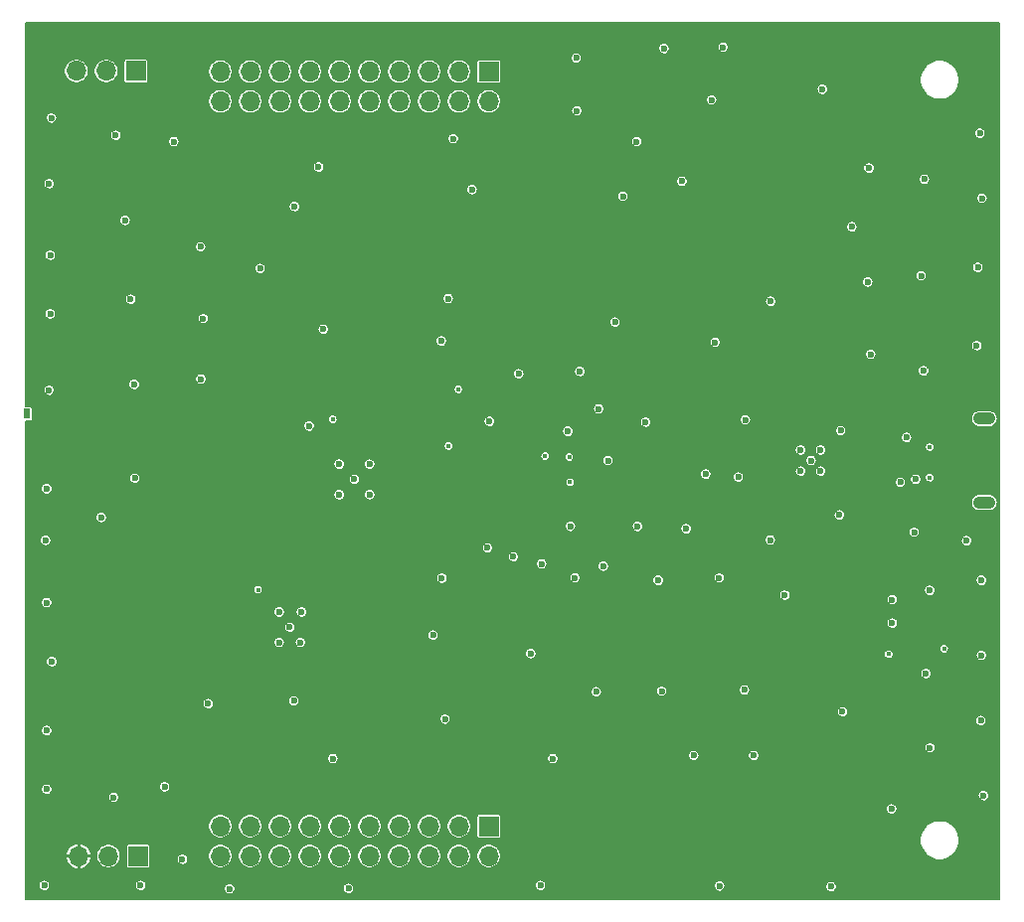
<source format=gbr>
%TF.GenerationSoftware,KiCad,Pcbnew,(5.1.9)-1*%
%TF.CreationDate,2021-08-26T02:42:55-04:00*%
%TF.ProjectId,CC2652_OnBoard,43433236-3532-45f4-9f6e-426f6172642e,rev?*%
%TF.SameCoordinates,Original*%
%TF.FileFunction,Copper,L3,Inr*%
%TF.FilePolarity,Positive*%
%FSLAX46Y46*%
G04 Gerber Fmt 4.6, Leading zero omitted, Abs format (unit mm)*
G04 Created by KiCad (PCBNEW (5.1.9)-1) date 2021-08-26 02:42:55*
%MOMM*%
%LPD*%
G01*
G04 APERTURE LIST*
%TA.AperFunction,ComponentPad*%
%ADD10R,0.500000X0.900000*%
%TD*%
%TA.AperFunction,ComponentPad*%
%ADD11O,1.900000X1.050000*%
%TD*%
%TA.AperFunction,ComponentPad*%
%ADD12O,1.700000X1.700000*%
%TD*%
%TA.AperFunction,ComponentPad*%
%ADD13R,1.700000X1.700000*%
%TD*%
%TA.AperFunction,ViaPad*%
%ADD14C,0.600000*%
%TD*%
%TA.AperFunction,ViaPad*%
%ADD15C,0.450000*%
%TD*%
%TA.AperFunction,Conductor*%
%ADD16C,0.127000*%
%TD*%
%TA.AperFunction,Conductor*%
%ADD17C,0.100000*%
%TD*%
G04 APERTURE END LIST*
D10*
%TO.N,GND*%
%TO.C,REF\u002A\u002A*%
X80150000Y-78400000D03*
%TD*%
D11*
%TO.N,N/C*%
%TO.C,USB_CONNECTOR_A1*%
X161650000Y-78825000D03*
X161650000Y-85975000D03*
%TD*%
D12*
%TO.N,USB_VBUS*%
%TO.C,PINS_PWR_IZQ1*%
X84320000Y-49200000D03*
%TO.N,GND*%
X86860000Y-49200000D03*
D13*
X89400000Y-49200000D03*
%TD*%
D12*
%TO.N,VDDS*%
%TO.C,PINS_PWR_DER1*%
X84520000Y-116100000D03*
%TO.N,GND*%
X87060000Y-116100000D03*
D13*
X89600000Y-116100000D03*
%TD*%
D12*
%TO.N,GPIO30*%
%TO.C,PINS_IZQ1*%
X96590000Y-51790000D03*
%TO.N,GND*%
X96590000Y-49250000D03*
%TO.N,GPIO29*%
X99130000Y-51790000D03*
%TO.N,GND*%
X99130000Y-49250000D03*
%TO.N,GPIO28*%
X101670000Y-51790000D03*
%TO.N,GND*%
X101670000Y-49250000D03*
%TO.N,GPIO27*%
X104210000Y-51790000D03*
%TO.N,GND*%
X104210000Y-49250000D03*
%TO.N,GPIO26*%
X106750000Y-51790000D03*
%TO.N,GND*%
X106750000Y-49250000D03*
%TO.N,GPIO23*%
X109290000Y-51790000D03*
%TO.N,GND*%
X109290000Y-49250000D03*
%TO.N,GPIO22*%
X111830000Y-51790000D03*
%TO.N,GND*%
X111830000Y-49250000D03*
%TO.N,GPIO21*%
X114370000Y-51790000D03*
%TO.N,GND*%
X114370000Y-49250000D03*
%TO.N,GPIO25*%
X116910000Y-51790000D03*
%TO.N,GND*%
X116910000Y-49250000D03*
%TO.N,GPIO24*%
X119450000Y-51790000D03*
D13*
%TO.N,USB_VBUS*%
X119450000Y-49250000D03*
%TD*%
D12*
%TO.N,GPIO0*%
%TO.C,PINS_DER1*%
X96590000Y-116090000D03*
%TO.N,GPIO1*%
X96590000Y-113550000D03*
%TO.N,GPIO2*%
X99130000Y-116090000D03*
%TO.N,GPIO3*%
X99130000Y-113550000D03*
%TO.N,GPIO4*%
X101670000Y-116090000D03*
%TO.N,GPIO5*%
X101670000Y-113550000D03*
%TO.N,GND*%
X104210000Y-116090000D03*
X104210000Y-113550000D03*
%TO.N,GPIO6*%
X106750000Y-116090000D03*
%TO.N,GPIO7*%
X106750000Y-113550000D03*
%TO.N,GPIO11*%
X109290000Y-116090000D03*
%TO.N,GPIO12*%
X109290000Y-113550000D03*
%TO.N,GPIO13*%
X111830000Y-116090000D03*
%TO.N,GND*%
X111830000Y-113550000D03*
%TO.N,GPIO14*%
X114370000Y-116090000D03*
%TO.N,GPIO15*%
X114370000Y-113550000D03*
%TO.N,JTAG_TCKC*%
X116910000Y-116090000D03*
%TO.N,JTAG_TMSC*%
X116910000Y-113550000D03*
%TO.N,GPIO17-JTDI*%
X119450000Y-116090000D03*
D13*
%TO.N,GPIO16-JTDO*%
X119450000Y-113550000D03*
%TD*%
D14*
%TO.N,*%
X119500000Y-79050000D03*
X126175000Y-79900000D03*
%TO.N,GND*%
X107500000Y-118850000D03*
X114700000Y-97275000D03*
X115450000Y-92425000D03*
X115725000Y-104425000D03*
X123025000Y-98850000D03*
%TO.N,*%
X138425000Y-51675000D03*
%TO.N,GND*%
X156675000Y-100550000D03*
X155800000Y-84000000D03*
X155025000Y-80425000D03*
X156475000Y-74750000D03*
X103500000Y-95300000D03*
X103400000Y-97900000D03*
X101600000Y-97900000D03*
X101600000Y-95300000D03*
X102500000Y-96600000D03*
X108000000Y-84000000D03*
X106700000Y-82700000D03*
X109300000Y-82700000D03*
X109300000Y-85300000D03*
X106700000Y-85300000D03*
X146900000Y-82400000D03*
X147700000Y-83300000D03*
X147700000Y-81500000D03*
X146000000Y-81500000D03*
X146000000Y-83300000D03*
X157000000Y-93450000D03*
X153800000Y-96250000D03*
X153800000Y-94250000D03*
X126400000Y-88000000D03*
X132100000Y-88000000D03*
X136250000Y-88200000D03*
X129200000Y-91400000D03*
X133875000Y-92600000D03*
X139075000Y-92400000D03*
X143425000Y-89175000D03*
X128600000Y-102100000D03*
X141225000Y-101950000D03*
X124900000Y-107800000D03*
X134175000Y-102050000D03*
X142000000Y-107525000D03*
X149575000Y-103800000D03*
X153750000Y-112075000D03*
X157025000Y-106875000D03*
X161575000Y-110950000D03*
X161400000Y-99000000D03*
X161400000Y-92600000D03*
X160125000Y-89225000D03*
X155675000Y-88500000D03*
X149300000Y-87025000D03*
X139100000Y-118650000D03*
X123850000Y-118600000D03*
X148600000Y-118700000D03*
X89800000Y-118600000D03*
X81600000Y-118600000D03*
X81800000Y-110400000D03*
X81800000Y-105400000D03*
X91850000Y-110200000D03*
X87500000Y-111100000D03*
X93350000Y-116375000D03*
X82225000Y-99525000D03*
X95550000Y-103100000D03*
X97375000Y-118900000D03*
X106175000Y-107800000D03*
X102850000Y-102875000D03*
X129600000Y-82400000D03*
X137925000Y-83550000D03*
X141300000Y-78925000D03*
X138725000Y-72325000D03*
X132800000Y-79125000D03*
X161000000Y-72600000D03*
X161450000Y-60050000D03*
X161275000Y-54500000D03*
X139400000Y-47175000D03*
X151825000Y-57475000D03*
X150375000Y-62475000D03*
X156275000Y-66650000D03*
X151975000Y-73350000D03*
X151725000Y-67175000D03*
X161100000Y-65925000D03*
X156550000Y-58425000D03*
X104950000Y-57375000D03*
X102900000Y-60750000D03*
X99975000Y-66025000D03*
X95125000Y-70300000D03*
X82100000Y-69900000D03*
X82100000Y-64900000D03*
X82000000Y-58800000D03*
X88950000Y-68650000D03*
X94900000Y-64175000D03*
X92625000Y-55225000D03*
X87675000Y-54675000D03*
X82000000Y-76400000D03*
X89250000Y-75900000D03*
X81800000Y-84800000D03*
X81700000Y-89200000D03*
X81800000Y-94500000D03*
X86450000Y-87250000D03*
X88475000Y-61925000D03*
X105350000Y-71200000D03*
X116425000Y-54975000D03*
X126950000Y-52600000D03*
X132050000Y-55225000D03*
X130875000Y-59875000D03*
X135900000Y-58600000D03*
X122000000Y-75000000D03*
X127200000Y-74800000D03*
X143450000Y-68825000D03*
X116000000Y-68600000D03*
X118025000Y-59300000D03*
X126900000Y-48100000D03*
X134375000Y-47275000D03*
X82200000Y-53200000D03*
X136900000Y-107525000D03*
X94925000Y-75450000D03*
X89300000Y-83900000D03*
X161350000Y-104550000D03*
X147850000Y-50750000D03*
%TO.N,RESET_N*%
X144660000Y-93860000D03*
X128800000Y-78000000D03*
%TO.N,VDDS*%
X138800000Y-61100000D03*
X123600000Y-61700000D03*
X117900000Y-65100000D03*
X116100000Y-79700000D03*
X104100000Y-92600000D03*
X129900000Y-64200000D03*
X129900000Y-66900000D03*
X112100000Y-91350000D03*
X103250000Y-90350000D03*
X98800000Y-92400000D03*
D15*
X107250000Y-78800000D03*
D14*
X134750000Y-80775000D03*
%TO.N,VDDR*%
X104150000Y-79450000D03*
D15*
X106162500Y-78887500D03*
X116025000Y-81150000D03*
%TO.N,Vin_CC2652*%
X158225000Y-98425000D03*
X153500000Y-98900000D03*
D14*
X140700000Y-83800000D03*
D15*
%TO.N,FLASH_nCS*%
X99800000Y-93400000D03*
X126375000Y-84250000D03*
D14*
%TO.N,JTAG_TMSC*%
X119337500Y-89837500D03*
%TO.N,JTAG_TCKC*%
X121537500Y-90587500D03*
%TO.N,GPIO16-JTDO*%
X123950000Y-91200000D03*
%TO.N,GPIO17-JTDI*%
X126787500Y-92387500D03*
D15*
%TO.N,GPIO21*%
X126300000Y-82100000D03*
%TO.N,GPIO22*%
X124250000Y-82025000D03*
D14*
%TO.N,GPIO25*%
X115400000Y-72200000D03*
X130200000Y-70600000D03*
D15*
%TO.N,GPIO23*%
X116850000Y-76325000D03*
D14*
%TO.N,USB_VBUS*%
X149425000Y-79850000D03*
X154500000Y-84250000D03*
D15*
%TO.N,USB_D-*%
X157000000Y-81250000D03*
X157000000Y-83850000D03*
%TD*%
D16*
%TO.N,VDDS*%
X162936500Y-119784500D02*
X80063500Y-119784500D01*
X80063500Y-118551690D01*
X81109500Y-118551690D01*
X81109500Y-118648310D01*
X81128350Y-118743073D01*
X81165325Y-118832339D01*
X81219004Y-118912675D01*
X81287325Y-118980996D01*
X81367661Y-119034675D01*
X81456927Y-119071650D01*
X81551690Y-119090500D01*
X81648310Y-119090500D01*
X81743073Y-119071650D01*
X81832339Y-119034675D01*
X81912675Y-118980996D01*
X81980996Y-118912675D01*
X82034675Y-118832339D01*
X82071650Y-118743073D01*
X82090500Y-118648310D01*
X82090500Y-118551690D01*
X89309500Y-118551690D01*
X89309500Y-118648310D01*
X89328350Y-118743073D01*
X89365325Y-118832339D01*
X89419004Y-118912675D01*
X89487325Y-118980996D01*
X89567661Y-119034675D01*
X89656927Y-119071650D01*
X89751690Y-119090500D01*
X89848310Y-119090500D01*
X89943073Y-119071650D01*
X90032339Y-119034675D01*
X90112675Y-118980996D01*
X90180996Y-118912675D01*
X90221745Y-118851690D01*
X96884500Y-118851690D01*
X96884500Y-118948310D01*
X96903350Y-119043073D01*
X96940325Y-119132339D01*
X96994004Y-119212675D01*
X97062325Y-119280996D01*
X97142661Y-119334675D01*
X97231927Y-119371650D01*
X97326690Y-119390500D01*
X97423310Y-119390500D01*
X97518073Y-119371650D01*
X97607339Y-119334675D01*
X97687675Y-119280996D01*
X97755996Y-119212675D01*
X97809675Y-119132339D01*
X97846650Y-119043073D01*
X97865500Y-118948310D01*
X97865500Y-118851690D01*
X97855555Y-118801690D01*
X107009500Y-118801690D01*
X107009500Y-118898310D01*
X107028350Y-118993073D01*
X107065325Y-119082339D01*
X107119004Y-119162675D01*
X107187325Y-119230996D01*
X107267661Y-119284675D01*
X107356927Y-119321650D01*
X107451690Y-119340500D01*
X107548310Y-119340500D01*
X107643073Y-119321650D01*
X107732339Y-119284675D01*
X107812675Y-119230996D01*
X107880996Y-119162675D01*
X107934675Y-119082339D01*
X107971650Y-118993073D01*
X107990500Y-118898310D01*
X107990500Y-118801690D01*
X107971650Y-118706927D01*
X107934675Y-118617661D01*
X107890595Y-118551690D01*
X123359500Y-118551690D01*
X123359500Y-118648310D01*
X123378350Y-118743073D01*
X123415325Y-118832339D01*
X123469004Y-118912675D01*
X123537325Y-118980996D01*
X123617661Y-119034675D01*
X123706927Y-119071650D01*
X123801690Y-119090500D01*
X123898310Y-119090500D01*
X123993073Y-119071650D01*
X124082339Y-119034675D01*
X124162675Y-118980996D01*
X124230996Y-118912675D01*
X124284675Y-118832339D01*
X124321650Y-118743073D01*
X124340500Y-118648310D01*
X124340500Y-118601690D01*
X138609500Y-118601690D01*
X138609500Y-118698310D01*
X138628350Y-118793073D01*
X138665325Y-118882339D01*
X138719004Y-118962675D01*
X138787325Y-119030996D01*
X138867661Y-119084675D01*
X138956927Y-119121650D01*
X139051690Y-119140500D01*
X139148310Y-119140500D01*
X139243073Y-119121650D01*
X139332339Y-119084675D01*
X139412675Y-119030996D01*
X139480996Y-118962675D01*
X139534675Y-118882339D01*
X139571650Y-118793073D01*
X139590500Y-118698310D01*
X139590500Y-118651690D01*
X148109500Y-118651690D01*
X148109500Y-118748310D01*
X148128350Y-118843073D01*
X148165325Y-118932339D01*
X148219004Y-119012675D01*
X148287325Y-119080996D01*
X148367661Y-119134675D01*
X148456927Y-119171650D01*
X148551690Y-119190500D01*
X148648310Y-119190500D01*
X148743073Y-119171650D01*
X148832339Y-119134675D01*
X148912675Y-119080996D01*
X148980996Y-119012675D01*
X149034675Y-118932339D01*
X149071650Y-118843073D01*
X149090500Y-118748310D01*
X149090500Y-118651690D01*
X149071650Y-118556927D01*
X149034675Y-118467661D01*
X148980996Y-118387325D01*
X148912675Y-118319004D01*
X148832339Y-118265325D01*
X148743073Y-118228350D01*
X148648310Y-118209500D01*
X148551690Y-118209500D01*
X148456927Y-118228350D01*
X148367661Y-118265325D01*
X148287325Y-118319004D01*
X148219004Y-118387325D01*
X148165325Y-118467661D01*
X148128350Y-118556927D01*
X148109500Y-118651690D01*
X139590500Y-118651690D01*
X139590500Y-118601690D01*
X139571650Y-118506927D01*
X139534675Y-118417661D01*
X139480996Y-118337325D01*
X139412675Y-118269004D01*
X139332339Y-118215325D01*
X139243073Y-118178350D01*
X139148310Y-118159500D01*
X139051690Y-118159500D01*
X138956927Y-118178350D01*
X138867661Y-118215325D01*
X138787325Y-118269004D01*
X138719004Y-118337325D01*
X138665325Y-118417661D01*
X138628350Y-118506927D01*
X138609500Y-118601690D01*
X124340500Y-118601690D01*
X124340500Y-118551690D01*
X124321650Y-118456927D01*
X124284675Y-118367661D01*
X124230996Y-118287325D01*
X124162675Y-118219004D01*
X124082339Y-118165325D01*
X123993073Y-118128350D01*
X123898310Y-118109500D01*
X123801690Y-118109500D01*
X123706927Y-118128350D01*
X123617661Y-118165325D01*
X123537325Y-118219004D01*
X123469004Y-118287325D01*
X123415325Y-118367661D01*
X123378350Y-118456927D01*
X123359500Y-118551690D01*
X107890595Y-118551690D01*
X107880996Y-118537325D01*
X107812675Y-118469004D01*
X107732339Y-118415325D01*
X107643073Y-118378350D01*
X107548310Y-118359500D01*
X107451690Y-118359500D01*
X107356927Y-118378350D01*
X107267661Y-118415325D01*
X107187325Y-118469004D01*
X107119004Y-118537325D01*
X107065325Y-118617661D01*
X107028350Y-118706927D01*
X107009500Y-118801690D01*
X97855555Y-118801690D01*
X97846650Y-118756927D01*
X97809675Y-118667661D01*
X97755996Y-118587325D01*
X97687675Y-118519004D01*
X97607339Y-118465325D01*
X97518073Y-118428350D01*
X97423310Y-118409500D01*
X97326690Y-118409500D01*
X97231927Y-118428350D01*
X97142661Y-118465325D01*
X97062325Y-118519004D01*
X96994004Y-118587325D01*
X96940325Y-118667661D01*
X96903350Y-118756927D01*
X96884500Y-118851690D01*
X90221745Y-118851690D01*
X90234675Y-118832339D01*
X90271650Y-118743073D01*
X90290500Y-118648310D01*
X90290500Y-118551690D01*
X90271650Y-118456927D01*
X90234675Y-118367661D01*
X90180996Y-118287325D01*
X90112675Y-118219004D01*
X90032339Y-118165325D01*
X89943073Y-118128350D01*
X89848310Y-118109500D01*
X89751690Y-118109500D01*
X89656927Y-118128350D01*
X89567661Y-118165325D01*
X89487325Y-118219004D01*
X89419004Y-118287325D01*
X89365325Y-118367661D01*
X89328350Y-118456927D01*
X89309500Y-118551690D01*
X82090500Y-118551690D01*
X82071650Y-118456927D01*
X82034675Y-118367661D01*
X81980996Y-118287325D01*
X81912675Y-118219004D01*
X81832339Y-118165325D01*
X81743073Y-118128350D01*
X81648310Y-118109500D01*
X81551690Y-118109500D01*
X81456927Y-118128350D01*
X81367661Y-118165325D01*
X81287325Y-118219004D01*
X81219004Y-118287325D01*
X81165325Y-118367661D01*
X81128350Y-118456927D01*
X81109500Y-118551690D01*
X80063500Y-118551690D01*
X80063500Y-116310147D01*
X83426509Y-116310147D01*
X83488518Y-116519439D01*
X83590166Y-116712612D01*
X83727547Y-116882242D01*
X83895382Y-117021811D01*
X84087220Y-117125956D01*
X84295690Y-117190674D01*
X84309853Y-117193490D01*
X84483500Y-117146989D01*
X84483500Y-116136500D01*
X84556500Y-116136500D01*
X84556500Y-117146989D01*
X84730147Y-117193490D01*
X84744310Y-117190674D01*
X84952780Y-117125956D01*
X85144618Y-117021811D01*
X85312453Y-116882242D01*
X85449834Y-116712612D01*
X85551482Y-116519439D01*
X85613491Y-116310147D01*
X85567028Y-116136500D01*
X84556500Y-116136500D01*
X84483500Y-116136500D01*
X83472972Y-116136500D01*
X83426509Y-116310147D01*
X80063500Y-116310147D01*
X80063500Y-115889853D01*
X83426509Y-115889853D01*
X83472972Y-116063500D01*
X84483500Y-116063500D01*
X84483500Y-115053011D01*
X84556500Y-115053011D01*
X84556500Y-116063500D01*
X85567028Y-116063500D01*
X85584682Y-115997520D01*
X86019500Y-115997520D01*
X86019500Y-116202480D01*
X86059485Y-116403503D01*
X86137920Y-116592862D01*
X86251791Y-116763280D01*
X86396720Y-116908209D01*
X86567138Y-117022080D01*
X86756497Y-117100515D01*
X86957520Y-117140500D01*
X87162480Y-117140500D01*
X87363503Y-117100515D01*
X87552862Y-117022080D01*
X87723280Y-116908209D01*
X87868209Y-116763280D01*
X87982080Y-116592862D01*
X88060515Y-116403503D01*
X88100500Y-116202480D01*
X88100500Y-115997520D01*
X88060515Y-115796497D01*
X87982080Y-115607138D01*
X87868209Y-115436720D01*
X87723280Y-115291791D01*
X87660737Y-115250000D01*
X88558579Y-115250000D01*
X88558579Y-116950000D01*
X88562257Y-116987344D01*
X88573150Y-117023254D01*
X88590839Y-117056348D01*
X88614645Y-117085355D01*
X88643652Y-117109161D01*
X88676746Y-117126850D01*
X88712656Y-117137743D01*
X88750000Y-117141421D01*
X90450000Y-117141421D01*
X90487344Y-117137743D01*
X90523254Y-117126850D01*
X90556348Y-117109161D01*
X90585355Y-117085355D01*
X90609161Y-117056348D01*
X90626850Y-117023254D01*
X90637743Y-116987344D01*
X90641421Y-116950000D01*
X90641421Y-116326690D01*
X92859500Y-116326690D01*
X92859500Y-116423310D01*
X92878350Y-116518073D01*
X92915325Y-116607339D01*
X92969004Y-116687675D01*
X93037325Y-116755996D01*
X93117661Y-116809675D01*
X93206927Y-116846650D01*
X93301690Y-116865500D01*
X93398310Y-116865500D01*
X93493073Y-116846650D01*
X93582339Y-116809675D01*
X93662675Y-116755996D01*
X93730996Y-116687675D01*
X93784675Y-116607339D01*
X93821650Y-116518073D01*
X93840500Y-116423310D01*
X93840500Y-116326690D01*
X93821650Y-116231927D01*
X93784675Y-116142661D01*
X93730996Y-116062325D01*
X93662675Y-115994004D01*
X93652972Y-115987520D01*
X95549500Y-115987520D01*
X95549500Y-116192480D01*
X95589485Y-116393503D01*
X95667920Y-116582862D01*
X95781791Y-116753280D01*
X95926720Y-116898209D01*
X96097138Y-117012080D01*
X96286497Y-117090515D01*
X96487520Y-117130500D01*
X96692480Y-117130500D01*
X96893503Y-117090515D01*
X97082862Y-117012080D01*
X97253280Y-116898209D01*
X97398209Y-116753280D01*
X97512080Y-116582862D01*
X97590515Y-116393503D01*
X97630500Y-116192480D01*
X97630500Y-115987520D01*
X98089500Y-115987520D01*
X98089500Y-116192480D01*
X98129485Y-116393503D01*
X98207920Y-116582862D01*
X98321791Y-116753280D01*
X98466720Y-116898209D01*
X98637138Y-117012080D01*
X98826497Y-117090515D01*
X99027520Y-117130500D01*
X99232480Y-117130500D01*
X99433503Y-117090515D01*
X99622862Y-117012080D01*
X99793280Y-116898209D01*
X99938209Y-116753280D01*
X100052080Y-116582862D01*
X100130515Y-116393503D01*
X100170500Y-116192480D01*
X100170500Y-115987520D01*
X100629500Y-115987520D01*
X100629500Y-116192480D01*
X100669485Y-116393503D01*
X100747920Y-116582862D01*
X100861791Y-116753280D01*
X101006720Y-116898209D01*
X101177138Y-117012080D01*
X101366497Y-117090515D01*
X101567520Y-117130500D01*
X101772480Y-117130500D01*
X101973503Y-117090515D01*
X102162862Y-117012080D01*
X102333280Y-116898209D01*
X102478209Y-116753280D01*
X102592080Y-116582862D01*
X102670515Y-116393503D01*
X102710500Y-116192480D01*
X102710500Y-115987520D01*
X103169500Y-115987520D01*
X103169500Y-116192480D01*
X103209485Y-116393503D01*
X103287920Y-116582862D01*
X103401791Y-116753280D01*
X103546720Y-116898209D01*
X103717138Y-117012080D01*
X103906497Y-117090515D01*
X104107520Y-117130500D01*
X104312480Y-117130500D01*
X104513503Y-117090515D01*
X104702862Y-117012080D01*
X104873280Y-116898209D01*
X105018209Y-116753280D01*
X105132080Y-116582862D01*
X105210515Y-116393503D01*
X105250500Y-116192480D01*
X105250500Y-115987520D01*
X105709500Y-115987520D01*
X105709500Y-116192480D01*
X105749485Y-116393503D01*
X105827920Y-116582862D01*
X105941791Y-116753280D01*
X106086720Y-116898209D01*
X106257138Y-117012080D01*
X106446497Y-117090515D01*
X106647520Y-117130500D01*
X106852480Y-117130500D01*
X107053503Y-117090515D01*
X107242862Y-117012080D01*
X107413280Y-116898209D01*
X107558209Y-116753280D01*
X107672080Y-116582862D01*
X107750515Y-116393503D01*
X107790500Y-116192480D01*
X107790500Y-115987520D01*
X108249500Y-115987520D01*
X108249500Y-116192480D01*
X108289485Y-116393503D01*
X108367920Y-116582862D01*
X108481791Y-116753280D01*
X108626720Y-116898209D01*
X108797138Y-117012080D01*
X108986497Y-117090515D01*
X109187520Y-117130500D01*
X109392480Y-117130500D01*
X109593503Y-117090515D01*
X109782862Y-117012080D01*
X109953280Y-116898209D01*
X110098209Y-116753280D01*
X110212080Y-116582862D01*
X110290515Y-116393503D01*
X110330500Y-116192480D01*
X110330500Y-115987520D01*
X110789500Y-115987520D01*
X110789500Y-116192480D01*
X110829485Y-116393503D01*
X110907920Y-116582862D01*
X111021791Y-116753280D01*
X111166720Y-116898209D01*
X111337138Y-117012080D01*
X111526497Y-117090515D01*
X111727520Y-117130500D01*
X111932480Y-117130500D01*
X112133503Y-117090515D01*
X112322862Y-117012080D01*
X112493280Y-116898209D01*
X112638209Y-116753280D01*
X112752080Y-116582862D01*
X112830515Y-116393503D01*
X112870500Y-116192480D01*
X112870500Y-115987520D01*
X113329500Y-115987520D01*
X113329500Y-116192480D01*
X113369485Y-116393503D01*
X113447920Y-116582862D01*
X113561791Y-116753280D01*
X113706720Y-116898209D01*
X113877138Y-117012080D01*
X114066497Y-117090515D01*
X114267520Y-117130500D01*
X114472480Y-117130500D01*
X114673503Y-117090515D01*
X114862862Y-117012080D01*
X115033280Y-116898209D01*
X115178209Y-116753280D01*
X115292080Y-116582862D01*
X115370515Y-116393503D01*
X115410500Y-116192480D01*
X115410500Y-115987520D01*
X115869500Y-115987520D01*
X115869500Y-116192480D01*
X115909485Y-116393503D01*
X115987920Y-116582862D01*
X116101791Y-116753280D01*
X116246720Y-116898209D01*
X116417138Y-117012080D01*
X116606497Y-117090515D01*
X116807520Y-117130500D01*
X117012480Y-117130500D01*
X117213503Y-117090515D01*
X117402862Y-117012080D01*
X117573280Y-116898209D01*
X117718209Y-116753280D01*
X117832080Y-116582862D01*
X117910515Y-116393503D01*
X117950500Y-116192480D01*
X117950500Y-115987520D01*
X118409500Y-115987520D01*
X118409500Y-116192480D01*
X118449485Y-116393503D01*
X118527920Y-116582862D01*
X118641791Y-116753280D01*
X118786720Y-116898209D01*
X118957138Y-117012080D01*
X119146497Y-117090515D01*
X119347520Y-117130500D01*
X119552480Y-117130500D01*
X119753503Y-117090515D01*
X119942862Y-117012080D01*
X120113280Y-116898209D01*
X120258209Y-116753280D01*
X120372080Y-116582862D01*
X120450515Y-116393503D01*
X120490500Y-116192480D01*
X120490500Y-115987520D01*
X120450515Y-115786497D01*
X120372080Y-115597138D01*
X120258209Y-115426720D01*
X120113280Y-115281791D01*
X119942862Y-115167920D01*
X119753503Y-115089485D01*
X119552480Y-115049500D01*
X119347520Y-115049500D01*
X119146497Y-115089485D01*
X118957138Y-115167920D01*
X118786720Y-115281791D01*
X118641791Y-115426720D01*
X118527920Y-115597138D01*
X118449485Y-115786497D01*
X118409500Y-115987520D01*
X117950500Y-115987520D01*
X117910515Y-115786497D01*
X117832080Y-115597138D01*
X117718209Y-115426720D01*
X117573280Y-115281791D01*
X117402862Y-115167920D01*
X117213503Y-115089485D01*
X117012480Y-115049500D01*
X116807520Y-115049500D01*
X116606497Y-115089485D01*
X116417138Y-115167920D01*
X116246720Y-115281791D01*
X116101791Y-115426720D01*
X115987920Y-115597138D01*
X115909485Y-115786497D01*
X115869500Y-115987520D01*
X115410500Y-115987520D01*
X115370515Y-115786497D01*
X115292080Y-115597138D01*
X115178209Y-115426720D01*
X115033280Y-115281791D01*
X114862862Y-115167920D01*
X114673503Y-115089485D01*
X114472480Y-115049500D01*
X114267520Y-115049500D01*
X114066497Y-115089485D01*
X113877138Y-115167920D01*
X113706720Y-115281791D01*
X113561791Y-115426720D01*
X113447920Y-115597138D01*
X113369485Y-115786497D01*
X113329500Y-115987520D01*
X112870500Y-115987520D01*
X112830515Y-115786497D01*
X112752080Y-115597138D01*
X112638209Y-115426720D01*
X112493280Y-115281791D01*
X112322862Y-115167920D01*
X112133503Y-115089485D01*
X111932480Y-115049500D01*
X111727520Y-115049500D01*
X111526497Y-115089485D01*
X111337138Y-115167920D01*
X111166720Y-115281791D01*
X111021791Y-115426720D01*
X110907920Y-115597138D01*
X110829485Y-115786497D01*
X110789500Y-115987520D01*
X110330500Y-115987520D01*
X110290515Y-115786497D01*
X110212080Y-115597138D01*
X110098209Y-115426720D01*
X109953280Y-115281791D01*
X109782862Y-115167920D01*
X109593503Y-115089485D01*
X109392480Y-115049500D01*
X109187520Y-115049500D01*
X108986497Y-115089485D01*
X108797138Y-115167920D01*
X108626720Y-115281791D01*
X108481791Y-115426720D01*
X108367920Y-115597138D01*
X108289485Y-115786497D01*
X108249500Y-115987520D01*
X107790500Y-115987520D01*
X107750515Y-115786497D01*
X107672080Y-115597138D01*
X107558209Y-115426720D01*
X107413280Y-115281791D01*
X107242862Y-115167920D01*
X107053503Y-115089485D01*
X106852480Y-115049500D01*
X106647520Y-115049500D01*
X106446497Y-115089485D01*
X106257138Y-115167920D01*
X106086720Y-115281791D01*
X105941791Y-115426720D01*
X105827920Y-115597138D01*
X105749485Y-115786497D01*
X105709500Y-115987520D01*
X105250500Y-115987520D01*
X105210515Y-115786497D01*
X105132080Y-115597138D01*
X105018209Y-115426720D01*
X104873280Y-115281791D01*
X104702862Y-115167920D01*
X104513503Y-115089485D01*
X104312480Y-115049500D01*
X104107520Y-115049500D01*
X103906497Y-115089485D01*
X103717138Y-115167920D01*
X103546720Y-115281791D01*
X103401791Y-115426720D01*
X103287920Y-115597138D01*
X103209485Y-115786497D01*
X103169500Y-115987520D01*
X102710500Y-115987520D01*
X102670515Y-115786497D01*
X102592080Y-115597138D01*
X102478209Y-115426720D01*
X102333280Y-115281791D01*
X102162862Y-115167920D01*
X101973503Y-115089485D01*
X101772480Y-115049500D01*
X101567520Y-115049500D01*
X101366497Y-115089485D01*
X101177138Y-115167920D01*
X101006720Y-115281791D01*
X100861791Y-115426720D01*
X100747920Y-115597138D01*
X100669485Y-115786497D01*
X100629500Y-115987520D01*
X100170500Y-115987520D01*
X100130515Y-115786497D01*
X100052080Y-115597138D01*
X99938209Y-115426720D01*
X99793280Y-115281791D01*
X99622862Y-115167920D01*
X99433503Y-115089485D01*
X99232480Y-115049500D01*
X99027520Y-115049500D01*
X98826497Y-115089485D01*
X98637138Y-115167920D01*
X98466720Y-115281791D01*
X98321791Y-115426720D01*
X98207920Y-115597138D01*
X98129485Y-115786497D01*
X98089500Y-115987520D01*
X97630500Y-115987520D01*
X97590515Y-115786497D01*
X97512080Y-115597138D01*
X97398209Y-115426720D01*
X97253280Y-115281791D01*
X97082862Y-115167920D01*
X96893503Y-115089485D01*
X96692480Y-115049500D01*
X96487520Y-115049500D01*
X96286497Y-115089485D01*
X96097138Y-115167920D01*
X95926720Y-115281791D01*
X95781791Y-115426720D01*
X95667920Y-115597138D01*
X95589485Y-115786497D01*
X95549500Y-115987520D01*
X93652972Y-115987520D01*
X93582339Y-115940325D01*
X93493073Y-115903350D01*
X93398310Y-115884500D01*
X93301690Y-115884500D01*
X93206927Y-115903350D01*
X93117661Y-115940325D01*
X93037325Y-115994004D01*
X92969004Y-116062325D01*
X92915325Y-116142661D01*
X92878350Y-116231927D01*
X92859500Y-116326690D01*
X90641421Y-116326690D01*
X90641421Y-115250000D01*
X90637743Y-115212656D01*
X90626850Y-115176746D01*
X90609161Y-115143652D01*
X90585355Y-115114645D01*
X90556348Y-115090839D01*
X90523254Y-115073150D01*
X90487344Y-115062257D01*
X90450000Y-115058579D01*
X88750000Y-115058579D01*
X88712656Y-115062257D01*
X88676746Y-115073150D01*
X88643652Y-115090839D01*
X88614645Y-115114645D01*
X88590839Y-115143652D01*
X88573150Y-115176746D01*
X88562257Y-115212656D01*
X88558579Y-115250000D01*
X87660737Y-115250000D01*
X87552862Y-115177920D01*
X87363503Y-115099485D01*
X87162480Y-115059500D01*
X86957520Y-115059500D01*
X86756497Y-115099485D01*
X86567138Y-115177920D01*
X86396720Y-115291791D01*
X86251791Y-115436720D01*
X86137920Y-115607138D01*
X86059485Y-115796497D01*
X86019500Y-115997520D01*
X85584682Y-115997520D01*
X85613491Y-115889853D01*
X85551482Y-115680561D01*
X85449834Y-115487388D01*
X85312453Y-115317758D01*
X85144618Y-115178189D01*
X84952780Y-115074044D01*
X84744310Y-115009326D01*
X84730147Y-115006510D01*
X84556500Y-115053011D01*
X84483500Y-115053011D01*
X84309853Y-115006510D01*
X84295690Y-115009326D01*
X84087220Y-115074044D01*
X83895382Y-115178189D01*
X83727547Y-115317758D01*
X83590166Y-115487388D01*
X83488518Y-115680561D01*
X83426509Y-115889853D01*
X80063500Y-115889853D01*
X80063500Y-113447520D01*
X95549500Y-113447520D01*
X95549500Y-113652480D01*
X95589485Y-113853503D01*
X95667920Y-114042862D01*
X95781791Y-114213280D01*
X95926720Y-114358209D01*
X96097138Y-114472080D01*
X96286497Y-114550515D01*
X96487520Y-114590500D01*
X96692480Y-114590500D01*
X96893503Y-114550515D01*
X97082862Y-114472080D01*
X97253280Y-114358209D01*
X97398209Y-114213280D01*
X97512080Y-114042862D01*
X97590515Y-113853503D01*
X97630500Y-113652480D01*
X97630500Y-113447520D01*
X98089500Y-113447520D01*
X98089500Y-113652480D01*
X98129485Y-113853503D01*
X98207920Y-114042862D01*
X98321791Y-114213280D01*
X98466720Y-114358209D01*
X98637138Y-114472080D01*
X98826497Y-114550515D01*
X99027520Y-114590500D01*
X99232480Y-114590500D01*
X99433503Y-114550515D01*
X99622862Y-114472080D01*
X99793280Y-114358209D01*
X99938209Y-114213280D01*
X100052080Y-114042862D01*
X100130515Y-113853503D01*
X100170500Y-113652480D01*
X100170500Y-113447520D01*
X100629500Y-113447520D01*
X100629500Y-113652480D01*
X100669485Y-113853503D01*
X100747920Y-114042862D01*
X100861791Y-114213280D01*
X101006720Y-114358209D01*
X101177138Y-114472080D01*
X101366497Y-114550515D01*
X101567520Y-114590500D01*
X101772480Y-114590500D01*
X101973503Y-114550515D01*
X102162862Y-114472080D01*
X102333280Y-114358209D01*
X102478209Y-114213280D01*
X102592080Y-114042862D01*
X102670515Y-113853503D01*
X102710500Y-113652480D01*
X102710500Y-113447520D01*
X103169500Y-113447520D01*
X103169500Y-113652480D01*
X103209485Y-113853503D01*
X103287920Y-114042862D01*
X103401791Y-114213280D01*
X103546720Y-114358209D01*
X103717138Y-114472080D01*
X103906497Y-114550515D01*
X104107520Y-114590500D01*
X104312480Y-114590500D01*
X104513503Y-114550515D01*
X104702862Y-114472080D01*
X104873280Y-114358209D01*
X105018209Y-114213280D01*
X105132080Y-114042862D01*
X105210515Y-113853503D01*
X105250500Y-113652480D01*
X105250500Y-113447520D01*
X105709500Y-113447520D01*
X105709500Y-113652480D01*
X105749485Y-113853503D01*
X105827920Y-114042862D01*
X105941791Y-114213280D01*
X106086720Y-114358209D01*
X106257138Y-114472080D01*
X106446497Y-114550515D01*
X106647520Y-114590500D01*
X106852480Y-114590500D01*
X107053503Y-114550515D01*
X107242862Y-114472080D01*
X107413280Y-114358209D01*
X107558209Y-114213280D01*
X107672080Y-114042862D01*
X107750515Y-113853503D01*
X107790500Y-113652480D01*
X107790500Y-113447520D01*
X108249500Y-113447520D01*
X108249500Y-113652480D01*
X108289485Y-113853503D01*
X108367920Y-114042862D01*
X108481791Y-114213280D01*
X108626720Y-114358209D01*
X108797138Y-114472080D01*
X108986497Y-114550515D01*
X109187520Y-114590500D01*
X109392480Y-114590500D01*
X109593503Y-114550515D01*
X109782862Y-114472080D01*
X109953280Y-114358209D01*
X110098209Y-114213280D01*
X110212080Y-114042862D01*
X110290515Y-113853503D01*
X110330500Y-113652480D01*
X110330500Y-113447520D01*
X110789500Y-113447520D01*
X110789500Y-113652480D01*
X110829485Y-113853503D01*
X110907920Y-114042862D01*
X111021791Y-114213280D01*
X111166720Y-114358209D01*
X111337138Y-114472080D01*
X111526497Y-114550515D01*
X111727520Y-114590500D01*
X111932480Y-114590500D01*
X112133503Y-114550515D01*
X112322862Y-114472080D01*
X112493280Y-114358209D01*
X112638209Y-114213280D01*
X112752080Y-114042862D01*
X112830515Y-113853503D01*
X112870500Y-113652480D01*
X112870500Y-113447520D01*
X113329500Y-113447520D01*
X113329500Y-113652480D01*
X113369485Y-113853503D01*
X113447920Y-114042862D01*
X113561791Y-114213280D01*
X113706720Y-114358209D01*
X113877138Y-114472080D01*
X114066497Y-114550515D01*
X114267520Y-114590500D01*
X114472480Y-114590500D01*
X114673503Y-114550515D01*
X114862862Y-114472080D01*
X115033280Y-114358209D01*
X115178209Y-114213280D01*
X115292080Y-114042862D01*
X115370515Y-113853503D01*
X115410500Y-113652480D01*
X115410500Y-113447520D01*
X115869500Y-113447520D01*
X115869500Y-113652480D01*
X115909485Y-113853503D01*
X115987920Y-114042862D01*
X116101791Y-114213280D01*
X116246720Y-114358209D01*
X116417138Y-114472080D01*
X116606497Y-114550515D01*
X116807520Y-114590500D01*
X117012480Y-114590500D01*
X117213503Y-114550515D01*
X117402862Y-114472080D01*
X117573280Y-114358209D01*
X117718209Y-114213280D01*
X117832080Y-114042862D01*
X117910515Y-113853503D01*
X117950500Y-113652480D01*
X117950500Y-113447520D01*
X117910515Y-113246497D01*
X117832080Y-113057138D01*
X117718209Y-112886720D01*
X117573280Y-112741791D01*
X117510737Y-112700000D01*
X118408579Y-112700000D01*
X118408579Y-114400000D01*
X118412257Y-114437344D01*
X118423150Y-114473254D01*
X118440839Y-114506348D01*
X118464645Y-114535355D01*
X118493652Y-114559161D01*
X118526746Y-114576850D01*
X118562656Y-114587743D01*
X118600000Y-114591421D01*
X120300000Y-114591421D01*
X120337344Y-114587743D01*
X120351331Y-114583500D01*
X156159500Y-114583500D01*
X156159500Y-114916500D01*
X156224465Y-115243101D01*
X156351898Y-115550752D01*
X156536903Y-115827631D01*
X156772369Y-116063097D01*
X157049248Y-116248102D01*
X157356899Y-116375535D01*
X157683500Y-116440500D01*
X158016500Y-116440500D01*
X158343101Y-116375535D01*
X158650752Y-116248102D01*
X158927631Y-116063097D01*
X159163097Y-115827631D01*
X159348102Y-115550752D01*
X159475535Y-115243101D01*
X159540500Y-114916500D01*
X159540500Y-114583500D01*
X159475535Y-114256899D01*
X159348102Y-113949248D01*
X159163097Y-113672369D01*
X158927631Y-113436903D01*
X158650752Y-113251898D01*
X158343101Y-113124465D01*
X158016500Y-113059500D01*
X157683500Y-113059500D01*
X157356899Y-113124465D01*
X157049248Y-113251898D01*
X156772369Y-113436903D01*
X156536903Y-113672369D01*
X156351898Y-113949248D01*
X156224465Y-114256899D01*
X156159500Y-114583500D01*
X120351331Y-114583500D01*
X120373254Y-114576850D01*
X120406348Y-114559161D01*
X120435355Y-114535355D01*
X120459161Y-114506348D01*
X120476850Y-114473254D01*
X120487743Y-114437344D01*
X120491421Y-114400000D01*
X120491421Y-112700000D01*
X120487743Y-112662656D01*
X120476850Y-112626746D01*
X120459161Y-112593652D01*
X120435355Y-112564645D01*
X120406348Y-112540839D01*
X120373254Y-112523150D01*
X120337344Y-112512257D01*
X120300000Y-112508579D01*
X118600000Y-112508579D01*
X118562656Y-112512257D01*
X118526746Y-112523150D01*
X118493652Y-112540839D01*
X118464645Y-112564645D01*
X118440839Y-112593652D01*
X118423150Y-112626746D01*
X118412257Y-112662656D01*
X118408579Y-112700000D01*
X117510737Y-112700000D01*
X117402862Y-112627920D01*
X117213503Y-112549485D01*
X117012480Y-112509500D01*
X116807520Y-112509500D01*
X116606497Y-112549485D01*
X116417138Y-112627920D01*
X116246720Y-112741791D01*
X116101791Y-112886720D01*
X115987920Y-113057138D01*
X115909485Y-113246497D01*
X115869500Y-113447520D01*
X115410500Y-113447520D01*
X115370515Y-113246497D01*
X115292080Y-113057138D01*
X115178209Y-112886720D01*
X115033280Y-112741791D01*
X114862862Y-112627920D01*
X114673503Y-112549485D01*
X114472480Y-112509500D01*
X114267520Y-112509500D01*
X114066497Y-112549485D01*
X113877138Y-112627920D01*
X113706720Y-112741791D01*
X113561791Y-112886720D01*
X113447920Y-113057138D01*
X113369485Y-113246497D01*
X113329500Y-113447520D01*
X112870500Y-113447520D01*
X112830515Y-113246497D01*
X112752080Y-113057138D01*
X112638209Y-112886720D01*
X112493280Y-112741791D01*
X112322862Y-112627920D01*
X112133503Y-112549485D01*
X111932480Y-112509500D01*
X111727520Y-112509500D01*
X111526497Y-112549485D01*
X111337138Y-112627920D01*
X111166720Y-112741791D01*
X111021791Y-112886720D01*
X110907920Y-113057138D01*
X110829485Y-113246497D01*
X110789500Y-113447520D01*
X110330500Y-113447520D01*
X110290515Y-113246497D01*
X110212080Y-113057138D01*
X110098209Y-112886720D01*
X109953280Y-112741791D01*
X109782862Y-112627920D01*
X109593503Y-112549485D01*
X109392480Y-112509500D01*
X109187520Y-112509500D01*
X108986497Y-112549485D01*
X108797138Y-112627920D01*
X108626720Y-112741791D01*
X108481791Y-112886720D01*
X108367920Y-113057138D01*
X108289485Y-113246497D01*
X108249500Y-113447520D01*
X107790500Y-113447520D01*
X107750515Y-113246497D01*
X107672080Y-113057138D01*
X107558209Y-112886720D01*
X107413280Y-112741791D01*
X107242862Y-112627920D01*
X107053503Y-112549485D01*
X106852480Y-112509500D01*
X106647520Y-112509500D01*
X106446497Y-112549485D01*
X106257138Y-112627920D01*
X106086720Y-112741791D01*
X105941791Y-112886720D01*
X105827920Y-113057138D01*
X105749485Y-113246497D01*
X105709500Y-113447520D01*
X105250500Y-113447520D01*
X105210515Y-113246497D01*
X105132080Y-113057138D01*
X105018209Y-112886720D01*
X104873280Y-112741791D01*
X104702862Y-112627920D01*
X104513503Y-112549485D01*
X104312480Y-112509500D01*
X104107520Y-112509500D01*
X103906497Y-112549485D01*
X103717138Y-112627920D01*
X103546720Y-112741791D01*
X103401791Y-112886720D01*
X103287920Y-113057138D01*
X103209485Y-113246497D01*
X103169500Y-113447520D01*
X102710500Y-113447520D01*
X102670515Y-113246497D01*
X102592080Y-113057138D01*
X102478209Y-112886720D01*
X102333280Y-112741791D01*
X102162862Y-112627920D01*
X101973503Y-112549485D01*
X101772480Y-112509500D01*
X101567520Y-112509500D01*
X101366497Y-112549485D01*
X101177138Y-112627920D01*
X101006720Y-112741791D01*
X100861791Y-112886720D01*
X100747920Y-113057138D01*
X100669485Y-113246497D01*
X100629500Y-113447520D01*
X100170500Y-113447520D01*
X100130515Y-113246497D01*
X100052080Y-113057138D01*
X99938209Y-112886720D01*
X99793280Y-112741791D01*
X99622862Y-112627920D01*
X99433503Y-112549485D01*
X99232480Y-112509500D01*
X99027520Y-112509500D01*
X98826497Y-112549485D01*
X98637138Y-112627920D01*
X98466720Y-112741791D01*
X98321791Y-112886720D01*
X98207920Y-113057138D01*
X98129485Y-113246497D01*
X98089500Y-113447520D01*
X97630500Y-113447520D01*
X97590515Y-113246497D01*
X97512080Y-113057138D01*
X97398209Y-112886720D01*
X97253280Y-112741791D01*
X97082862Y-112627920D01*
X96893503Y-112549485D01*
X96692480Y-112509500D01*
X96487520Y-112509500D01*
X96286497Y-112549485D01*
X96097138Y-112627920D01*
X95926720Y-112741791D01*
X95781791Y-112886720D01*
X95667920Y-113057138D01*
X95589485Y-113246497D01*
X95549500Y-113447520D01*
X80063500Y-113447520D01*
X80063500Y-112026690D01*
X153259500Y-112026690D01*
X153259500Y-112123310D01*
X153278350Y-112218073D01*
X153315325Y-112307339D01*
X153369004Y-112387675D01*
X153437325Y-112455996D01*
X153517661Y-112509675D01*
X153606927Y-112546650D01*
X153701690Y-112565500D01*
X153798310Y-112565500D01*
X153893073Y-112546650D01*
X153982339Y-112509675D01*
X154062675Y-112455996D01*
X154130996Y-112387675D01*
X154184675Y-112307339D01*
X154221650Y-112218073D01*
X154240500Y-112123310D01*
X154240500Y-112026690D01*
X154221650Y-111931927D01*
X154184675Y-111842661D01*
X154130996Y-111762325D01*
X154062675Y-111694004D01*
X153982339Y-111640325D01*
X153893073Y-111603350D01*
X153798310Y-111584500D01*
X153701690Y-111584500D01*
X153606927Y-111603350D01*
X153517661Y-111640325D01*
X153437325Y-111694004D01*
X153369004Y-111762325D01*
X153315325Y-111842661D01*
X153278350Y-111931927D01*
X153259500Y-112026690D01*
X80063500Y-112026690D01*
X80063500Y-111051690D01*
X87009500Y-111051690D01*
X87009500Y-111148310D01*
X87028350Y-111243073D01*
X87065325Y-111332339D01*
X87119004Y-111412675D01*
X87187325Y-111480996D01*
X87267661Y-111534675D01*
X87356927Y-111571650D01*
X87451690Y-111590500D01*
X87548310Y-111590500D01*
X87643073Y-111571650D01*
X87732339Y-111534675D01*
X87812675Y-111480996D01*
X87880996Y-111412675D01*
X87934675Y-111332339D01*
X87971650Y-111243073D01*
X87990500Y-111148310D01*
X87990500Y-111051690D01*
X87971650Y-110956927D01*
X87948771Y-110901690D01*
X161084500Y-110901690D01*
X161084500Y-110998310D01*
X161103350Y-111093073D01*
X161140325Y-111182339D01*
X161194004Y-111262675D01*
X161262325Y-111330996D01*
X161342661Y-111384675D01*
X161431927Y-111421650D01*
X161526690Y-111440500D01*
X161623310Y-111440500D01*
X161718073Y-111421650D01*
X161807339Y-111384675D01*
X161887675Y-111330996D01*
X161955996Y-111262675D01*
X162009675Y-111182339D01*
X162046650Y-111093073D01*
X162065500Y-110998310D01*
X162065500Y-110901690D01*
X162046650Y-110806927D01*
X162009675Y-110717661D01*
X161955996Y-110637325D01*
X161887675Y-110569004D01*
X161807339Y-110515325D01*
X161718073Y-110478350D01*
X161623310Y-110459500D01*
X161526690Y-110459500D01*
X161431927Y-110478350D01*
X161342661Y-110515325D01*
X161262325Y-110569004D01*
X161194004Y-110637325D01*
X161140325Y-110717661D01*
X161103350Y-110806927D01*
X161084500Y-110901690D01*
X87948771Y-110901690D01*
X87934675Y-110867661D01*
X87880996Y-110787325D01*
X87812675Y-110719004D01*
X87732339Y-110665325D01*
X87643073Y-110628350D01*
X87548310Y-110609500D01*
X87451690Y-110609500D01*
X87356927Y-110628350D01*
X87267661Y-110665325D01*
X87187325Y-110719004D01*
X87119004Y-110787325D01*
X87065325Y-110867661D01*
X87028350Y-110956927D01*
X87009500Y-111051690D01*
X80063500Y-111051690D01*
X80063500Y-110351690D01*
X81309500Y-110351690D01*
X81309500Y-110448310D01*
X81328350Y-110543073D01*
X81365325Y-110632339D01*
X81419004Y-110712675D01*
X81487325Y-110780996D01*
X81567661Y-110834675D01*
X81656927Y-110871650D01*
X81751690Y-110890500D01*
X81848310Y-110890500D01*
X81943073Y-110871650D01*
X82032339Y-110834675D01*
X82112675Y-110780996D01*
X82180996Y-110712675D01*
X82234675Y-110632339D01*
X82271650Y-110543073D01*
X82290500Y-110448310D01*
X82290500Y-110351690D01*
X82271650Y-110256927D01*
X82234675Y-110167661D01*
X82224004Y-110151690D01*
X91359500Y-110151690D01*
X91359500Y-110248310D01*
X91378350Y-110343073D01*
X91415325Y-110432339D01*
X91469004Y-110512675D01*
X91537325Y-110580996D01*
X91617661Y-110634675D01*
X91706927Y-110671650D01*
X91801690Y-110690500D01*
X91898310Y-110690500D01*
X91993073Y-110671650D01*
X92082339Y-110634675D01*
X92162675Y-110580996D01*
X92230996Y-110512675D01*
X92284675Y-110432339D01*
X92321650Y-110343073D01*
X92340500Y-110248310D01*
X92340500Y-110151690D01*
X92321650Y-110056927D01*
X92284675Y-109967661D01*
X92230996Y-109887325D01*
X92162675Y-109819004D01*
X92082339Y-109765325D01*
X91993073Y-109728350D01*
X91898310Y-109709500D01*
X91801690Y-109709500D01*
X91706927Y-109728350D01*
X91617661Y-109765325D01*
X91537325Y-109819004D01*
X91469004Y-109887325D01*
X91415325Y-109967661D01*
X91378350Y-110056927D01*
X91359500Y-110151690D01*
X82224004Y-110151690D01*
X82180996Y-110087325D01*
X82112675Y-110019004D01*
X82032339Y-109965325D01*
X81943073Y-109928350D01*
X81848310Y-109909500D01*
X81751690Y-109909500D01*
X81656927Y-109928350D01*
X81567661Y-109965325D01*
X81487325Y-110019004D01*
X81419004Y-110087325D01*
X81365325Y-110167661D01*
X81328350Y-110256927D01*
X81309500Y-110351690D01*
X80063500Y-110351690D01*
X80063500Y-107751690D01*
X105684500Y-107751690D01*
X105684500Y-107848310D01*
X105703350Y-107943073D01*
X105740325Y-108032339D01*
X105794004Y-108112675D01*
X105862325Y-108180996D01*
X105942661Y-108234675D01*
X106031927Y-108271650D01*
X106126690Y-108290500D01*
X106223310Y-108290500D01*
X106318073Y-108271650D01*
X106407339Y-108234675D01*
X106487675Y-108180996D01*
X106555996Y-108112675D01*
X106609675Y-108032339D01*
X106646650Y-107943073D01*
X106665500Y-107848310D01*
X106665500Y-107751690D01*
X124409500Y-107751690D01*
X124409500Y-107848310D01*
X124428350Y-107943073D01*
X124465325Y-108032339D01*
X124519004Y-108112675D01*
X124587325Y-108180996D01*
X124667661Y-108234675D01*
X124756927Y-108271650D01*
X124851690Y-108290500D01*
X124948310Y-108290500D01*
X125043073Y-108271650D01*
X125132339Y-108234675D01*
X125212675Y-108180996D01*
X125280996Y-108112675D01*
X125334675Y-108032339D01*
X125371650Y-107943073D01*
X125390500Y-107848310D01*
X125390500Y-107751690D01*
X125371650Y-107656927D01*
X125334675Y-107567661D01*
X125280996Y-107487325D01*
X125270361Y-107476690D01*
X136409500Y-107476690D01*
X136409500Y-107573310D01*
X136428350Y-107668073D01*
X136465325Y-107757339D01*
X136519004Y-107837675D01*
X136587325Y-107905996D01*
X136667661Y-107959675D01*
X136756927Y-107996650D01*
X136851690Y-108015500D01*
X136948310Y-108015500D01*
X137043073Y-107996650D01*
X137132339Y-107959675D01*
X137212675Y-107905996D01*
X137280996Y-107837675D01*
X137334675Y-107757339D01*
X137371650Y-107668073D01*
X137390500Y-107573310D01*
X137390500Y-107476690D01*
X141509500Y-107476690D01*
X141509500Y-107573310D01*
X141528350Y-107668073D01*
X141565325Y-107757339D01*
X141619004Y-107837675D01*
X141687325Y-107905996D01*
X141767661Y-107959675D01*
X141856927Y-107996650D01*
X141951690Y-108015500D01*
X142048310Y-108015500D01*
X142143073Y-107996650D01*
X142232339Y-107959675D01*
X142312675Y-107905996D01*
X142380996Y-107837675D01*
X142434675Y-107757339D01*
X142471650Y-107668073D01*
X142490500Y-107573310D01*
X142490500Y-107476690D01*
X142471650Y-107381927D01*
X142434675Y-107292661D01*
X142380996Y-107212325D01*
X142312675Y-107144004D01*
X142232339Y-107090325D01*
X142143073Y-107053350D01*
X142048310Y-107034500D01*
X141951690Y-107034500D01*
X141856927Y-107053350D01*
X141767661Y-107090325D01*
X141687325Y-107144004D01*
X141619004Y-107212325D01*
X141565325Y-107292661D01*
X141528350Y-107381927D01*
X141509500Y-107476690D01*
X137390500Y-107476690D01*
X137371650Y-107381927D01*
X137334675Y-107292661D01*
X137280996Y-107212325D01*
X137212675Y-107144004D01*
X137132339Y-107090325D01*
X137043073Y-107053350D01*
X136948310Y-107034500D01*
X136851690Y-107034500D01*
X136756927Y-107053350D01*
X136667661Y-107090325D01*
X136587325Y-107144004D01*
X136519004Y-107212325D01*
X136465325Y-107292661D01*
X136428350Y-107381927D01*
X136409500Y-107476690D01*
X125270361Y-107476690D01*
X125212675Y-107419004D01*
X125132339Y-107365325D01*
X125043073Y-107328350D01*
X124948310Y-107309500D01*
X124851690Y-107309500D01*
X124756927Y-107328350D01*
X124667661Y-107365325D01*
X124587325Y-107419004D01*
X124519004Y-107487325D01*
X124465325Y-107567661D01*
X124428350Y-107656927D01*
X124409500Y-107751690D01*
X106665500Y-107751690D01*
X106646650Y-107656927D01*
X106609675Y-107567661D01*
X106555996Y-107487325D01*
X106487675Y-107419004D01*
X106407339Y-107365325D01*
X106318073Y-107328350D01*
X106223310Y-107309500D01*
X106126690Y-107309500D01*
X106031927Y-107328350D01*
X105942661Y-107365325D01*
X105862325Y-107419004D01*
X105794004Y-107487325D01*
X105740325Y-107567661D01*
X105703350Y-107656927D01*
X105684500Y-107751690D01*
X80063500Y-107751690D01*
X80063500Y-106826690D01*
X156534500Y-106826690D01*
X156534500Y-106923310D01*
X156553350Y-107018073D01*
X156590325Y-107107339D01*
X156644004Y-107187675D01*
X156712325Y-107255996D01*
X156792661Y-107309675D01*
X156881927Y-107346650D01*
X156976690Y-107365500D01*
X157073310Y-107365500D01*
X157168073Y-107346650D01*
X157257339Y-107309675D01*
X157337675Y-107255996D01*
X157405996Y-107187675D01*
X157459675Y-107107339D01*
X157496650Y-107018073D01*
X157515500Y-106923310D01*
X157515500Y-106826690D01*
X157496650Y-106731927D01*
X157459675Y-106642661D01*
X157405996Y-106562325D01*
X157337675Y-106494004D01*
X157257339Y-106440325D01*
X157168073Y-106403350D01*
X157073310Y-106384500D01*
X156976690Y-106384500D01*
X156881927Y-106403350D01*
X156792661Y-106440325D01*
X156712325Y-106494004D01*
X156644004Y-106562325D01*
X156590325Y-106642661D01*
X156553350Y-106731927D01*
X156534500Y-106826690D01*
X80063500Y-106826690D01*
X80063500Y-105351690D01*
X81309500Y-105351690D01*
X81309500Y-105448310D01*
X81328350Y-105543073D01*
X81365325Y-105632339D01*
X81419004Y-105712675D01*
X81487325Y-105780996D01*
X81567661Y-105834675D01*
X81656927Y-105871650D01*
X81751690Y-105890500D01*
X81848310Y-105890500D01*
X81943073Y-105871650D01*
X82032339Y-105834675D01*
X82112675Y-105780996D01*
X82180996Y-105712675D01*
X82234675Y-105632339D01*
X82271650Y-105543073D01*
X82290500Y-105448310D01*
X82290500Y-105351690D01*
X82271650Y-105256927D01*
X82234675Y-105167661D01*
X82180996Y-105087325D01*
X82112675Y-105019004D01*
X82032339Y-104965325D01*
X81943073Y-104928350D01*
X81848310Y-104909500D01*
X81751690Y-104909500D01*
X81656927Y-104928350D01*
X81567661Y-104965325D01*
X81487325Y-105019004D01*
X81419004Y-105087325D01*
X81365325Y-105167661D01*
X81328350Y-105256927D01*
X81309500Y-105351690D01*
X80063500Y-105351690D01*
X80063500Y-104376690D01*
X115234500Y-104376690D01*
X115234500Y-104473310D01*
X115253350Y-104568073D01*
X115290325Y-104657339D01*
X115344004Y-104737675D01*
X115412325Y-104805996D01*
X115492661Y-104859675D01*
X115581927Y-104896650D01*
X115676690Y-104915500D01*
X115773310Y-104915500D01*
X115868073Y-104896650D01*
X115957339Y-104859675D01*
X116037675Y-104805996D01*
X116105996Y-104737675D01*
X116159675Y-104657339D01*
X116196650Y-104568073D01*
X116209854Y-104501690D01*
X160859500Y-104501690D01*
X160859500Y-104598310D01*
X160878350Y-104693073D01*
X160915325Y-104782339D01*
X160969004Y-104862675D01*
X161037325Y-104930996D01*
X161117661Y-104984675D01*
X161206927Y-105021650D01*
X161301690Y-105040500D01*
X161398310Y-105040500D01*
X161493073Y-105021650D01*
X161582339Y-104984675D01*
X161662675Y-104930996D01*
X161730996Y-104862675D01*
X161784675Y-104782339D01*
X161821650Y-104693073D01*
X161840500Y-104598310D01*
X161840500Y-104501690D01*
X161821650Y-104406927D01*
X161784675Y-104317661D01*
X161730996Y-104237325D01*
X161662675Y-104169004D01*
X161582339Y-104115325D01*
X161493073Y-104078350D01*
X161398310Y-104059500D01*
X161301690Y-104059500D01*
X161206927Y-104078350D01*
X161117661Y-104115325D01*
X161037325Y-104169004D01*
X160969004Y-104237325D01*
X160915325Y-104317661D01*
X160878350Y-104406927D01*
X160859500Y-104501690D01*
X116209854Y-104501690D01*
X116215500Y-104473310D01*
X116215500Y-104376690D01*
X116196650Y-104281927D01*
X116159675Y-104192661D01*
X116105996Y-104112325D01*
X116037675Y-104044004D01*
X115957339Y-103990325D01*
X115868073Y-103953350D01*
X115773310Y-103934500D01*
X115676690Y-103934500D01*
X115581927Y-103953350D01*
X115492661Y-103990325D01*
X115412325Y-104044004D01*
X115344004Y-104112325D01*
X115290325Y-104192661D01*
X115253350Y-104281927D01*
X115234500Y-104376690D01*
X80063500Y-104376690D01*
X80063500Y-103751690D01*
X149084500Y-103751690D01*
X149084500Y-103848310D01*
X149103350Y-103943073D01*
X149140325Y-104032339D01*
X149194004Y-104112675D01*
X149262325Y-104180996D01*
X149342661Y-104234675D01*
X149431927Y-104271650D01*
X149526690Y-104290500D01*
X149623310Y-104290500D01*
X149718073Y-104271650D01*
X149807339Y-104234675D01*
X149887675Y-104180996D01*
X149955996Y-104112675D01*
X150009675Y-104032339D01*
X150046650Y-103943073D01*
X150065500Y-103848310D01*
X150065500Y-103751690D01*
X150046650Y-103656927D01*
X150009675Y-103567661D01*
X149955996Y-103487325D01*
X149887675Y-103419004D01*
X149807339Y-103365325D01*
X149718073Y-103328350D01*
X149623310Y-103309500D01*
X149526690Y-103309500D01*
X149431927Y-103328350D01*
X149342661Y-103365325D01*
X149262325Y-103419004D01*
X149194004Y-103487325D01*
X149140325Y-103567661D01*
X149103350Y-103656927D01*
X149084500Y-103751690D01*
X80063500Y-103751690D01*
X80063500Y-103051690D01*
X95059500Y-103051690D01*
X95059500Y-103148310D01*
X95078350Y-103243073D01*
X95115325Y-103332339D01*
X95169004Y-103412675D01*
X95237325Y-103480996D01*
X95317661Y-103534675D01*
X95406927Y-103571650D01*
X95501690Y-103590500D01*
X95598310Y-103590500D01*
X95693073Y-103571650D01*
X95782339Y-103534675D01*
X95862675Y-103480996D01*
X95930996Y-103412675D01*
X95984675Y-103332339D01*
X96021650Y-103243073D01*
X96040500Y-103148310D01*
X96040500Y-103051690D01*
X96021650Y-102956927D01*
X95984675Y-102867661D01*
X95957299Y-102826690D01*
X102359500Y-102826690D01*
X102359500Y-102923310D01*
X102378350Y-103018073D01*
X102415325Y-103107339D01*
X102469004Y-103187675D01*
X102537325Y-103255996D01*
X102617661Y-103309675D01*
X102706927Y-103346650D01*
X102801690Y-103365500D01*
X102898310Y-103365500D01*
X102993073Y-103346650D01*
X103082339Y-103309675D01*
X103162675Y-103255996D01*
X103230996Y-103187675D01*
X103284675Y-103107339D01*
X103321650Y-103018073D01*
X103340500Y-102923310D01*
X103340500Y-102826690D01*
X103321650Y-102731927D01*
X103284675Y-102642661D01*
X103230996Y-102562325D01*
X103162675Y-102494004D01*
X103082339Y-102440325D01*
X102993073Y-102403350D01*
X102898310Y-102384500D01*
X102801690Y-102384500D01*
X102706927Y-102403350D01*
X102617661Y-102440325D01*
X102537325Y-102494004D01*
X102469004Y-102562325D01*
X102415325Y-102642661D01*
X102378350Y-102731927D01*
X102359500Y-102826690D01*
X95957299Y-102826690D01*
X95930996Y-102787325D01*
X95862675Y-102719004D01*
X95782339Y-102665325D01*
X95693073Y-102628350D01*
X95598310Y-102609500D01*
X95501690Y-102609500D01*
X95406927Y-102628350D01*
X95317661Y-102665325D01*
X95237325Y-102719004D01*
X95169004Y-102787325D01*
X95115325Y-102867661D01*
X95078350Y-102956927D01*
X95059500Y-103051690D01*
X80063500Y-103051690D01*
X80063500Y-102051690D01*
X128109500Y-102051690D01*
X128109500Y-102148310D01*
X128128350Y-102243073D01*
X128165325Y-102332339D01*
X128219004Y-102412675D01*
X128287325Y-102480996D01*
X128367661Y-102534675D01*
X128456927Y-102571650D01*
X128551690Y-102590500D01*
X128648310Y-102590500D01*
X128743073Y-102571650D01*
X128832339Y-102534675D01*
X128912675Y-102480996D01*
X128980996Y-102412675D01*
X129034675Y-102332339D01*
X129071650Y-102243073D01*
X129090500Y-102148310D01*
X129090500Y-102051690D01*
X129080555Y-102001690D01*
X133684500Y-102001690D01*
X133684500Y-102098310D01*
X133703350Y-102193073D01*
X133740325Y-102282339D01*
X133794004Y-102362675D01*
X133862325Y-102430996D01*
X133942661Y-102484675D01*
X134031927Y-102521650D01*
X134126690Y-102540500D01*
X134223310Y-102540500D01*
X134318073Y-102521650D01*
X134407339Y-102484675D01*
X134487675Y-102430996D01*
X134555996Y-102362675D01*
X134609675Y-102282339D01*
X134646650Y-102193073D01*
X134665500Y-102098310D01*
X134665500Y-102001690D01*
X134646650Y-101906927D01*
X134644481Y-101901690D01*
X140734500Y-101901690D01*
X140734500Y-101998310D01*
X140753350Y-102093073D01*
X140790325Y-102182339D01*
X140844004Y-102262675D01*
X140912325Y-102330996D01*
X140992661Y-102384675D01*
X141081927Y-102421650D01*
X141176690Y-102440500D01*
X141273310Y-102440500D01*
X141368073Y-102421650D01*
X141457339Y-102384675D01*
X141537675Y-102330996D01*
X141605996Y-102262675D01*
X141659675Y-102182339D01*
X141696650Y-102093073D01*
X141715500Y-101998310D01*
X141715500Y-101901690D01*
X141696650Y-101806927D01*
X141659675Y-101717661D01*
X141605996Y-101637325D01*
X141537675Y-101569004D01*
X141457339Y-101515325D01*
X141368073Y-101478350D01*
X141273310Y-101459500D01*
X141176690Y-101459500D01*
X141081927Y-101478350D01*
X140992661Y-101515325D01*
X140912325Y-101569004D01*
X140844004Y-101637325D01*
X140790325Y-101717661D01*
X140753350Y-101806927D01*
X140734500Y-101901690D01*
X134644481Y-101901690D01*
X134609675Y-101817661D01*
X134555996Y-101737325D01*
X134487675Y-101669004D01*
X134407339Y-101615325D01*
X134318073Y-101578350D01*
X134223310Y-101559500D01*
X134126690Y-101559500D01*
X134031927Y-101578350D01*
X133942661Y-101615325D01*
X133862325Y-101669004D01*
X133794004Y-101737325D01*
X133740325Y-101817661D01*
X133703350Y-101906927D01*
X133684500Y-102001690D01*
X129080555Y-102001690D01*
X129071650Y-101956927D01*
X129034675Y-101867661D01*
X128980996Y-101787325D01*
X128912675Y-101719004D01*
X128832339Y-101665325D01*
X128743073Y-101628350D01*
X128648310Y-101609500D01*
X128551690Y-101609500D01*
X128456927Y-101628350D01*
X128367661Y-101665325D01*
X128287325Y-101719004D01*
X128219004Y-101787325D01*
X128165325Y-101867661D01*
X128128350Y-101956927D01*
X128109500Y-102051690D01*
X80063500Y-102051690D01*
X80063500Y-100501690D01*
X156184500Y-100501690D01*
X156184500Y-100598310D01*
X156203350Y-100693073D01*
X156240325Y-100782339D01*
X156294004Y-100862675D01*
X156362325Y-100930996D01*
X156442661Y-100984675D01*
X156531927Y-101021650D01*
X156626690Y-101040500D01*
X156723310Y-101040500D01*
X156818073Y-101021650D01*
X156907339Y-100984675D01*
X156987675Y-100930996D01*
X157055996Y-100862675D01*
X157109675Y-100782339D01*
X157146650Y-100693073D01*
X157165500Y-100598310D01*
X157165500Y-100501690D01*
X157146650Y-100406927D01*
X157109675Y-100317661D01*
X157055996Y-100237325D01*
X156987675Y-100169004D01*
X156907339Y-100115325D01*
X156818073Y-100078350D01*
X156723310Y-100059500D01*
X156626690Y-100059500D01*
X156531927Y-100078350D01*
X156442661Y-100115325D01*
X156362325Y-100169004D01*
X156294004Y-100237325D01*
X156240325Y-100317661D01*
X156203350Y-100406927D01*
X156184500Y-100501690D01*
X80063500Y-100501690D01*
X80063500Y-99476690D01*
X81734500Y-99476690D01*
X81734500Y-99573310D01*
X81753350Y-99668073D01*
X81790325Y-99757339D01*
X81844004Y-99837675D01*
X81912325Y-99905996D01*
X81992661Y-99959675D01*
X82081927Y-99996650D01*
X82176690Y-100015500D01*
X82273310Y-100015500D01*
X82368073Y-99996650D01*
X82457339Y-99959675D01*
X82537675Y-99905996D01*
X82605996Y-99837675D01*
X82659675Y-99757339D01*
X82696650Y-99668073D01*
X82715500Y-99573310D01*
X82715500Y-99476690D01*
X82696650Y-99381927D01*
X82659675Y-99292661D01*
X82605996Y-99212325D01*
X82537675Y-99144004D01*
X82457339Y-99090325D01*
X82368073Y-99053350D01*
X82273310Y-99034500D01*
X82176690Y-99034500D01*
X82081927Y-99053350D01*
X81992661Y-99090325D01*
X81912325Y-99144004D01*
X81844004Y-99212325D01*
X81790325Y-99292661D01*
X81753350Y-99381927D01*
X81734500Y-99476690D01*
X80063500Y-99476690D01*
X80063500Y-98801690D01*
X122534500Y-98801690D01*
X122534500Y-98898310D01*
X122553350Y-98993073D01*
X122590325Y-99082339D01*
X122644004Y-99162675D01*
X122712325Y-99230996D01*
X122792661Y-99284675D01*
X122881927Y-99321650D01*
X122976690Y-99340500D01*
X123073310Y-99340500D01*
X123168073Y-99321650D01*
X123257339Y-99284675D01*
X123337675Y-99230996D01*
X123405996Y-99162675D01*
X123459675Y-99082339D01*
X123496650Y-98993073D01*
X123515500Y-98898310D01*
X123515500Y-98859077D01*
X153084500Y-98859077D01*
X153084500Y-98940923D01*
X153100468Y-99021197D01*
X153131789Y-99096813D01*
X153177260Y-99164866D01*
X153235134Y-99222740D01*
X153303187Y-99268211D01*
X153378803Y-99299532D01*
X153459077Y-99315500D01*
X153540923Y-99315500D01*
X153621197Y-99299532D01*
X153696813Y-99268211D01*
X153764866Y-99222740D01*
X153822740Y-99164866D01*
X153868211Y-99096813D01*
X153899532Y-99021197D01*
X153913358Y-98951690D01*
X160909500Y-98951690D01*
X160909500Y-99048310D01*
X160928350Y-99143073D01*
X160965325Y-99232339D01*
X161019004Y-99312675D01*
X161087325Y-99380996D01*
X161167661Y-99434675D01*
X161256927Y-99471650D01*
X161351690Y-99490500D01*
X161448310Y-99490500D01*
X161543073Y-99471650D01*
X161632339Y-99434675D01*
X161712675Y-99380996D01*
X161780996Y-99312675D01*
X161834675Y-99232339D01*
X161871650Y-99143073D01*
X161890500Y-99048310D01*
X161890500Y-98951690D01*
X161871650Y-98856927D01*
X161834675Y-98767661D01*
X161780996Y-98687325D01*
X161712675Y-98619004D01*
X161632339Y-98565325D01*
X161543073Y-98528350D01*
X161448310Y-98509500D01*
X161351690Y-98509500D01*
X161256927Y-98528350D01*
X161167661Y-98565325D01*
X161087325Y-98619004D01*
X161019004Y-98687325D01*
X160965325Y-98767661D01*
X160928350Y-98856927D01*
X160909500Y-98951690D01*
X153913358Y-98951690D01*
X153915500Y-98940923D01*
X153915500Y-98859077D01*
X153899532Y-98778803D01*
X153868211Y-98703187D01*
X153822740Y-98635134D01*
X153764866Y-98577260D01*
X153696813Y-98531789D01*
X153621197Y-98500468D01*
X153540923Y-98484500D01*
X153459077Y-98484500D01*
X153378803Y-98500468D01*
X153303187Y-98531789D01*
X153235134Y-98577260D01*
X153177260Y-98635134D01*
X153131789Y-98703187D01*
X153100468Y-98778803D01*
X153084500Y-98859077D01*
X123515500Y-98859077D01*
X123515500Y-98801690D01*
X123496650Y-98706927D01*
X123459675Y-98617661D01*
X123405996Y-98537325D01*
X123337675Y-98469004D01*
X123257339Y-98415325D01*
X123181900Y-98384077D01*
X157809500Y-98384077D01*
X157809500Y-98465923D01*
X157825468Y-98546197D01*
X157856789Y-98621813D01*
X157902260Y-98689866D01*
X157960134Y-98747740D01*
X158028187Y-98793211D01*
X158103803Y-98824532D01*
X158184077Y-98840500D01*
X158265923Y-98840500D01*
X158346197Y-98824532D01*
X158421813Y-98793211D01*
X158489866Y-98747740D01*
X158547740Y-98689866D01*
X158593211Y-98621813D01*
X158624532Y-98546197D01*
X158640500Y-98465923D01*
X158640500Y-98384077D01*
X158624532Y-98303803D01*
X158593211Y-98228187D01*
X158547740Y-98160134D01*
X158489866Y-98102260D01*
X158421813Y-98056789D01*
X158346197Y-98025468D01*
X158265923Y-98009500D01*
X158184077Y-98009500D01*
X158103803Y-98025468D01*
X158028187Y-98056789D01*
X157960134Y-98102260D01*
X157902260Y-98160134D01*
X157856789Y-98228187D01*
X157825468Y-98303803D01*
X157809500Y-98384077D01*
X123181900Y-98384077D01*
X123168073Y-98378350D01*
X123073310Y-98359500D01*
X122976690Y-98359500D01*
X122881927Y-98378350D01*
X122792661Y-98415325D01*
X122712325Y-98469004D01*
X122644004Y-98537325D01*
X122590325Y-98617661D01*
X122553350Y-98706927D01*
X122534500Y-98801690D01*
X80063500Y-98801690D01*
X80063500Y-97851690D01*
X101109500Y-97851690D01*
X101109500Y-97948310D01*
X101128350Y-98043073D01*
X101165325Y-98132339D01*
X101219004Y-98212675D01*
X101287325Y-98280996D01*
X101367661Y-98334675D01*
X101456927Y-98371650D01*
X101551690Y-98390500D01*
X101648310Y-98390500D01*
X101743073Y-98371650D01*
X101832339Y-98334675D01*
X101912675Y-98280996D01*
X101980996Y-98212675D01*
X102034675Y-98132339D01*
X102071650Y-98043073D01*
X102090500Y-97948310D01*
X102090500Y-97851690D01*
X102909500Y-97851690D01*
X102909500Y-97948310D01*
X102928350Y-98043073D01*
X102965325Y-98132339D01*
X103019004Y-98212675D01*
X103087325Y-98280996D01*
X103167661Y-98334675D01*
X103256927Y-98371650D01*
X103351690Y-98390500D01*
X103448310Y-98390500D01*
X103543073Y-98371650D01*
X103632339Y-98334675D01*
X103712675Y-98280996D01*
X103780996Y-98212675D01*
X103834675Y-98132339D01*
X103871650Y-98043073D01*
X103890500Y-97948310D01*
X103890500Y-97851690D01*
X103871650Y-97756927D01*
X103834675Y-97667661D01*
X103780996Y-97587325D01*
X103712675Y-97519004D01*
X103632339Y-97465325D01*
X103543073Y-97428350D01*
X103448310Y-97409500D01*
X103351690Y-97409500D01*
X103256927Y-97428350D01*
X103167661Y-97465325D01*
X103087325Y-97519004D01*
X103019004Y-97587325D01*
X102965325Y-97667661D01*
X102928350Y-97756927D01*
X102909500Y-97851690D01*
X102090500Y-97851690D01*
X102071650Y-97756927D01*
X102034675Y-97667661D01*
X101980996Y-97587325D01*
X101912675Y-97519004D01*
X101832339Y-97465325D01*
X101743073Y-97428350D01*
X101648310Y-97409500D01*
X101551690Y-97409500D01*
X101456927Y-97428350D01*
X101367661Y-97465325D01*
X101287325Y-97519004D01*
X101219004Y-97587325D01*
X101165325Y-97667661D01*
X101128350Y-97756927D01*
X101109500Y-97851690D01*
X80063500Y-97851690D01*
X80063500Y-97226690D01*
X114209500Y-97226690D01*
X114209500Y-97323310D01*
X114228350Y-97418073D01*
X114265325Y-97507339D01*
X114319004Y-97587675D01*
X114387325Y-97655996D01*
X114467661Y-97709675D01*
X114556927Y-97746650D01*
X114651690Y-97765500D01*
X114748310Y-97765500D01*
X114843073Y-97746650D01*
X114932339Y-97709675D01*
X115012675Y-97655996D01*
X115080996Y-97587675D01*
X115134675Y-97507339D01*
X115171650Y-97418073D01*
X115190500Y-97323310D01*
X115190500Y-97226690D01*
X115171650Y-97131927D01*
X115134675Y-97042661D01*
X115080996Y-96962325D01*
X115012675Y-96894004D01*
X114932339Y-96840325D01*
X114843073Y-96803350D01*
X114748310Y-96784500D01*
X114651690Y-96784500D01*
X114556927Y-96803350D01*
X114467661Y-96840325D01*
X114387325Y-96894004D01*
X114319004Y-96962325D01*
X114265325Y-97042661D01*
X114228350Y-97131927D01*
X114209500Y-97226690D01*
X80063500Y-97226690D01*
X80063500Y-96551690D01*
X102009500Y-96551690D01*
X102009500Y-96648310D01*
X102028350Y-96743073D01*
X102065325Y-96832339D01*
X102119004Y-96912675D01*
X102187325Y-96980996D01*
X102267661Y-97034675D01*
X102356927Y-97071650D01*
X102451690Y-97090500D01*
X102548310Y-97090500D01*
X102643073Y-97071650D01*
X102732339Y-97034675D01*
X102812675Y-96980996D01*
X102880996Y-96912675D01*
X102934675Y-96832339D01*
X102971650Y-96743073D01*
X102990500Y-96648310D01*
X102990500Y-96551690D01*
X102971650Y-96456927D01*
X102934675Y-96367661D01*
X102880996Y-96287325D01*
X102812675Y-96219004D01*
X102786763Y-96201690D01*
X153309500Y-96201690D01*
X153309500Y-96298310D01*
X153328350Y-96393073D01*
X153365325Y-96482339D01*
X153419004Y-96562675D01*
X153487325Y-96630996D01*
X153567661Y-96684675D01*
X153656927Y-96721650D01*
X153751690Y-96740500D01*
X153848310Y-96740500D01*
X153943073Y-96721650D01*
X154032339Y-96684675D01*
X154112675Y-96630996D01*
X154180996Y-96562675D01*
X154234675Y-96482339D01*
X154271650Y-96393073D01*
X154290500Y-96298310D01*
X154290500Y-96201690D01*
X154271650Y-96106927D01*
X154234675Y-96017661D01*
X154180996Y-95937325D01*
X154112675Y-95869004D01*
X154032339Y-95815325D01*
X153943073Y-95778350D01*
X153848310Y-95759500D01*
X153751690Y-95759500D01*
X153656927Y-95778350D01*
X153567661Y-95815325D01*
X153487325Y-95869004D01*
X153419004Y-95937325D01*
X153365325Y-96017661D01*
X153328350Y-96106927D01*
X153309500Y-96201690D01*
X102786763Y-96201690D01*
X102732339Y-96165325D01*
X102643073Y-96128350D01*
X102548310Y-96109500D01*
X102451690Y-96109500D01*
X102356927Y-96128350D01*
X102267661Y-96165325D01*
X102187325Y-96219004D01*
X102119004Y-96287325D01*
X102065325Y-96367661D01*
X102028350Y-96456927D01*
X102009500Y-96551690D01*
X80063500Y-96551690D01*
X80063500Y-95251690D01*
X101109500Y-95251690D01*
X101109500Y-95348310D01*
X101128350Y-95443073D01*
X101165325Y-95532339D01*
X101219004Y-95612675D01*
X101287325Y-95680996D01*
X101367661Y-95734675D01*
X101456927Y-95771650D01*
X101551690Y-95790500D01*
X101648310Y-95790500D01*
X101743073Y-95771650D01*
X101832339Y-95734675D01*
X101912675Y-95680996D01*
X101980996Y-95612675D01*
X102034675Y-95532339D01*
X102071650Y-95443073D01*
X102090500Y-95348310D01*
X102090500Y-95251690D01*
X103009500Y-95251690D01*
X103009500Y-95348310D01*
X103028350Y-95443073D01*
X103065325Y-95532339D01*
X103119004Y-95612675D01*
X103187325Y-95680996D01*
X103267661Y-95734675D01*
X103356927Y-95771650D01*
X103451690Y-95790500D01*
X103548310Y-95790500D01*
X103643073Y-95771650D01*
X103732339Y-95734675D01*
X103812675Y-95680996D01*
X103880996Y-95612675D01*
X103934675Y-95532339D01*
X103971650Y-95443073D01*
X103990500Y-95348310D01*
X103990500Y-95251690D01*
X103971650Y-95156927D01*
X103934675Y-95067661D01*
X103880996Y-94987325D01*
X103812675Y-94919004D01*
X103732339Y-94865325D01*
X103643073Y-94828350D01*
X103548310Y-94809500D01*
X103451690Y-94809500D01*
X103356927Y-94828350D01*
X103267661Y-94865325D01*
X103187325Y-94919004D01*
X103119004Y-94987325D01*
X103065325Y-95067661D01*
X103028350Y-95156927D01*
X103009500Y-95251690D01*
X102090500Y-95251690D01*
X102071650Y-95156927D01*
X102034675Y-95067661D01*
X101980996Y-94987325D01*
X101912675Y-94919004D01*
X101832339Y-94865325D01*
X101743073Y-94828350D01*
X101648310Y-94809500D01*
X101551690Y-94809500D01*
X101456927Y-94828350D01*
X101367661Y-94865325D01*
X101287325Y-94919004D01*
X101219004Y-94987325D01*
X101165325Y-95067661D01*
X101128350Y-95156927D01*
X101109500Y-95251690D01*
X80063500Y-95251690D01*
X80063500Y-94451690D01*
X81309500Y-94451690D01*
X81309500Y-94548310D01*
X81328350Y-94643073D01*
X81365325Y-94732339D01*
X81419004Y-94812675D01*
X81487325Y-94880996D01*
X81567661Y-94934675D01*
X81656927Y-94971650D01*
X81751690Y-94990500D01*
X81848310Y-94990500D01*
X81943073Y-94971650D01*
X82032339Y-94934675D01*
X82112675Y-94880996D01*
X82180996Y-94812675D01*
X82234675Y-94732339D01*
X82271650Y-94643073D01*
X82290500Y-94548310D01*
X82290500Y-94451690D01*
X82271650Y-94356927D01*
X82234675Y-94267661D01*
X82180996Y-94187325D01*
X82112675Y-94119004D01*
X82032339Y-94065325D01*
X81943073Y-94028350D01*
X81848310Y-94009500D01*
X81751690Y-94009500D01*
X81656927Y-94028350D01*
X81567661Y-94065325D01*
X81487325Y-94119004D01*
X81419004Y-94187325D01*
X81365325Y-94267661D01*
X81328350Y-94356927D01*
X81309500Y-94451690D01*
X80063500Y-94451690D01*
X80063500Y-93359077D01*
X99384500Y-93359077D01*
X99384500Y-93440923D01*
X99400468Y-93521197D01*
X99431789Y-93596813D01*
X99477260Y-93664866D01*
X99535134Y-93722740D01*
X99603187Y-93768211D01*
X99678803Y-93799532D01*
X99759077Y-93815500D01*
X99840923Y-93815500D01*
X99860076Y-93811690D01*
X144169500Y-93811690D01*
X144169500Y-93908310D01*
X144188350Y-94003073D01*
X144225325Y-94092339D01*
X144279004Y-94172675D01*
X144347325Y-94240996D01*
X144427661Y-94294675D01*
X144516927Y-94331650D01*
X144611690Y-94350500D01*
X144708310Y-94350500D01*
X144803073Y-94331650D01*
X144892339Y-94294675D01*
X144972675Y-94240996D01*
X145011981Y-94201690D01*
X153309500Y-94201690D01*
X153309500Y-94298310D01*
X153328350Y-94393073D01*
X153365325Y-94482339D01*
X153419004Y-94562675D01*
X153487325Y-94630996D01*
X153567661Y-94684675D01*
X153656927Y-94721650D01*
X153751690Y-94740500D01*
X153848310Y-94740500D01*
X153943073Y-94721650D01*
X154032339Y-94684675D01*
X154112675Y-94630996D01*
X154180996Y-94562675D01*
X154234675Y-94482339D01*
X154271650Y-94393073D01*
X154290500Y-94298310D01*
X154290500Y-94201690D01*
X154271650Y-94106927D01*
X154234675Y-94017661D01*
X154180996Y-93937325D01*
X154112675Y-93869004D01*
X154032339Y-93815325D01*
X153943073Y-93778350D01*
X153848310Y-93759500D01*
X153751690Y-93759500D01*
X153656927Y-93778350D01*
X153567661Y-93815325D01*
X153487325Y-93869004D01*
X153419004Y-93937325D01*
X153365325Y-94017661D01*
X153328350Y-94106927D01*
X153309500Y-94201690D01*
X145011981Y-94201690D01*
X145040996Y-94172675D01*
X145094675Y-94092339D01*
X145131650Y-94003073D01*
X145150500Y-93908310D01*
X145150500Y-93811690D01*
X145131650Y-93716927D01*
X145094675Y-93627661D01*
X145040996Y-93547325D01*
X144972675Y-93479004D01*
X144892339Y-93425325D01*
X144835279Y-93401690D01*
X156509500Y-93401690D01*
X156509500Y-93498310D01*
X156528350Y-93593073D01*
X156565325Y-93682339D01*
X156619004Y-93762675D01*
X156687325Y-93830996D01*
X156767661Y-93884675D01*
X156856927Y-93921650D01*
X156951690Y-93940500D01*
X157048310Y-93940500D01*
X157143073Y-93921650D01*
X157232339Y-93884675D01*
X157312675Y-93830996D01*
X157380996Y-93762675D01*
X157434675Y-93682339D01*
X157471650Y-93593073D01*
X157490500Y-93498310D01*
X157490500Y-93401690D01*
X157471650Y-93306927D01*
X157434675Y-93217661D01*
X157380996Y-93137325D01*
X157312675Y-93069004D01*
X157232339Y-93015325D01*
X157143073Y-92978350D01*
X157048310Y-92959500D01*
X156951690Y-92959500D01*
X156856927Y-92978350D01*
X156767661Y-93015325D01*
X156687325Y-93069004D01*
X156619004Y-93137325D01*
X156565325Y-93217661D01*
X156528350Y-93306927D01*
X156509500Y-93401690D01*
X144835279Y-93401690D01*
X144803073Y-93388350D01*
X144708310Y-93369500D01*
X144611690Y-93369500D01*
X144516927Y-93388350D01*
X144427661Y-93425325D01*
X144347325Y-93479004D01*
X144279004Y-93547325D01*
X144225325Y-93627661D01*
X144188350Y-93716927D01*
X144169500Y-93811690D01*
X99860076Y-93811690D01*
X99921197Y-93799532D01*
X99996813Y-93768211D01*
X100064866Y-93722740D01*
X100122740Y-93664866D01*
X100168211Y-93596813D01*
X100199532Y-93521197D01*
X100215500Y-93440923D01*
X100215500Y-93359077D01*
X100199532Y-93278803D01*
X100168211Y-93203187D01*
X100122740Y-93135134D01*
X100064866Y-93077260D01*
X99996813Y-93031789D01*
X99921197Y-93000468D01*
X99840923Y-92984500D01*
X99759077Y-92984500D01*
X99678803Y-93000468D01*
X99603187Y-93031789D01*
X99535134Y-93077260D01*
X99477260Y-93135134D01*
X99431789Y-93203187D01*
X99400468Y-93278803D01*
X99384500Y-93359077D01*
X80063500Y-93359077D01*
X80063500Y-92376690D01*
X114959500Y-92376690D01*
X114959500Y-92473310D01*
X114978350Y-92568073D01*
X115015325Y-92657339D01*
X115069004Y-92737675D01*
X115137325Y-92805996D01*
X115217661Y-92859675D01*
X115306927Y-92896650D01*
X115401690Y-92915500D01*
X115498310Y-92915500D01*
X115593073Y-92896650D01*
X115682339Y-92859675D01*
X115762675Y-92805996D01*
X115830996Y-92737675D01*
X115884675Y-92657339D01*
X115921650Y-92568073D01*
X115940500Y-92473310D01*
X115940500Y-92376690D01*
X115933041Y-92339190D01*
X126297000Y-92339190D01*
X126297000Y-92435810D01*
X126315850Y-92530573D01*
X126352825Y-92619839D01*
X126406504Y-92700175D01*
X126474825Y-92768496D01*
X126555161Y-92822175D01*
X126644427Y-92859150D01*
X126739190Y-92878000D01*
X126835810Y-92878000D01*
X126930573Y-92859150D01*
X127019839Y-92822175D01*
X127100175Y-92768496D01*
X127168496Y-92700175D01*
X127222175Y-92619839D01*
X127250403Y-92551690D01*
X133384500Y-92551690D01*
X133384500Y-92648310D01*
X133403350Y-92743073D01*
X133440325Y-92832339D01*
X133494004Y-92912675D01*
X133562325Y-92980996D01*
X133642661Y-93034675D01*
X133731927Y-93071650D01*
X133826690Y-93090500D01*
X133923310Y-93090500D01*
X134018073Y-93071650D01*
X134107339Y-93034675D01*
X134187675Y-92980996D01*
X134255996Y-92912675D01*
X134309675Y-92832339D01*
X134346650Y-92743073D01*
X134365500Y-92648310D01*
X134365500Y-92551690D01*
X134346650Y-92456927D01*
X134309675Y-92367661D01*
X134299004Y-92351690D01*
X138584500Y-92351690D01*
X138584500Y-92448310D01*
X138603350Y-92543073D01*
X138640325Y-92632339D01*
X138694004Y-92712675D01*
X138762325Y-92780996D01*
X138842661Y-92834675D01*
X138931927Y-92871650D01*
X139026690Y-92890500D01*
X139123310Y-92890500D01*
X139218073Y-92871650D01*
X139307339Y-92834675D01*
X139387675Y-92780996D01*
X139455996Y-92712675D01*
X139509675Y-92632339D01*
X139543080Y-92551690D01*
X160909500Y-92551690D01*
X160909500Y-92648310D01*
X160928350Y-92743073D01*
X160965325Y-92832339D01*
X161019004Y-92912675D01*
X161087325Y-92980996D01*
X161167661Y-93034675D01*
X161256927Y-93071650D01*
X161351690Y-93090500D01*
X161448310Y-93090500D01*
X161543073Y-93071650D01*
X161632339Y-93034675D01*
X161712675Y-92980996D01*
X161780996Y-92912675D01*
X161834675Y-92832339D01*
X161871650Y-92743073D01*
X161890500Y-92648310D01*
X161890500Y-92551690D01*
X161871650Y-92456927D01*
X161834675Y-92367661D01*
X161780996Y-92287325D01*
X161712675Y-92219004D01*
X161632339Y-92165325D01*
X161543073Y-92128350D01*
X161448310Y-92109500D01*
X161351690Y-92109500D01*
X161256927Y-92128350D01*
X161167661Y-92165325D01*
X161087325Y-92219004D01*
X161019004Y-92287325D01*
X160965325Y-92367661D01*
X160928350Y-92456927D01*
X160909500Y-92551690D01*
X139543080Y-92551690D01*
X139546650Y-92543073D01*
X139565500Y-92448310D01*
X139565500Y-92351690D01*
X139546650Y-92256927D01*
X139509675Y-92167661D01*
X139455996Y-92087325D01*
X139387675Y-92019004D01*
X139307339Y-91965325D01*
X139218073Y-91928350D01*
X139123310Y-91909500D01*
X139026690Y-91909500D01*
X138931927Y-91928350D01*
X138842661Y-91965325D01*
X138762325Y-92019004D01*
X138694004Y-92087325D01*
X138640325Y-92167661D01*
X138603350Y-92256927D01*
X138584500Y-92351690D01*
X134299004Y-92351690D01*
X134255996Y-92287325D01*
X134187675Y-92219004D01*
X134107339Y-92165325D01*
X134018073Y-92128350D01*
X133923310Y-92109500D01*
X133826690Y-92109500D01*
X133731927Y-92128350D01*
X133642661Y-92165325D01*
X133562325Y-92219004D01*
X133494004Y-92287325D01*
X133440325Y-92367661D01*
X133403350Y-92456927D01*
X133384500Y-92551690D01*
X127250403Y-92551690D01*
X127259150Y-92530573D01*
X127278000Y-92435810D01*
X127278000Y-92339190D01*
X127259150Y-92244427D01*
X127222175Y-92155161D01*
X127168496Y-92074825D01*
X127100175Y-92006504D01*
X127019839Y-91952825D01*
X126930573Y-91915850D01*
X126835810Y-91897000D01*
X126739190Y-91897000D01*
X126644427Y-91915850D01*
X126555161Y-91952825D01*
X126474825Y-92006504D01*
X126406504Y-92074825D01*
X126352825Y-92155161D01*
X126315850Y-92244427D01*
X126297000Y-92339190D01*
X115933041Y-92339190D01*
X115921650Y-92281927D01*
X115884675Y-92192661D01*
X115830996Y-92112325D01*
X115762675Y-92044004D01*
X115682339Y-91990325D01*
X115593073Y-91953350D01*
X115498310Y-91934500D01*
X115401690Y-91934500D01*
X115306927Y-91953350D01*
X115217661Y-91990325D01*
X115137325Y-92044004D01*
X115069004Y-92112325D01*
X115015325Y-92192661D01*
X114978350Y-92281927D01*
X114959500Y-92376690D01*
X80063500Y-92376690D01*
X80063500Y-91151690D01*
X123459500Y-91151690D01*
X123459500Y-91248310D01*
X123478350Y-91343073D01*
X123515325Y-91432339D01*
X123569004Y-91512675D01*
X123637325Y-91580996D01*
X123717661Y-91634675D01*
X123806927Y-91671650D01*
X123901690Y-91690500D01*
X123998310Y-91690500D01*
X124093073Y-91671650D01*
X124182339Y-91634675D01*
X124262675Y-91580996D01*
X124330996Y-91512675D01*
X124384675Y-91432339D01*
X124418080Y-91351690D01*
X128709500Y-91351690D01*
X128709500Y-91448310D01*
X128728350Y-91543073D01*
X128765325Y-91632339D01*
X128819004Y-91712675D01*
X128887325Y-91780996D01*
X128967661Y-91834675D01*
X129056927Y-91871650D01*
X129151690Y-91890500D01*
X129248310Y-91890500D01*
X129343073Y-91871650D01*
X129432339Y-91834675D01*
X129512675Y-91780996D01*
X129580996Y-91712675D01*
X129634675Y-91632339D01*
X129671650Y-91543073D01*
X129690500Y-91448310D01*
X129690500Y-91351690D01*
X129671650Y-91256927D01*
X129634675Y-91167661D01*
X129580996Y-91087325D01*
X129512675Y-91019004D01*
X129432339Y-90965325D01*
X129343073Y-90928350D01*
X129248310Y-90909500D01*
X129151690Y-90909500D01*
X129056927Y-90928350D01*
X128967661Y-90965325D01*
X128887325Y-91019004D01*
X128819004Y-91087325D01*
X128765325Y-91167661D01*
X128728350Y-91256927D01*
X128709500Y-91351690D01*
X124418080Y-91351690D01*
X124421650Y-91343073D01*
X124440500Y-91248310D01*
X124440500Y-91151690D01*
X124421650Y-91056927D01*
X124384675Y-90967661D01*
X124330996Y-90887325D01*
X124262675Y-90819004D01*
X124182339Y-90765325D01*
X124093073Y-90728350D01*
X123998310Y-90709500D01*
X123901690Y-90709500D01*
X123806927Y-90728350D01*
X123717661Y-90765325D01*
X123637325Y-90819004D01*
X123569004Y-90887325D01*
X123515325Y-90967661D01*
X123478350Y-91056927D01*
X123459500Y-91151690D01*
X80063500Y-91151690D01*
X80063500Y-90539190D01*
X121047000Y-90539190D01*
X121047000Y-90635810D01*
X121065850Y-90730573D01*
X121102825Y-90819839D01*
X121156504Y-90900175D01*
X121224825Y-90968496D01*
X121305161Y-91022175D01*
X121394427Y-91059150D01*
X121489190Y-91078000D01*
X121585810Y-91078000D01*
X121680573Y-91059150D01*
X121769839Y-91022175D01*
X121850175Y-90968496D01*
X121918496Y-90900175D01*
X121972175Y-90819839D01*
X122009150Y-90730573D01*
X122028000Y-90635810D01*
X122028000Y-90539190D01*
X122009150Y-90444427D01*
X121972175Y-90355161D01*
X121918496Y-90274825D01*
X121850175Y-90206504D01*
X121769839Y-90152825D01*
X121680573Y-90115850D01*
X121585810Y-90097000D01*
X121489190Y-90097000D01*
X121394427Y-90115850D01*
X121305161Y-90152825D01*
X121224825Y-90206504D01*
X121156504Y-90274825D01*
X121102825Y-90355161D01*
X121065850Y-90444427D01*
X121047000Y-90539190D01*
X80063500Y-90539190D01*
X80063500Y-89789190D01*
X118847000Y-89789190D01*
X118847000Y-89885810D01*
X118865850Y-89980573D01*
X118902825Y-90069839D01*
X118956504Y-90150175D01*
X119024825Y-90218496D01*
X119105161Y-90272175D01*
X119194427Y-90309150D01*
X119289190Y-90328000D01*
X119385810Y-90328000D01*
X119480573Y-90309150D01*
X119569839Y-90272175D01*
X119650175Y-90218496D01*
X119718496Y-90150175D01*
X119772175Y-90069839D01*
X119809150Y-89980573D01*
X119828000Y-89885810D01*
X119828000Y-89789190D01*
X119809150Y-89694427D01*
X119772175Y-89605161D01*
X119718496Y-89524825D01*
X119650175Y-89456504D01*
X119569839Y-89402825D01*
X119480573Y-89365850D01*
X119385810Y-89347000D01*
X119289190Y-89347000D01*
X119194427Y-89365850D01*
X119105161Y-89402825D01*
X119024825Y-89456504D01*
X118956504Y-89524825D01*
X118902825Y-89605161D01*
X118865850Y-89694427D01*
X118847000Y-89789190D01*
X80063500Y-89789190D01*
X80063500Y-89151690D01*
X81209500Y-89151690D01*
X81209500Y-89248310D01*
X81228350Y-89343073D01*
X81265325Y-89432339D01*
X81319004Y-89512675D01*
X81387325Y-89580996D01*
X81467661Y-89634675D01*
X81556927Y-89671650D01*
X81651690Y-89690500D01*
X81748310Y-89690500D01*
X81843073Y-89671650D01*
X81932339Y-89634675D01*
X82012675Y-89580996D01*
X82080996Y-89512675D01*
X82134675Y-89432339D01*
X82171650Y-89343073D01*
X82190500Y-89248310D01*
X82190500Y-89151690D01*
X82185528Y-89126690D01*
X142934500Y-89126690D01*
X142934500Y-89223310D01*
X142953350Y-89318073D01*
X142990325Y-89407339D01*
X143044004Y-89487675D01*
X143112325Y-89555996D01*
X143192661Y-89609675D01*
X143281927Y-89646650D01*
X143376690Y-89665500D01*
X143473310Y-89665500D01*
X143568073Y-89646650D01*
X143657339Y-89609675D01*
X143737675Y-89555996D01*
X143805996Y-89487675D01*
X143859675Y-89407339D01*
X143896650Y-89318073D01*
X143915500Y-89223310D01*
X143915500Y-89176690D01*
X159634500Y-89176690D01*
X159634500Y-89273310D01*
X159653350Y-89368073D01*
X159690325Y-89457339D01*
X159744004Y-89537675D01*
X159812325Y-89605996D01*
X159892661Y-89659675D01*
X159981927Y-89696650D01*
X160076690Y-89715500D01*
X160173310Y-89715500D01*
X160268073Y-89696650D01*
X160357339Y-89659675D01*
X160437675Y-89605996D01*
X160505996Y-89537675D01*
X160559675Y-89457339D01*
X160596650Y-89368073D01*
X160615500Y-89273310D01*
X160615500Y-89176690D01*
X160596650Y-89081927D01*
X160559675Y-88992661D01*
X160505996Y-88912325D01*
X160437675Y-88844004D01*
X160357339Y-88790325D01*
X160268073Y-88753350D01*
X160173310Y-88734500D01*
X160076690Y-88734500D01*
X159981927Y-88753350D01*
X159892661Y-88790325D01*
X159812325Y-88844004D01*
X159744004Y-88912325D01*
X159690325Y-88992661D01*
X159653350Y-89081927D01*
X159634500Y-89176690D01*
X143915500Y-89176690D01*
X143915500Y-89126690D01*
X143896650Y-89031927D01*
X143859675Y-88942661D01*
X143805996Y-88862325D01*
X143737675Y-88794004D01*
X143657339Y-88740325D01*
X143568073Y-88703350D01*
X143473310Y-88684500D01*
X143376690Y-88684500D01*
X143281927Y-88703350D01*
X143192661Y-88740325D01*
X143112325Y-88794004D01*
X143044004Y-88862325D01*
X142990325Y-88942661D01*
X142953350Y-89031927D01*
X142934500Y-89126690D01*
X82185528Y-89126690D01*
X82171650Y-89056927D01*
X82134675Y-88967661D01*
X82080996Y-88887325D01*
X82012675Y-88819004D01*
X81932339Y-88765325D01*
X81843073Y-88728350D01*
X81748310Y-88709500D01*
X81651690Y-88709500D01*
X81556927Y-88728350D01*
X81467661Y-88765325D01*
X81387325Y-88819004D01*
X81319004Y-88887325D01*
X81265325Y-88967661D01*
X81228350Y-89056927D01*
X81209500Y-89151690D01*
X80063500Y-89151690D01*
X80063500Y-87951690D01*
X125909500Y-87951690D01*
X125909500Y-88048310D01*
X125928350Y-88143073D01*
X125965325Y-88232339D01*
X126019004Y-88312675D01*
X126087325Y-88380996D01*
X126167661Y-88434675D01*
X126256927Y-88471650D01*
X126351690Y-88490500D01*
X126448310Y-88490500D01*
X126543073Y-88471650D01*
X126632339Y-88434675D01*
X126712675Y-88380996D01*
X126780996Y-88312675D01*
X126834675Y-88232339D01*
X126871650Y-88143073D01*
X126890500Y-88048310D01*
X126890500Y-87951690D01*
X131609500Y-87951690D01*
X131609500Y-88048310D01*
X131628350Y-88143073D01*
X131665325Y-88232339D01*
X131719004Y-88312675D01*
X131787325Y-88380996D01*
X131867661Y-88434675D01*
X131956927Y-88471650D01*
X132051690Y-88490500D01*
X132148310Y-88490500D01*
X132243073Y-88471650D01*
X132332339Y-88434675D01*
X132412675Y-88380996D01*
X132480996Y-88312675D01*
X132534675Y-88232339D01*
X132568080Y-88151690D01*
X135759500Y-88151690D01*
X135759500Y-88248310D01*
X135778350Y-88343073D01*
X135815325Y-88432339D01*
X135869004Y-88512675D01*
X135937325Y-88580996D01*
X136017661Y-88634675D01*
X136106927Y-88671650D01*
X136201690Y-88690500D01*
X136298310Y-88690500D01*
X136393073Y-88671650D01*
X136482339Y-88634675D01*
X136562675Y-88580996D01*
X136630996Y-88512675D01*
X136671745Y-88451690D01*
X155184500Y-88451690D01*
X155184500Y-88548310D01*
X155203350Y-88643073D01*
X155240325Y-88732339D01*
X155294004Y-88812675D01*
X155362325Y-88880996D01*
X155442661Y-88934675D01*
X155531927Y-88971650D01*
X155626690Y-88990500D01*
X155723310Y-88990500D01*
X155818073Y-88971650D01*
X155907339Y-88934675D01*
X155987675Y-88880996D01*
X156055996Y-88812675D01*
X156109675Y-88732339D01*
X156146650Y-88643073D01*
X156165500Y-88548310D01*
X156165500Y-88451690D01*
X156146650Y-88356927D01*
X156109675Y-88267661D01*
X156055996Y-88187325D01*
X155987675Y-88119004D01*
X155907339Y-88065325D01*
X155818073Y-88028350D01*
X155723310Y-88009500D01*
X155626690Y-88009500D01*
X155531927Y-88028350D01*
X155442661Y-88065325D01*
X155362325Y-88119004D01*
X155294004Y-88187325D01*
X155240325Y-88267661D01*
X155203350Y-88356927D01*
X155184500Y-88451690D01*
X136671745Y-88451690D01*
X136684675Y-88432339D01*
X136721650Y-88343073D01*
X136740500Y-88248310D01*
X136740500Y-88151690D01*
X136721650Y-88056927D01*
X136684675Y-87967661D01*
X136630996Y-87887325D01*
X136562675Y-87819004D01*
X136482339Y-87765325D01*
X136393073Y-87728350D01*
X136298310Y-87709500D01*
X136201690Y-87709500D01*
X136106927Y-87728350D01*
X136017661Y-87765325D01*
X135937325Y-87819004D01*
X135869004Y-87887325D01*
X135815325Y-87967661D01*
X135778350Y-88056927D01*
X135759500Y-88151690D01*
X132568080Y-88151690D01*
X132571650Y-88143073D01*
X132590500Y-88048310D01*
X132590500Y-87951690D01*
X132571650Y-87856927D01*
X132534675Y-87767661D01*
X132480996Y-87687325D01*
X132412675Y-87619004D01*
X132332339Y-87565325D01*
X132243073Y-87528350D01*
X132148310Y-87509500D01*
X132051690Y-87509500D01*
X131956927Y-87528350D01*
X131867661Y-87565325D01*
X131787325Y-87619004D01*
X131719004Y-87687325D01*
X131665325Y-87767661D01*
X131628350Y-87856927D01*
X131609500Y-87951690D01*
X126890500Y-87951690D01*
X126871650Y-87856927D01*
X126834675Y-87767661D01*
X126780996Y-87687325D01*
X126712675Y-87619004D01*
X126632339Y-87565325D01*
X126543073Y-87528350D01*
X126448310Y-87509500D01*
X126351690Y-87509500D01*
X126256927Y-87528350D01*
X126167661Y-87565325D01*
X126087325Y-87619004D01*
X126019004Y-87687325D01*
X125965325Y-87767661D01*
X125928350Y-87856927D01*
X125909500Y-87951690D01*
X80063500Y-87951690D01*
X80063500Y-87201690D01*
X85959500Y-87201690D01*
X85959500Y-87298310D01*
X85978350Y-87393073D01*
X86015325Y-87482339D01*
X86069004Y-87562675D01*
X86137325Y-87630996D01*
X86217661Y-87684675D01*
X86306927Y-87721650D01*
X86401690Y-87740500D01*
X86498310Y-87740500D01*
X86593073Y-87721650D01*
X86682339Y-87684675D01*
X86762675Y-87630996D01*
X86830996Y-87562675D01*
X86884675Y-87482339D01*
X86921650Y-87393073D01*
X86940500Y-87298310D01*
X86940500Y-87201690D01*
X86921650Y-87106927D01*
X86884675Y-87017661D01*
X86857299Y-86976690D01*
X148809500Y-86976690D01*
X148809500Y-87073310D01*
X148828350Y-87168073D01*
X148865325Y-87257339D01*
X148919004Y-87337675D01*
X148987325Y-87405996D01*
X149067661Y-87459675D01*
X149156927Y-87496650D01*
X149251690Y-87515500D01*
X149348310Y-87515500D01*
X149443073Y-87496650D01*
X149532339Y-87459675D01*
X149612675Y-87405996D01*
X149680996Y-87337675D01*
X149734675Y-87257339D01*
X149771650Y-87168073D01*
X149790500Y-87073310D01*
X149790500Y-86976690D01*
X149771650Y-86881927D01*
X149734675Y-86792661D01*
X149680996Y-86712325D01*
X149612675Y-86644004D01*
X149532339Y-86590325D01*
X149443073Y-86553350D01*
X149348310Y-86534500D01*
X149251690Y-86534500D01*
X149156927Y-86553350D01*
X149067661Y-86590325D01*
X148987325Y-86644004D01*
X148919004Y-86712325D01*
X148865325Y-86792661D01*
X148828350Y-86881927D01*
X148809500Y-86976690D01*
X86857299Y-86976690D01*
X86830996Y-86937325D01*
X86762675Y-86869004D01*
X86682339Y-86815325D01*
X86593073Y-86778350D01*
X86498310Y-86759500D01*
X86401690Y-86759500D01*
X86306927Y-86778350D01*
X86217661Y-86815325D01*
X86137325Y-86869004D01*
X86069004Y-86937325D01*
X86015325Y-87017661D01*
X85978350Y-87106927D01*
X85959500Y-87201690D01*
X80063500Y-87201690D01*
X80063500Y-85975000D01*
X160506039Y-85975000D01*
X160519854Y-86115262D01*
X160560767Y-86250134D01*
X160627206Y-86374433D01*
X160716618Y-86483382D01*
X160825567Y-86572794D01*
X160949866Y-86639233D01*
X161084738Y-86680146D01*
X161189861Y-86690500D01*
X162110139Y-86690500D01*
X162215262Y-86680146D01*
X162350134Y-86639233D01*
X162474433Y-86572794D01*
X162583382Y-86483382D01*
X162672794Y-86374433D01*
X162739233Y-86250134D01*
X162780146Y-86115262D01*
X162793961Y-85975000D01*
X162780146Y-85834738D01*
X162739233Y-85699866D01*
X162672794Y-85575567D01*
X162583382Y-85466618D01*
X162474433Y-85377206D01*
X162350134Y-85310767D01*
X162215262Y-85269854D01*
X162110139Y-85259500D01*
X161189861Y-85259500D01*
X161084738Y-85269854D01*
X160949866Y-85310767D01*
X160825567Y-85377206D01*
X160716618Y-85466618D01*
X160627206Y-85575567D01*
X160560767Y-85699866D01*
X160519854Y-85834738D01*
X160506039Y-85975000D01*
X80063500Y-85975000D01*
X80063500Y-84751690D01*
X81309500Y-84751690D01*
X81309500Y-84848310D01*
X81328350Y-84943073D01*
X81365325Y-85032339D01*
X81419004Y-85112675D01*
X81487325Y-85180996D01*
X81567661Y-85234675D01*
X81656927Y-85271650D01*
X81751690Y-85290500D01*
X81848310Y-85290500D01*
X81943073Y-85271650D01*
X81991260Y-85251690D01*
X106209500Y-85251690D01*
X106209500Y-85348310D01*
X106228350Y-85443073D01*
X106265325Y-85532339D01*
X106319004Y-85612675D01*
X106387325Y-85680996D01*
X106467661Y-85734675D01*
X106556927Y-85771650D01*
X106651690Y-85790500D01*
X106748310Y-85790500D01*
X106843073Y-85771650D01*
X106932339Y-85734675D01*
X107012675Y-85680996D01*
X107080996Y-85612675D01*
X107134675Y-85532339D01*
X107171650Y-85443073D01*
X107190500Y-85348310D01*
X107190500Y-85251690D01*
X108809500Y-85251690D01*
X108809500Y-85348310D01*
X108828350Y-85443073D01*
X108865325Y-85532339D01*
X108919004Y-85612675D01*
X108987325Y-85680996D01*
X109067661Y-85734675D01*
X109156927Y-85771650D01*
X109251690Y-85790500D01*
X109348310Y-85790500D01*
X109443073Y-85771650D01*
X109532339Y-85734675D01*
X109612675Y-85680996D01*
X109680996Y-85612675D01*
X109734675Y-85532339D01*
X109771650Y-85443073D01*
X109790500Y-85348310D01*
X109790500Y-85251690D01*
X109771650Y-85156927D01*
X109734675Y-85067661D01*
X109680996Y-84987325D01*
X109612675Y-84919004D01*
X109532339Y-84865325D01*
X109443073Y-84828350D01*
X109348310Y-84809500D01*
X109251690Y-84809500D01*
X109156927Y-84828350D01*
X109067661Y-84865325D01*
X108987325Y-84919004D01*
X108919004Y-84987325D01*
X108865325Y-85067661D01*
X108828350Y-85156927D01*
X108809500Y-85251690D01*
X107190500Y-85251690D01*
X107171650Y-85156927D01*
X107134675Y-85067661D01*
X107080996Y-84987325D01*
X107012675Y-84919004D01*
X106932339Y-84865325D01*
X106843073Y-84828350D01*
X106748310Y-84809500D01*
X106651690Y-84809500D01*
X106556927Y-84828350D01*
X106467661Y-84865325D01*
X106387325Y-84919004D01*
X106319004Y-84987325D01*
X106265325Y-85067661D01*
X106228350Y-85156927D01*
X106209500Y-85251690D01*
X81991260Y-85251690D01*
X82032339Y-85234675D01*
X82112675Y-85180996D01*
X82180996Y-85112675D01*
X82234675Y-85032339D01*
X82271650Y-84943073D01*
X82290500Y-84848310D01*
X82290500Y-84751690D01*
X82271650Y-84656927D01*
X82234675Y-84567661D01*
X82180996Y-84487325D01*
X82112675Y-84419004D01*
X82032339Y-84365325D01*
X81943073Y-84328350D01*
X81848310Y-84309500D01*
X81751690Y-84309500D01*
X81656927Y-84328350D01*
X81567661Y-84365325D01*
X81487325Y-84419004D01*
X81419004Y-84487325D01*
X81365325Y-84567661D01*
X81328350Y-84656927D01*
X81309500Y-84751690D01*
X80063500Y-84751690D01*
X80063500Y-83851690D01*
X88809500Y-83851690D01*
X88809500Y-83948310D01*
X88828350Y-84043073D01*
X88865325Y-84132339D01*
X88919004Y-84212675D01*
X88987325Y-84280996D01*
X89067661Y-84334675D01*
X89156927Y-84371650D01*
X89251690Y-84390500D01*
X89348310Y-84390500D01*
X89443073Y-84371650D01*
X89532339Y-84334675D01*
X89612675Y-84280996D01*
X89680996Y-84212675D01*
X89734675Y-84132339D01*
X89771650Y-84043073D01*
X89789827Y-83951690D01*
X107509500Y-83951690D01*
X107509500Y-84048310D01*
X107528350Y-84143073D01*
X107565325Y-84232339D01*
X107619004Y-84312675D01*
X107687325Y-84380996D01*
X107767661Y-84434675D01*
X107856927Y-84471650D01*
X107951690Y-84490500D01*
X108048310Y-84490500D01*
X108143073Y-84471650D01*
X108232339Y-84434675D01*
X108312675Y-84380996D01*
X108380996Y-84312675D01*
X108434675Y-84232339D01*
X108444310Y-84209077D01*
X125959500Y-84209077D01*
X125959500Y-84290923D01*
X125975468Y-84371197D01*
X126006789Y-84446813D01*
X126052260Y-84514866D01*
X126110134Y-84572740D01*
X126178187Y-84618211D01*
X126253803Y-84649532D01*
X126334077Y-84665500D01*
X126415923Y-84665500D01*
X126496197Y-84649532D01*
X126571813Y-84618211D01*
X126639866Y-84572740D01*
X126697740Y-84514866D01*
X126743211Y-84446813D01*
X126774532Y-84371197D01*
X126790500Y-84290923D01*
X126790500Y-84209077D01*
X126774532Y-84128803D01*
X126743211Y-84053187D01*
X126697740Y-83985134D01*
X126639866Y-83927260D01*
X126571813Y-83881789D01*
X126496197Y-83850468D01*
X126415923Y-83834500D01*
X126334077Y-83834500D01*
X126253803Y-83850468D01*
X126178187Y-83881789D01*
X126110134Y-83927260D01*
X126052260Y-83985134D01*
X126006789Y-84053187D01*
X125975468Y-84128803D01*
X125959500Y-84209077D01*
X108444310Y-84209077D01*
X108471650Y-84143073D01*
X108490500Y-84048310D01*
X108490500Y-83951690D01*
X108471650Y-83856927D01*
X108434675Y-83767661D01*
X108380996Y-83687325D01*
X108312675Y-83619004D01*
X108232339Y-83565325D01*
X108143073Y-83528350D01*
X108048310Y-83509500D01*
X107951690Y-83509500D01*
X107856927Y-83528350D01*
X107767661Y-83565325D01*
X107687325Y-83619004D01*
X107619004Y-83687325D01*
X107565325Y-83767661D01*
X107528350Y-83856927D01*
X107509500Y-83951690D01*
X89789827Y-83951690D01*
X89790500Y-83948310D01*
X89790500Y-83851690D01*
X89771650Y-83756927D01*
X89734675Y-83667661D01*
X89680996Y-83587325D01*
X89612675Y-83519004D01*
X89586763Y-83501690D01*
X137434500Y-83501690D01*
X137434500Y-83598310D01*
X137453350Y-83693073D01*
X137490325Y-83782339D01*
X137544004Y-83862675D01*
X137612325Y-83930996D01*
X137692661Y-83984675D01*
X137781927Y-84021650D01*
X137876690Y-84040500D01*
X137973310Y-84040500D01*
X138068073Y-84021650D01*
X138157339Y-83984675D01*
X138237675Y-83930996D01*
X138305996Y-83862675D01*
X138359675Y-83782339D01*
X138372370Y-83751690D01*
X140209500Y-83751690D01*
X140209500Y-83848310D01*
X140228350Y-83943073D01*
X140265325Y-84032339D01*
X140319004Y-84112675D01*
X140387325Y-84180996D01*
X140467661Y-84234675D01*
X140556927Y-84271650D01*
X140651690Y-84290500D01*
X140748310Y-84290500D01*
X140843073Y-84271650D01*
X140932339Y-84234675D01*
X140981704Y-84201690D01*
X154009500Y-84201690D01*
X154009500Y-84298310D01*
X154028350Y-84393073D01*
X154065325Y-84482339D01*
X154119004Y-84562675D01*
X154187325Y-84630996D01*
X154267661Y-84684675D01*
X154356927Y-84721650D01*
X154451690Y-84740500D01*
X154548310Y-84740500D01*
X154643073Y-84721650D01*
X154732339Y-84684675D01*
X154812675Y-84630996D01*
X154880996Y-84562675D01*
X154934675Y-84482339D01*
X154971650Y-84393073D01*
X154990500Y-84298310D01*
X154990500Y-84201690D01*
X154971650Y-84106927D01*
X154934675Y-84017661D01*
X154890595Y-83951690D01*
X155309500Y-83951690D01*
X155309500Y-84048310D01*
X155328350Y-84143073D01*
X155365325Y-84232339D01*
X155419004Y-84312675D01*
X155487325Y-84380996D01*
X155567661Y-84434675D01*
X155656927Y-84471650D01*
X155751690Y-84490500D01*
X155848310Y-84490500D01*
X155943073Y-84471650D01*
X156032339Y-84434675D01*
X156112675Y-84380996D01*
X156180996Y-84312675D01*
X156234675Y-84232339D01*
X156271650Y-84143073D01*
X156290500Y-84048310D01*
X156290500Y-83951690D01*
X156271650Y-83856927D01*
X156251830Y-83809077D01*
X156584500Y-83809077D01*
X156584500Y-83890923D01*
X156600468Y-83971197D01*
X156631789Y-84046813D01*
X156677260Y-84114866D01*
X156735134Y-84172740D01*
X156803187Y-84218211D01*
X156878803Y-84249532D01*
X156959077Y-84265500D01*
X157040923Y-84265500D01*
X157121197Y-84249532D01*
X157196813Y-84218211D01*
X157264866Y-84172740D01*
X157322740Y-84114866D01*
X157368211Y-84046813D01*
X157399532Y-83971197D01*
X157415500Y-83890923D01*
X157415500Y-83809077D01*
X157399532Y-83728803D01*
X157368211Y-83653187D01*
X157322740Y-83585134D01*
X157264866Y-83527260D01*
X157196813Y-83481789D01*
X157121197Y-83450468D01*
X157040923Y-83434500D01*
X156959077Y-83434500D01*
X156878803Y-83450468D01*
X156803187Y-83481789D01*
X156735134Y-83527260D01*
X156677260Y-83585134D01*
X156631789Y-83653187D01*
X156600468Y-83728803D01*
X156584500Y-83809077D01*
X156251830Y-83809077D01*
X156234675Y-83767661D01*
X156180996Y-83687325D01*
X156112675Y-83619004D01*
X156032339Y-83565325D01*
X155943073Y-83528350D01*
X155848310Y-83509500D01*
X155751690Y-83509500D01*
X155656927Y-83528350D01*
X155567661Y-83565325D01*
X155487325Y-83619004D01*
X155419004Y-83687325D01*
X155365325Y-83767661D01*
X155328350Y-83856927D01*
X155309500Y-83951690D01*
X154890595Y-83951690D01*
X154880996Y-83937325D01*
X154812675Y-83869004D01*
X154732339Y-83815325D01*
X154643073Y-83778350D01*
X154548310Y-83759500D01*
X154451690Y-83759500D01*
X154356927Y-83778350D01*
X154267661Y-83815325D01*
X154187325Y-83869004D01*
X154119004Y-83937325D01*
X154065325Y-84017661D01*
X154028350Y-84106927D01*
X154009500Y-84201690D01*
X140981704Y-84201690D01*
X141012675Y-84180996D01*
X141080996Y-84112675D01*
X141134675Y-84032339D01*
X141171650Y-83943073D01*
X141190500Y-83848310D01*
X141190500Y-83751690D01*
X141171650Y-83656927D01*
X141134675Y-83567661D01*
X141080996Y-83487325D01*
X141012675Y-83419004D01*
X140932339Y-83365325D01*
X140843073Y-83328350D01*
X140748310Y-83309500D01*
X140651690Y-83309500D01*
X140556927Y-83328350D01*
X140467661Y-83365325D01*
X140387325Y-83419004D01*
X140319004Y-83487325D01*
X140265325Y-83567661D01*
X140228350Y-83656927D01*
X140209500Y-83751690D01*
X138372370Y-83751690D01*
X138396650Y-83693073D01*
X138415500Y-83598310D01*
X138415500Y-83501690D01*
X138396650Y-83406927D01*
X138359675Y-83317661D01*
X138315595Y-83251690D01*
X145509500Y-83251690D01*
X145509500Y-83348310D01*
X145528350Y-83443073D01*
X145565325Y-83532339D01*
X145619004Y-83612675D01*
X145687325Y-83680996D01*
X145767661Y-83734675D01*
X145856927Y-83771650D01*
X145951690Y-83790500D01*
X146048310Y-83790500D01*
X146143073Y-83771650D01*
X146232339Y-83734675D01*
X146312675Y-83680996D01*
X146380996Y-83612675D01*
X146434675Y-83532339D01*
X146471650Y-83443073D01*
X146490500Y-83348310D01*
X146490500Y-83251690D01*
X147209500Y-83251690D01*
X147209500Y-83348310D01*
X147228350Y-83443073D01*
X147265325Y-83532339D01*
X147319004Y-83612675D01*
X147387325Y-83680996D01*
X147467661Y-83734675D01*
X147556927Y-83771650D01*
X147651690Y-83790500D01*
X147748310Y-83790500D01*
X147843073Y-83771650D01*
X147932339Y-83734675D01*
X148012675Y-83680996D01*
X148080996Y-83612675D01*
X148134675Y-83532339D01*
X148171650Y-83443073D01*
X148190500Y-83348310D01*
X148190500Y-83251690D01*
X148171650Y-83156927D01*
X148134675Y-83067661D01*
X148080996Y-82987325D01*
X148012675Y-82919004D01*
X147932339Y-82865325D01*
X147843073Y-82828350D01*
X147748310Y-82809500D01*
X147651690Y-82809500D01*
X147556927Y-82828350D01*
X147467661Y-82865325D01*
X147387325Y-82919004D01*
X147319004Y-82987325D01*
X147265325Y-83067661D01*
X147228350Y-83156927D01*
X147209500Y-83251690D01*
X146490500Y-83251690D01*
X146471650Y-83156927D01*
X146434675Y-83067661D01*
X146380996Y-82987325D01*
X146312675Y-82919004D01*
X146232339Y-82865325D01*
X146143073Y-82828350D01*
X146048310Y-82809500D01*
X145951690Y-82809500D01*
X145856927Y-82828350D01*
X145767661Y-82865325D01*
X145687325Y-82919004D01*
X145619004Y-82987325D01*
X145565325Y-83067661D01*
X145528350Y-83156927D01*
X145509500Y-83251690D01*
X138315595Y-83251690D01*
X138305996Y-83237325D01*
X138237675Y-83169004D01*
X138157339Y-83115325D01*
X138068073Y-83078350D01*
X137973310Y-83059500D01*
X137876690Y-83059500D01*
X137781927Y-83078350D01*
X137692661Y-83115325D01*
X137612325Y-83169004D01*
X137544004Y-83237325D01*
X137490325Y-83317661D01*
X137453350Y-83406927D01*
X137434500Y-83501690D01*
X89586763Y-83501690D01*
X89532339Y-83465325D01*
X89443073Y-83428350D01*
X89348310Y-83409500D01*
X89251690Y-83409500D01*
X89156927Y-83428350D01*
X89067661Y-83465325D01*
X88987325Y-83519004D01*
X88919004Y-83587325D01*
X88865325Y-83667661D01*
X88828350Y-83756927D01*
X88809500Y-83851690D01*
X80063500Y-83851690D01*
X80063500Y-82651690D01*
X106209500Y-82651690D01*
X106209500Y-82748310D01*
X106228350Y-82843073D01*
X106265325Y-82932339D01*
X106319004Y-83012675D01*
X106387325Y-83080996D01*
X106467661Y-83134675D01*
X106556927Y-83171650D01*
X106651690Y-83190500D01*
X106748310Y-83190500D01*
X106843073Y-83171650D01*
X106932339Y-83134675D01*
X107012675Y-83080996D01*
X107080996Y-83012675D01*
X107134675Y-82932339D01*
X107171650Y-82843073D01*
X107190500Y-82748310D01*
X107190500Y-82651690D01*
X108809500Y-82651690D01*
X108809500Y-82748310D01*
X108828350Y-82843073D01*
X108865325Y-82932339D01*
X108919004Y-83012675D01*
X108987325Y-83080996D01*
X109067661Y-83134675D01*
X109156927Y-83171650D01*
X109251690Y-83190500D01*
X109348310Y-83190500D01*
X109443073Y-83171650D01*
X109532339Y-83134675D01*
X109612675Y-83080996D01*
X109680996Y-83012675D01*
X109734675Y-82932339D01*
X109771650Y-82843073D01*
X109790500Y-82748310D01*
X109790500Y-82651690D01*
X109771650Y-82556927D01*
X109734675Y-82467661D01*
X109680996Y-82387325D01*
X109612675Y-82319004D01*
X109532339Y-82265325D01*
X109443073Y-82228350D01*
X109348310Y-82209500D01*
X109251690Y-82209500D01*
X109156927Y-82228350D01*
X109067661Y-82265325D01*
X108987325Y-82319004D01*
X108919004Y-82387325D01*
X108865325Y-82467661D01*
X108828350Y-82556927D01*
X108809500Y-82651690D01*
X107190500Y-82651690D01*
X107171650Y-82556927D01*
X107134675Y-82467661D01*
X107080996Y-82387325D01*
X107012675Y-82319004D01*
X106932339Y-82265325D01*
X106843073Y-82228350D01*
X106748310Y-82209500D01*
X106651690Y-82209500D01*
X106556927Y-82228350D01*
X106467661Y-82265325D01*
X106387325Y-82319004D01*
X106319004Y-82387325D01*
X106265325Y-82467661D01*
X106228350Y-82556927D01*
X106209500Y-82651690D01*
X80063500Y-82651690D01*
X80063500Y-81984077D01*
X123834500Y-81984077D01*
X123834500Y-82065923D01*
X123850468Y-82146197D01*
X123881789Y-82221813D01*
X123927260Y-82289866D01*
X123985134Y-82347740D01*
X124053187Y-82393211D01*
X124128803Y-82424532D01*
X124209077Y-82440500D01*
X124290923Y-82440500D01*
X124371197Y-82424532D01*
X124446813Y-82393211D01*
X124514866Y-82347740D01*
X124572740Y-82289866D01*
X124618211Y-82221813D01*
X124649532Y-82146197D01*
X124665500Y-82065923D01*
X124665500Y-82059077D01*
X125884500Y-82059077D01*
X125884500Y-82140923D01*
X125900468Y-82221197D01*
X125931789Y-82296813D01*
X125977260Y-82364866D01*
X126035134Y-82422740D01*
X126103187Y-82468211D01*
X126178803Y-82499532D01*
X126259077Y-82515500D01*
X126340923Y-82515500D01*
X126421197Y-82499532D01*
X126496813Y-82468211D01*
X126564866Y-82422740D01*
X126622740Y-82364866D01*
X126631543Y-82351690D01*
X129109500Y-82351690D01*
X129109500Y-82448310D01*
X129128350Y-82543073D01*
X129165325Y-82632339D01*
X129219004Y-82712675D01*
X129287325Y-82780996D01*
X129367661Y-82834675D01*
X129456927Y-82871650D01*
X129551690Y-82890500D01*
X129648310Y-82890500D01*
X129743073Y-82871650D01*
X129832339Y-82834675D01*
X129912675Y-82780996D01*
X129980996Y-82712675D01*
X130034675Y-82632339D01*
X130071650Y-82543073D01*
X130090500Y-82448310D01*
X130090500Y-82351690D01*
X146409500Y-82351690D01*
X146409500Y-82448310D01*
X146428350Y-82543073D01*
X146465325Y-82632339D01*
X146519004Y-82712675D01*
X146587325Y-82780996D01*
X146667661Y-82834675D01*
X146756927Y-82871650D01*
X146851690Y-82890500D01*
X146948310Y-82890500D01*
X147043073Y-82871650D01*
X147132339Y-82834675D01*
X147212675Y-82780996D01*
X147280996Y-82712675D01*
X147334675Y-82632339D01*
X147371650Y-82543073D01*
X147390500Y-82448310D01*
X147390500Y-82351690D01*
X147371650Y-82256927D01*
X147334675Y-82167661D01*
X147280996Y-82087325D01*
X147212675Y-82019004D01*
X147132339Y-81965325D01*
X147043073Y-81928350D01*
X146948310Y-81909500D01*
X146851690Y-81909500D01*
X146756927Y-81928350D01*
X146667661Y-81965325D01*
X146587325Y-82019004D01*
X146519004Y-82087325D01*
X146465325Y-82167661D01*
X146428350Y-82256927D01*
X146409500Y-82351690D01*
X130090500Y-82351690D01*
X130071650Y-82256927D01*
X130034675Y-82167661D01*
X129980996Y-82087325D01*
X129912675Y-82019004D01*
X129832339Y-81965325D01*
X129743073Y-81928350D01*
X129648310Y-81909500D01*
X129551690Y-81909500D01*
X129456927Y-81928350D01*
X129367661Y-81965325D01*
X129287325Y-82019004D01*
X129219004Y-82087325D01*
X129165325Y-82167661D01*
X129128350Y-82256927D01*
X129109500Y-82351690D01*
X126631543Y-82351690D01*
X126668211Y-82296813D01*
X126699532Y-82221197D01*
X126715500Y-82140923D01*
X126715500Y-82059077D01*
X126699532Y-81978803D01*
X126668211Y-81903187D01*
X126622740Y-81835134D01*
X126564866Y-81777260D01*
X126496813Y-81731789D01*
X126421197Y-81700468D01*
X126340923Y-81684500D01*
X126259077Y-81684500D01*
X126178803Y-81700468D01*
X126103187Y-81731789D01*
X126035134Y-81777260D01*
X125977260Y-81835134D01*
X125931789Y-81903187D01*
X125900468Y-81978803D01*
X125884500Y-82059077D01*
X124665500Y-82059077D01*
X124665500Y-81984077D01*
X124649532Y-81903803D01*
X124618211Y-81828187D01*
X124572740Y-81760134D01*
X124514866Y-81702260D01*
X124446813Y-81656789D01*
X124371197Y-81625468D01*
X124290923Y-81609500D01*
X124209077Y-81609500D01*
X124128803Y-81625468D01*
X124053187Y-81656789D01*
X123985134Y-81702260D01*
X123927260Y-81760134D01*
X123881789Y-81828187D01*
X123850468Y-81903803D01*
X123834500Y-81984077D01*
X80063500Y-81984077D01*
X80063500Y-81109077D01*
X115609500Y-81109077D01*
X115609500Y-81190923D01*
X115625468Y-81271197D01*
X115656789Y-81346813D01*
X115702260Y-81414866D01*
X115760134Y-81472740D01*
X115828187Y-81518211D01*
X115903803Y-81549532D01*
X115984077Y-81565500D01*
X116065923Y-81565500D01*
X116146197Y-81549532D01*
X116221813Y-81518211D01*
X116289866Y-81472740D01*
X116310916Y-81451690D01*
X145509500Y-81451690D01*
X145509500Y-81548310D01*
X145528350Y-81643073D01*
X145565325Y-81732339D01*
X145619004Y-81812675D01*
X145687325Y-81880996D01*
X145767661Y-81934675D01*
X145856927Y-81971650D01*
X145951690Y-81990500D01*
X146048310Y-81990500D01*
X146143073Y-81971650D01*
X146232339Y-81934675D01*
X146312675Y-81880996D01*
X146380996Y-81812675D01*
X146434675Y-81732339D01*
X146471650Y-81643073D01*
X146490500Y-81548310D01*
X146490500Y-81451690D01*
X147209500Y-81451690D01*
X147209500Y-81548310D01*
X147228350Y-81643073D01*
X147265325Y-81732339D01*
X147319004Y-81812675D01*
X147387325Y-81880996D01*
X147467661Y-81934675D01*
X147556927Y-81971650D01*
X147651690Y-81990500D01*
X147748310Y-81990500D01*
X147843073Y-81971650D01*
X147932339Y-81934675D01*
X148012675Y-81880996D01*
X148080996Y-81812675D01*
X148134675Y-81732339D01*
X148171650Y-81643073D01*
X148190500Y-81548310D01*
X148190500Y-81451690D01*
X148171650Y-81356927D01*
X148134675Y-81267661D01*
X148095531Y-81209077D01*
X156584500Y-81209077D01*
X156584500Y-81290923D01*
X156600468Y-81371197D01*
X156631789Y-81446813D01*
X156677260Y-81514866D01*
X156735134Y-81572740D01*
X156803187Y-81618211D01*
X156878803Y-81649532D01*
X156959077Y-81665500D01*
X157040923Y-81665500D01*
X157121197Y-81649532D01*
X157196813Y-81618211D01*
X157264866Y-81572740D01*
X157322740Y-81514866D01*
X157368211Y-81446813D01*
X157399532Y-81371197D01*
X157415500Y-81290923D01*
X157415500Y-81209077D01*
X157399532Y-81128803D01*
X157368211Y-81053187D01*
X157322740Y-80985134D01*
X157264866Y-80927260D01*
X157196813Y-80881789D01*
X157121197Y-80850468D01*
X157040923Y-80834500D01*
X156959077Y-80834500D01*
X156878803Y-80850468D01*
X156803187Y-80881789D01*
X156735134Y-80927260D01*
X156677260Y-80985134D01*
X156631789Y-81053187D01*
X156600468Y-81128803D01*
X156584500Y-81209077D01*
X148095531Y-81209077D01*
X148080996Y-81187325D01*
X148012675Y-81119004D01*
X147932339Y-81065325D01*
X147843073Y-81028350D01*
X147748310Y-81009500D01*
X147651690Y-81009500D01*
X147556927Y-81028350D01*
X147467661Y-81065325D01*
X147387325Y-81119004D01*
X147319004Y-81187325D01*
X147265325Y-81267661D01*
X147228350Y-81356927D01*
X147209500Y-81451690D01*
X146490500Y-81451690D01*
X146471650Y-81356927D01*
X146434675Y-81267661D01*
X146380996Y-81187325D01*
X146312675Y-81119004D01*
X146232339Y-81065325D01*
X146143073Y-81028350D01*
X146048310Y-81009500D01*
X145951690Y-81009500D01*
X145856927Y-81028350D01*
X145767661Y-81065325D01*
X145687325Y-81119004D01*
X145619004Y-81187325D01*
X145565325Y-81267661D01*
X145528350Y-81356927D01*
X145509500Y-81451690D01*
X116310916Y-81451690D01*
X116347740Y-81414866D01*
X116393211Y-81346813D01*
X116424532Y-81271197D01*
X116440500Y-81190923D01*
X116440500Y-81109077D01*
X116424532Y-81028803D01*
X116393211Y-80953187D01*
X116347740Y-80885134D01*
X116289866Y-80827260D01*
X116221813Y-80781789D01*
X116146197Y-80750468D01*
X116065923Y-80734500D01*
X115984077Y-80734500D01*
X115903803Y-80750468D01*
X115828187Y-80781789D01*
X115760134Y-80827260D01*
X115702260Y-80885134D01*
X115656789Y-80953187D01*
X115625468Y-81028803D01*
X115609500Y-81109077D01*
X80063500Y-81109077D01*
X80063500Y-79401690D01*
X103659500Y-79401690D01*
X103659500Y-79498310D01*
X103678350Y-79593073D01*
X103715325Y-79682339D01*
X103769004Y-79762675D01*
X103837325Y-79830996D01*
X103917661Y-79884675D01*
X104006927Y-79921650D01*
X104101690Y-79940500D01*
X104198310Y-79940500D01*
X104293073Y-79921650D01*
X104382339Y-79884675D01*
X104431704Y-79851690D01*
X125684500Y-79851690D01*
X125684500Y-79948310D01*
X125703350Y-80043073D01*
X125740325Y-80132339D01*
X125794004Y-80212675D01*
X125862325Y-80280996D01*
X125942661Y-80334675D01*
X126031927Y-80371650D01*
X126126690Y-80390500D01*
X126223310Y-80390500D01*
X126292735Y-80376690D01*
X154534500Y-80376690D01*
X154534500Y-80473310D01*
X154553350Y-80568073D01*
X154590325Y-80657339D01*
X154644004Y-80737675D01*
X154712325Y-80805996D01*
X154792661Y-80859675D01*
X154881927Y-80896650D01*
X154976690Y-80915500D01*
X155073310Y-80915500D01*
X155168073Y-80896650D01*
X155257339Y-80859675D01*
X155337675Y-80805996D01*
X155405996Y-80737675D01*
X155459675Y-80657339D01*
X155496650Y-80568073D01*
X155515500Y-80473310D01*
X155515500Y-80376690D01*
X155496650Y-80281927D01*
X155459675Y-80192661D01*
X155405996Y-80112325D01*
X155337675Y-80044004D01*
X155257339Y-79990325D01*
X155168073Y-79953350D01*
X155073310Y-79934500D01*
X154976690Y-79934500D01*
X154881927Y-79953350D01*
X154792661Y-79990325D01*
X154712325Y-80044004D01*
X154644004Y-80112325D01*
X154590325Y-80192661D01*
X154553350Y-80281927D01*
X154534500Y-80376690D01*
X126292735Y-80376690D01*
X126318073Y-80371650D01*
X126407339Y-80334675D01*
X126487675Y-80280996D01*
X126555996Y-80212675D01*
X126609675Y-80132339D01*
X126646650Y-80043073D01*
X126665500Y-79948310D01*
X126665500Y-79851690D01*
X126655555Y-79801690D01*
X148934500Y-79801690D01*
X148934500Y-79898310D01*
X148953350Y-79993073D01*
X148990325Y-80082339D01*
X149044004Y-80162675D01*
X149112325Y-80230996D01*
X149192661Y-80284675D01*
X149281927Y-80321650D01*
X149376690Y-80340500D01*
X149473310Y-80340500D01*
X149568073Y-80321650D01*
X149657339Y-80284675D01*
X149737675Y-80230996D01*
X149805996Y-80162675D01*
X149859675Y-80082339D01*
X149896650Y-79993073D01*
X149915500Y-79898310D01*
X149915500Y-79801690D01*
X149896650Y-79706927D01*
X149859675Y-79617661D01*
X149805996Y-79537325D01*
X149737675Y-79469004D01*
X149657339Y-79415325D01*
X149568073Y-79378350D01*
X149473310Y-79359500D01*
X149376690Y-79359500D01*
X149281927Y-79378350D01*
X149192661Y-79415325D01*
X149112325Y-79469004D01*
X149044004Y-79537325D01*
X148990325Y-79617661D01*
X148953350Y-79706927D01*
X148934500Y-79801690D01*
X126655555Y-79801690D01*
X126646650Y-79756927D01*
X126609675Y-79667661D01*
X126555996Y-79587325D01*
X126487675Y-79519004D01*
X126407339Y-79465325D01*
X126318073Y-79428350D01*
X126223310Y-79409500D01*
X126126690Y-79409500D01*
X126031927Y-79428350D01*
X125942661Y-79465325D01*
X125862325Y-79519004D01*
X125794004Y-79587325D01*
X125740325Y-79667661D01*
X125703350Y-79756927D01*
X125684500Y-79851690D01*
X104431704Y-79851690D01*
X104462675Y-79830996D01*
X104530996Y-79762675D01*
X104584675Y-79682339D01*
X104621650Y-79593073D01*
X104640500Y-79498310D01*
X104640500Y-79401690D01*
X104621650Y-79306927D01*
X104584675Y-79217661D01*
X104530996Y-79137325D01*
X104462675Y-79069004D01*
X104382339Y-79015325D01*
X104293073Y-78978350D01*
X104198310Y-78959500D01*
X104101690Y-78959500D01*
X104006927Y-78978350D01*
X103917661Y-79015325D01*
X103837325Y-79069004D01*
X103769004Y-79137325D01*
X103715325Y-79217661D01*
X103678350Y-79306927D01*
X103659500Y-79401690D01*
X80063500Y-79401690D01*
X80063500Y-79041421D01*
X80400000Y-79041421D01*
X80437344Y-79037743D01*
X80473254Y-79026850D01*
X80506348Y-79009161D01*
X80535355Y-78985355D01*
X80559161Y-78956348D01*
X80576850Y-78923254D01*
X80587743Y-78887344D01*
X80591421Y-78850000D01*
X80591421Y-78846577D01*
X105747000Y-78846577D01*
X105747000Y-78928423D01*
X105762968Y-79008697D01*
X105794289Y-79084313D01*
X105839760Y-79152366D01*
X105897634Y-79210240D01*
X105965687Y-79255711D01*
X106041303Y-79287032D01*
X106121577Y-79303000D01*
X106203423Y-79303000D01*
X106283697Y-79287032D01*
X106359313Y-79255711D01*
X106427366Y-79210240D01*
X106485240Y-79152366D01*
X106530711Y-79084313D01*
X106562032Y-79008697D01*
X106563425Y-79001690D01*
X119009500Y-79001690D01*
X119009500Y-79098310D01*
X119028350Y-79193073D01*
X119065325Y-79282339D01*
X119119004Y-79362675D01*
X119187325Y-79430996D01*
X119267661Y-79484675D01*
X119356927Y-79521650D01*
X119451690Y-79540500D01*
X119548310Y-79540500D01*
X119643073Y-79521650D01*
X119732339Y-79484675D01*
X119812675Y-79430996D01*
X119880996Y-79362675D01*
X119934675Y-79282339D01*
X119971650Y-79193073D01*
X119990500Y-79098310D01*
X119990500Y-79076690D01*
X132309500Y-79076690D01*
X132309500Y-79173310D01*
X132328350Y-79268073D01*
X132365325Y-79357339D01*
X132419004Y-79437675D01*
X132487325Y-79505996D01*
X132567661Y-79559675D01*
X132656927Y-79596650D01*
X132751690Y-79615500D01*
X132848310Y-79615500D01*
X132943073Y-79596650D01*
X133032339Y-79559675D01*
X133112675Y-79505996D01*
X133180996Y-79437675D01*
X133234675Y-79357339D01*
X133271650Y-79268073D01*
X133290500Y-79173310D01*
X133290500Y-79076690D01*
X133271650Y-78981927D01*
X133234675Y-78892661D01*
X133224004Y-78876690D01*
X140809500Y-78876690D01*
X140809500Y-78973310D01*
X140828350Y-79068073D01*
X140865325Y-79157339D01*
X140919004Y-79237675D01*
X140987325Y-79305996D01*
X141067661Y-79359675D01*
X141156927Y-79396650D01*
X141251690Y-79415500D01*
X141348310Y-79415500D01*
X141443073Y-79396650D01*
X141532339Y-79359675D01*
X141612675Y-79305996D01*
X141680996Y-79237675D01*
X141734675Y-79157339D01*
X141771650Y-79068073D01*
X141790500Y-78973310D01*
X141790500Y-78876690D01*
X141780218Y-78825000D01*
X160506039Y-78825000D01*
X160519854Y-78965262D01*
X160560767Y-79100134D01*
X160627206Y-79224433D01*
X160716618Y-79333382D01*
X160825567Y-79422794D01*
X160949866Y-79489233D01*
X161084738Y-79530146D01*
X161189861Y-79540500D01*
X162110139Y-79540500D01*
X162215262Y-79530146D01*
X162350134Y-79489233D01*
X162474433Y-79422794D01*
X162583382Y-79333382D01*
X162672794Y-79224433D01*
X162739233Y-79100134D01*
X162780146Y-78965262D01*
X162793961Y-78825000D01*
X162780146Y-78684738D01*
X162739233Y-78549866D01*
X162672794Y-78425567D01*
X162583382Y-78316618D01*
X162474433Y-78227206D01*
X162350134Y-78160767D01*
X162215262Y-78119854D01*
X162110139Y-78109500D01*
X161189861Y-78109500D01*
X161084738Y-78119854D01*
X160949866Y-78160767D01*
X160825567Y-78227206D01*
X160716618Y-78316618D01*
X160627206Y-78425567D01*
X160560767Y-78549866D01*
X160519854Y-78684738D01*
X160506039Y-78825000D01*
X141780218Y-78825000D01*
X141771650Y-78781927D01*
X141734675Y-78692661D01*
X141680996Y-78612325D01*
X141612675Y-78544004D01*
X141532339Y-78490325D01*
X141443073Y-78453350D01*
X141348310Y-78434500D01*
X141251690Y-78434500D01*
X141156927Y-78453350D01*
X141067661Y-78490325D01*
X140987325Y-78544004D01*
X140919004Y-78612325D01*
X140865325Y-78692661D01*
X140828350Y-78781927D01*
X140809500Y-78876690D01*
X133224004Y-78876690D01*
X133180996Y-78812325D01*
X133112675Y-78744004D01*
X133032339Y-78690325D01*
X132943073Y-78653350D01*
X132848310Y-78634500D01*
X132751690Y-78634500D01*
X132656927Y-78653350D01*
X132567661Y-78690325D01*
X132487325Y-78744004D01*
X132419004Y-78812325D01*
X132365325Y-78892661D01*
X132328350Y-78981927D01*
X132309500Y-79076690D01*
X119990500Y-79076690D01*
X119990500Y-79001690D01*
X119971650Y-78906927D01*
X119934675Y-78817661D01*
X119880996Y-78737325D01*
X119812675Y-78669004D01*
X119732339Y-78615325D01*
X119643073Y-78578350D01*
X119548310Y-78559500D01*
X119451690Y-78559500D01*
X119356927Y-78578350D01*
X119267661Y-78615325D01*
X119187325Y-78669004D01*
X119119004Y-78737325D01*
X119065325Y-78817661D01*
X119028350Y-78906927D01*
X119009500Y-79001690D01*
X106563425Y-79001690D01*
X106578000Y-78928423D01*
X106578000Y-78846577D01*
X106562032Y-78766303D01*
X106530711Y-78690687D01*
X106485240Y-78622634D01*
X106427366Y-78564760D01*
X106359313Y-78519289D01*
X106283697Y-78487968D01*
X106203423Y-78472000D01*
X106121577Y-78472000D01*
X106041303Y-78487968D01*
X105965687Y-78519289D01*
X105897634Y-78564760D01*
X105839760Y-78622634D01*
X105794289Y-78690687D01*
X105762968Y-78766303D01*
X105747000Y-78846577D01*
X80591421Y-78846577D01*
X80591421Y-77951690D01*
X128309500Y-77951690D01*
X128309500Y-78048310D01*
X128328350Y-78143073D01*
X128365325Y-78232339D01*
X128419004Y-78312675D01*
X128487325Y-78380996D01*
X128567661Y-78434675D01*
X128656927Y-78471650D01*
X128751690Y-78490500D01*
X128848310Y-78490500D01*
X128943073Y-78471650D01*
X129032339Y-78434675D01*
X129112675Y-78380996D01*
X129180996Y-78312675D01*
X129234675Y-78232339D01*
X129271650Y-78143073D01*
X129290500Y-78048310D01*
X129290500Y-77951690D01*
X129271650Y-77856927D01*
X129234675Y-77767661D01*
X129180996Y-77687325D01*
X129112675Y-77619004D01*
X129032339Y-77565325D01*
X128943073Y-77528350D01*
X128848310Y-77509500D01*
X128751690Y-77509500D01*
X128656927Y-77528350D01*
X128567661Y-77565325D01*
X128487325Y-77619004D01*
X128419004Y-77687325D01*
X128365325Y-77767661D01*
X128328350Y-77856927D01*
X128309500Y-77951690D01*
X80591421Y-77951690D01*
X80591421Y-77950000D01*
X80587743Y-77912656D01*
X80576850Y-77876746D01*
X80559161Y-77843652D01*
X80535355Y-77814645D01*
X80506348Y-77790839D01*
X80473254Y-77773150D01*
X80437344Y-77762257D01*
X80400000Y-77758579D01*
X80063500Y-77758579D01*
X80063500Y-76351690D01*
X81509500Y-76351690D01*
X81509500Y-76448310D01*
X81528350Y-76543073D01*
X81565325Y-76632339D01*
X81619004Y-76712675D01*
X81687325Y-76780996D01*
X81767661Y-76834675D01*
X81856927Y-76871650D01*
X81951690Y-76890500D01*
X82048310Y-76890500D01*
X82143073Y-76871650D01*
X82232339Y-76834675D01*
X82312675Y-76780996D01*
X82380996Y-76712675D01*
X82434675Y-76632339D01*
X82471650Y-76543073D01*
X82490500Y-76448310D01*
X82490500Y-76351690D01*
X82471650Y-76256927D01*
X82434675Y-76167661D01*
X82380996Y-76087325D01*
X82312675Y-76019004D01*
X82232339Y-75965325D01*
X82143073Y-75928350D01*
X82048310Y-75909500D01*
X81951690Y-75909500D01*
X81856927Y-75928350D01*
X81767661Y-75965325D01*
X81687325Y-76019004D01*
X81619004Y-76087325D01*
X81565325Y-76167661D01*
X81528350Y-76256927D01*
X81509500Y-76351690D01*
X80063500Y-76351690D01*
X80063500Y-75851690D01*
X88759500Y-75851690D01*
X88759500Y-75948310D01*
X88778350Y-76043073D01*
X88815325Y-76132339D01*
X88869004Y-76212675D01*
X88937325Y-76280996D01*
X89017661Y-76334675D01*
X89106927Y-76371650D01*
X89201690Y-76390500D01*
X89298310Y-76390500D01*
X89393073Y-76371650D01*
X89482339Y-76334675D01*
X89558063Y-76284077D01*
X116434500Y-76284077D01*
X116434500Y-76365923D01*
X116450468Y-76446197D01*
X116481789Y-76521813D01*
X116527260Y-76589866D01*
X116585134Y-76647740D01*
X116653187Y-76693211D01*
X116728803Y-76724532D01*
X116809077Y-76740500D01*
X116890923Y-76740500D01*
X116971197Y-76724532D01*
X117046813Y-76693211D01*
X117114866Y-76647740D01*
X117172740Y-76589866D01*
X117218211Y-76521813D01*
X117249532Y-76446197D01*
X117265500Y-76365923D01*
X117265500Y-76284077D01*
X117249532Y-76203803D01*
X117218211Y-76128187D01*
X117172740Y-76060134D01*
X117114866Y-76002260D01*
X117046813Y-75956789D01*
X116971197Y-75925468D01*
X116890923Y-75909500D01*
X116809077Y-75909500D01*
X116728803Y-75925468D01*
X116653187Y-75956789D01*
X116585134Y-76002260D01*
X116527260Y-76060134D01*
X116481789Y-76128187D01*
X116450468Y-76203803D01*
X116434500Y-76284077D01*
X89558063Y-76284077D01*
X89562675Y-76280996D01*
X89630996Y-76212675D01*
X89684675Y-76132339D01*
X89721650Y-76043073D01*
X89740500Y-75948310D01*
X89740500Y-75851690D01*
X89721650Y-75756927D01*
X89684675Y-75667661D01*
X89630996Y-75587325D01*
X89562675Y-75519004D01*
X89482339Y-75465325D01*
X89393073Y-75428350D01*
X89298310Y-75409500D01*
X89201690Y-75409500D01*
X89106927Y-75428350D01*
X89017661Y-75465325D01*
X88937325Y-75519004D01*
X88869004Y-75587325D01*
X88815325Y-75667661D01*
X88778350Y-75756927D01*
X88759500Y-75851690D01*
X80063500Y-75851690D01*
X80063500Y-75401690D01*
X94434500Y-75401690D01*
X94434500Y-75498310D01*
X94453350Y-75593073D01*
X94490325Y-75682339D01*
X94544004Y-75762675D01*
X94612325Y-75830996D01*
X94692661Y-75884675D01*
X94781927Y-75921650D01*
X94876690Y-75940500D01*
X94973310Y-75940500D01*
X95068073Y-75921650D01*
X95157339Y-75884675D01*
X95237675Y-75830996D01*
X95305996Y-75762675D01*
X95359675Y-75682339D01*
X95396650Y-75593073D01*
X95415500Y-75498310D01*
X95415500Y-75401690D01*
X95396650Y-75306927D01*
X95359675Y-75217661D01*
X95305996Y-75137325D01*
X95237675Y-75069004D01*
X95157339Y-75015325D01*
X95068073Y-74978350D01*
X94973310Y-74959500D01*
X94876690Y-74959500D01*
X94781927Y-74978350D01*
X94692661Y-75015325D01*
X94612325Y-75069004D01*
X94544004Y-75137325D01*
X94490325Y-75217661D01*
X94453350Y-75306927D01*
X94434500Y-75401690D01*
X80063500Y-75401690D01*
X80063500Y-74951690D01*
X121509500Y-74951690D01*
X121509500Y-75048310D01*
X121528350Y-75143073D01*
X121565325Y-75232339D01*
X121619004Y-75312675D01*
X121687325Y-75380996D01*
X121767661Y-75434675D01*
X121856927Y-75471650D01*
X121951690Y-75490500D01*
X122048310Y-75490500D01*
X122143073Y-75471650D01*
X122232339Y-75434675D01*
X122312675Y-75380996D01*
X122380996Y-75312675D01*
X122434675Y-75232339D01*
X122471650Y-75143073D01*
X122490500Y-75048310D01*
X122490500Y-74951690D01*
X122471650Y-74856927D01*
X122434675Y-74767661D01*
X122424004Y-74751690D01*
X126709500Y-74751690D01*
X126709500Y-74848310D01*
X126728350Y-74943073D01*
X126765325Y-75032339D01*
X126819004Y-75112675D01*
X126887325Y-75180996D01*
X126967661Y-75234675D01*
X127056927Y-75271650D01*
X127151690Y-75290500D01*
X127248310Y-75290500D01*
X127343073Y-75271650D01*
X127432339Y-75234675D01*
X127512675Y-75180996D01*
X127580996Y-75112675D01*
X127634675Y-75032339D01*
X127671650Y-74943073D01*
X127690500Y-74848310D01*
X127690500Y-74751690D01*
X127680555Y-74701690D01*
X155984500Y-74701690D01*
X155984500Y-74798310D01*
X156003350Y-74893073D01*
X156040325Y-74982339D01*
X156094004Y-75062675D01*
X156162325Y-75130996D01*
X156242661Y-75184675D01*
X156331927Y-75221650D01*
X156426690Y-75240500D01*
X156523310Y-75240500D01*
X156618073Y-75221650D01*
X156707339Y-75184675D01*
X156787675Y-75130996D01*
X156855996Y-75062675D01*
X156909675Y-74982339D01*
X156946650Y-74893073D01*
X156965500Y-74798310D01*
X156965500Y-74701690D01*
X156946650Y-74606927D01*
X156909675Y-74517661D01*
X156855996Y-74437325D01*
X156787675Y-74369004D01*
X156707339Y-74315325D01*
X156618073Y-74278350D01*
X156523310Y-74259500D01*
X156426690Y-74259500D01*
X156331927Y-74278350D01*
X156242661Y-74315325D01*
X156162325Y-74369004D01*
X156094004Y-74437325D01*
X156040325Y-74517661D01*
X156003350Y-74606927D01*
X155984500Y-74701690D01*
X127680555Y-74701690D01*
X127671650Y-74656927D01*
X127634675Y-74567661D01*
X127580996Y-74487325D01*
X127512675Y-74419004D01*
X127432339Y-74365325D01*
X127343073Y-74328350D01*
X127248310Y-74309500D01*
X127151690Y-74309500D01*
X127056927Y-74328350D01*
X126967661Y-74365325D01*
X126887325Y-74419004D01*
X126819004Y-74487325D01*
X126765325Y-74567661D01*
X126728350Y-74656927D01*
X126709500Y-74751690D01*
X122424004Y-74751690D01*
X122380996Y-74687325D01*
X122312675Y-74619004D01*
X122232339Y-74565325D01*
X122143073Y-74528350D01*
X122048310Y-74509500D01*
X121951690Y-74509500D01*
X121856927Y-74528350D01*
X121767661Y-74565325D01*
X121687325Y-74619004D01*
X121619004Y-74687325D01*
X121565325Y-74767661D01*
X121528350Y-74856927D01*
X121509500Y-74951690D01*
X80063500Y-74951690D01*
X80063500Y-73301690D01*
X151484500Y-73301690D01*
X151484500Y-73398310D01*
X151503350Y-73493073D01*
X151540325Y-73582339D01*
X151594004Y-73662675D01*
X151662325Y-73730996D01*
X151742661Y-73784675D01*
X151831927Y-73821650D01*
X151926690Y-73840500D01*
X152023310Y-73840500D01*
X152118073Y-73821650D01*
X152207339Y-73784675D01*
X152287675Y-73730996D01*
X152355996Y-73662675D01*
X152409675Y-73582339D01*
X152446650Y-73493073D01*
X152465500Y-73398310D01*
X152465500Y-73301690D01*
X152446650Y-73206927D01*
X152409675Y-73117661D01*
X152355996Y-73037325D01*
X152287675Y-72969004D01*
X152207339Y-72915325D01*
X152118073Y-72878350D01*
X152023310Y-72859500D01*
X151926690Y-72859500D01*
X151831927Y-72878350D01*
X151742661Y-72915325D01*
X151662325Y-72969004D01*
X151594004Y-73037325D01*
X151540325Y-73117661D01*
X151503350Y-73206927D01*
X151484500Y-73301690D01*
X80063500Y-73301690D01*
X80063500Y-72151690D01*
X114909500Y-72151690D01*
X114909500Y-72248310D01*
X114928350Y-72343073D01*
X114965325Y-72432339D01*
X115019004Y-72512675D01*
X115087325Y-72580996D01*
X115167661Y-72634675D01*
X115256927Y-72671650D01*
X115351690Y-72690500D01*
X115448310Y-72690500D01*
X115543073Y-72671650D01*
X115632339Y-72634675D01*
X115712675Y-72580996D01*
X115780996Y-72512675D01*
X115834675Y-72432339D01*
X115871650Y-72343073D01*
X115884854Y-72276690D01*
X138234500Y-72276690D01*
X138234500Y-72373310D01*
X138253350Y-72468073D01*
X138290325Y-72557339D01*
X138344004Y-72637675D01*
X138412325Y-72705996D01*
X138492661Y-72759675D01*
X138581927Y-72796650D01*
X138676690Y-72815500D01*
X138773310Y-72815500D01*
X138868073Y-72796650D01*
X138957339Y-72759675D01*
X139037675Y-72705996D01*
X139105996Y-72637675D01*
X139159675Y-72557339D01*
X139162014Y-72551690D01*
X160509500Y-72551690D01*
X160509500Y-72648310D01*
X160528350Y-72743073D01*
X160565325Y-72832339D01*
X160619004Y-72912675D01*
X160687325Y-72980996D01*
X160767661Y-73034675D01*
X160856927Y-73071650D01*
X160951690Y-73090500D01*
X161048310Y-73090500D01*
X161143073Y-73071650D01*
X161232339Y-73034675D01*
X161312675Y-72980996D01*
X161380996Y-72912675D01*
X161434675Y-72832339D01*
X161471650Y-72743073D01*
X161490500Y-72648310D01*
X161490500Y-72551690D01*
X161471650Y-72456927D01*
X161434675Y-72367661D01*
X161380996Y-72287325D01*
X161312675Y-72219004D01*
X161232339Y-72165325D01*
X161143073Y-72128350D01*
X161048310Y-72109500D01*
X160951690Y-72109500D01*
X160856927Y-72128350D01*
X160767661Y-72165325D01*
X160687325Y-72219004D01*
X160619004Y-72287325D01*
X160565325Y-72367661D01*
X160528350Y-72456927D01*
X160509500Y-72551690D01*
X139162014Y-72551690D01*
X139196650Y-72468073D01*
X139215500Y-72373310D01*
X139215500Y-72276690D01*
X139196650Y-72181927D01*
X139159675Y-72092661D01*
X139105996Y-72012325D01*
X139037675Y-71944004D01*
X138957339Y-71890325D01*
X138868073Y-71853350D01*
X138773310Y-71834500D01*
X138676690Y-71834500D01*
X138581927Y-71853350D01*
X138492661Y-71890325D01*
X138412325Y-71944004D01*
X138344004Y-72012325D01*
X138290325Y-72092661D01*
X138253350Y-72181927D01*
X138234500Y-72276690D01*
X115884854Y-72276690D01*
X115890500Y-72248310D01*
X115890500Y-72151690D01*
X115871650Y-72056927D01*
X115834675Y-71967661D01*
X115780996Y-71887325D01*
X115712675Y-71819004D01*
X115632339Y-71765325D01*
X115543073Y-71728350D01*
X115448310Y-71709500D01*
X115351690Y-71709500D01*
X115256927Y-71728350D01*
X115167661Y-71765325D01*
X115087325Y-71819004D01*
X115019004Y-71887325D01*
X114965325Y-71967661D01*
X114928350Y-72056927D01*
X114909500Y-72151690D01*
X80063500Y-72151690D01*
X80063500Y-71151690D01*
X104859500Y-71151690D01*
X104859500Y-71248310D01*
X104878350Y-71343073D01*
X104915325Y-71432339D01*
X104969004Y-71512675D01*
X105037325Y-71580996D01*
X105117661Y-71634675D01*
X105206927Y-71671650D01*
X105301690Y-71690500D01*
X105398310Y-71690500D01*
X105493073Y-71671650D01*
X105582339Y-71634675D01*
X105662675Y-71580996D01*
X105730996Y-71512675D01*
X105784675Y-71432339D01*
X105821650Y-71343073D01*
X105840500Y-71248310D01*
X105840500Y-71151690D01*
X105821650Y-71056927D01*
X105784675Y-70967661D01*
X105730996Y-70887325D01*
X105662675Y-70819004D01*
X105582339Y-70765325D01*
X105493073Y-70728350D01*
X105398310Y-70709500D01*
X105301690Y-70709500D01*
X105206927Y-70728350D01*
X105117661Y-70765325D01*
X105037325Y-70819004D01*
X104969004Y-70887325D01*
X104915325Y-70967661D01*
X104878350Y-71056927D01*
X104859500Y-71151690D01*
X80063500Y-71151690D01*
X80063500Y-69851690D01*
X81609500Y-69851690D01*
X81609500Y-69948310D01*
X81628350Y-70043073D01*
X81665325Y-70132339D01*
X81719004Y-70212675D01*
X81787325Y-70280996D01*
X81867661Y-70334675D01*
X81956927Y-70371650D01*
X82051690Y-70390500D01*
X82148310Y-70390500D01*
X82243073Y-70371650D01*
X82332339Y-70334675D01*
X82412675Y-70280996D01*
X82441981Y-70251690D01*
X94634500Y-70251690D01*
X94634500Y-70348310D01*
X94653350Y-70443073D01*
X94690325Y-70532339D01*
X94744004Y-70612675D01*
X94812325Y-70680996D01*
X94892661Y-70734675D01*
X94981927Y-70771650D01*
X95076690Y-70790500D01*
X95173310Y-70790500D01*
X95268073Y-70771650D01*
X95357339Y-70734675D01*
X95437675Y-70680996D01*
X95505996Y-70612675D01*
X95546745Y-70551690D01*
X129709500Y-70551690D01*
X129709500Y-70648310D01*
X129728350Y-70743073D01*
X129765325Y-70832339D01*
X129819004Y-70912675D01*
X129887325Y-70980996D01*
X129967661Y-71034675D01*
X130056927Y-71071650D01*
X130151690Y-71090500D01*
X130248310Y-71090500D01*
X130343073Y-71071650D01*
X130432339Y-71034675D01*
X130512675Y-70980996D01*
X130580996Y-70912675D01*
X130634675Y-70832339D01*
X130671650Y-70743073D01*
X130690500Y-70648310D01*
X130690500Y-70551690D01*
X130671650Y-70456927D01*
X130634675Y-70367661D01*
X130580996Y-70287325D01*
X130512675Y-70219004D01*
X130432339Y-70165325D01*
X130343073Y-70128350D01*
X130248310Y-70109500D01*
X130151690Y-70109500D01*
X130056927Y-70128350D01*
X129967661Y-70165325D01*
X129887325Y-70219004D01*
X129819004Y-70287325D01*
X129765325Y-70367661D01*
X129728350Y-70456927D01*
X129709500Y-70551690D01*
X95546745Y-70551690D01*
X95559675Y-70532339D01*
X95596650Y-70443073D01*
X95615500Y-70348310D01*
X95615500Y-70251690D01*
X95596650Y-70156927D01*
X95559675Y-70067661D01*
X95505996Y-69987325D01*
X95437675Y-69919004D01*
X95357339Y-69865325D01*
X95268073Y-69828350D01*
X95173310Y-69809500D01*
X95076690Y-69809500D01*
X94981927Y-69828350D01*
X94892661Y-69865325D01*
X94812325Y-69919004D01*
X94744004Y-69987325D01*
X94690325Y-70067661D01*
X94653350Y-70156927D01*
X94634500Y-70251690D01*
X82441981Y-70251690D01*
X82480996Y-70212675D01*
X82534675Y-70132339D01*
X82571650Y-70043073D01*
X82590500Y-69948310D01*
X82590500Y-69851690D01*
X82571650Y-69756927D01*
X82534675Y-69667661D01*
X82480996Y-69587325D01*
X82412675Y-69519004D01*
X82332339Y-69465325D01*
X82243073Y-69428350D01*
X82148310Y-69409500D01*
X82051690Y-69409500D01*
X81956927Y-69428350D01*
X81867661Y-69465325D01*
X81787325Y-69519004D01*
X81719004Y-69587325D01*
X81665325Y-69667661D01*
X81628350Y-69756927D01*
X81609500Y-69851690D01*
X80063500Y-69851690D01*
X80063500Y-68601690D01*
X88459500Y-68601690D01*
X88459500Y-68698310D01*
X88478350Y-68793073D01*
X88515325Y-68882339D01*
X88569004Y-68962675D01*
X88637325Y-69030996D01*
X88717661Y-69084675D01*
X88806927Y-69121650D01*
X88901690Y-69140500D01*
X88998310Y-69140500D01*
X89093073Y-69121650D01*
X89182339Y-69084675D01*
X89262675Y-69030996D01*
X89330996Y-68962675D01*
X89384675Y-68882339D01*
X89421650Y-68793073D01*
X89440500Y-68698310D01*
X89440500Y-68601690D01*
X89430555Y-68551690D01*
X115509500Y-68551690D01*
X115509500Y-68648310D01*
X115528350Y-68743073D01*
X115565325Y-68832339D01*
X115619004Y-68912675D01*
X115687325Y-68980996D01*
X115767661Y-69034675D01*
X115856927Y-69071650D01*
X115951690Y-69090500D01*
X116048310Y-69090500D01*
X116143073Y-69071650D01*
X116232339Y-69034675D01*
X116312675Y-68980996D01*
X116380996Y-68912675D01*
X116434675Y-68832339D01*
X116457725Y-68776690D01*
X142959500Y-68776690D01*
X142959500Y-68873310D01*
X142978350Y-68968073D01*
X143015325Y-69057339D01*
X143069004Y-69137675D01*
X143137325Y-69205996D01*
X143217661Y-69259675D01*
X143306927Y-69296650D01*
X143401690Y-69315500D01*
X143498310Y-69315500D01*
X143593073Y-69296650D01*
X143682339Y-69259675D01*
X143762675Y-69205996D01*
X143830996Y-69137675D01*
X143884675Y-69057339D01*
X143921650Y-68968073D01*
X143940500Y-68873310D01*
X143940500Y-68776690D01*
X143921650Y-68681927D01*
X143884675Y-68592661D01*
X143830996Y-68512325D01*
X143762675Y-68444004D01*
X143682339Y-68390325D01*
X143593073Y-68353350D01*
X143498310Y-68334500D01*
X143401690Y-68334500D01*
X143306927Y-68353350D01*
X143217661Y-68390325D01*
X143137325Y-68444004D01*
X143069004Y-68512325D01*
X143015325Y-68592661D01*
X142978350Y-68681927D01*
X142959500Y-68776690D01*
X116457725Y-68776690D01*
X116471650Y-68743073D01*
X116490500Y-68648310D01*
X116490500Y-68551690D01*
X116471650Y-68456927D01*
X116434675Y-68367661D01*
X116380996Y-68287325D01*
X116312675Y-68219004D01*
X116232339Y-68165325D01*
X116143073Y-68128350D01*
X116048310Y-68109500D01*
X115951690Y-68109500D01*
X115856927Y-68128350D01*
X115767661Y-68165325D01*
X115687325Y-68219004D01*
X115619004Y-68287325D01*
X115565325Y-68367661D01*
X115528350Y-68456927D01*
X115509500Y-68551690D01*
X89430555Y-68551690D01*
X89421650Y-68506927D01*
X89384675Y-68417661D01*
X89330996Y-68337325D01*
X89262675Y-68269004D01*
X89182339Y-68215325D01*
X89093073Y-68178350D01*
X88998310Y-68159500D01*
X88901690Y-68159500D01*
X88806927Y-68178350D01*
X88717661Y-68215325D01*
X88637325Y-68269004D01*
X88569004Y-68337325D01*
X88515325Y-68417661D01*
X88478350Y-68506927D01*
X88459500Y-68601690D01*
X80063500Y-68601690D01*
X80063500Y-67126690D01*
X151234500Y-67126690D01*
X151234500Y-67223310D01*
X151253350Y-67318073D01*
X151290325Y-67407339D01*
X151344004Y-67487675D01*
X151412325Y-67555996D01*
X151492661Y-67609675D01*
X151581927Y-67646650D01*
X151676690Y-67665500D01*
X151773310Y-67665500D01*
X151868073Y-67646650D01*
X151957339Y-67609675D01*
X152037675Y-67555996D01*
X152105996Y-67487675D01*
X152159675Y-67407339D01*
X152196650Y-67318073D01*
X152215500Y-67223310D01*
X152215500Y-67126690D01*
X152196650Y-67031927D01*
X152159675Y-66942661D01*
X152105996Y-66862325D01*
X152037675Y-66794004D01*
X151957339Y-66740325D01*
X151868073Y-66703350D01*
X151773310Y-66684500D01*
X151676690Y-66684500D01*
X151581927Y-66703350D01*
X151492661Y-66740325D01*
X151412325Y-66794004D01*
X151344004Y-66862325D01*
X151290325Y-66942661D01*
X151253350Y-67031927D01*
X151234500Y-67126690D01*
X80063500Y-67126690D01*
X80063500Y-66601690D01*
X155784500Y-66601690D01*
X155784500Y-66698310D01*
X155803350Y-66793073D01*
X155840325Y-66882339D01*
X155894004Y-66962675D01*
X155962325Y-67030996D01*
X156042661Y-67084675D01*
X156131927Y-67121650D01*
X156226690Y-67140500D01*
X156323310Y-67140500D01*
X156418073Y-67121650D01*
X156507339Y-67084675D01*
X156587675Y-67030996D01*
X156655996Y-66962675D01*
X156709675Y-66882339D01*
X156746650Y-66793073D01*
X156765500Y-66698310D01*
X156765500Y-66601690D01*
X156746650Y-66506927D01*
X156709675Y-66417661D01*
X156655996Y-66337325D01*
X156587675Y-66269004D01*
X156507339Y-66215325D01*
X156418073Y-66178350D01*
X156323310Y-66159500D01*
X156226690Y-66159500D01*
X156131927Y-66178350D01*
X156042661Y-66215325D01*
X155962325Y-66269004D01*
X155894004Y-66337325D01*
X155840325Y-66417661D01*
X155803350Y-66506927D01*
X155784500Y-66601690D01*
X80063500Y-66601690D01*
X80063500Y-65976690D01*
X99484500Y-65976690D01*
X99484500Y-66073310D01*
X99503350Y-66168073D01*
X99540325Y-66257339D01*
X99594004Y-66337675D01*
X99662325Y-66405996D01*
X99742661Y-66459675D01*
X99831927Y-66496650D01*
X99926690Y-66515500D01*
X100023310Y-66515500D01*
X100118073Y-66496650D01*
X100207339Y-66459675D01*
X100287675Y-66405996D01*
X100355996Y-66337675D01*
X100409675Y-66257339D01*
X100446650Y-66168073D01*
X100465500Y-66073310D01*
X100465500Y-65976690D01*
X100446650Y-65881927D01*
X100444481Y-65876690D01*
X160609500Y-65876690D01*
X160609500Y-65973310D01*
X160628350Y-66068073D01*
X160665325Y-66157339D01*
X160719004Y-66237675D01*
X160787325Y-66305996D01*
X160867661Y-66359675D01*
X160956927Y-66396650D01*
X161051690Y-66415500D01*
X161148310Y-66415500D01*
X161243073Y-66396650D01*
X161332339Y-66359675D01*
X161412675Y-66305996D01*
X161480996Y-66237675D01*
X161534675Y-66157339D01*
X161571650Y-66068073D01*
X161590500Y-65973310D01*
X161590500Y-65876690D01*
X161571650Y-65781927D01*
X161534675Y-65692661D01*
X161480996Y-65612325D01*
X161412675Y-65544004D01*
X161332339Y-65490325D01*
X161243073Y-65453350D01*
X161148310Y-65434500D01*
X161051690Y-65434500D01*
X160956927Y-65453350D01*
X160867661Y-65490325D01*
X160787325Y-65544004D01*
X160719004Y-65612325D01*
X160665325Y-65692661D01*
X160628350Y-65781927D01*
X160609500Y-65876690D01*
X100444481Y-65876690D01*
X100409675Y-65792661D01*
X100355996Y-65712325D01*
X100287675Y-65644004D01*
X100207339Y-65590325D01*
X100118073Y-65553350D01*
X100023310Y-65534500D01*
X99926690Y-65534500D01*
X99831927Y-65553350D01*
X99742661Y-65590325D01*
X99662325Y-65644004D01*
X99594004Y-65712325D01*
X99540325Y-65792661D01*
X99503350Y-65881927D01*
X99484500Y-65976690D01*
X80063500Y-65976690D01*
X80063500Y-64851690D01*
X81609500Y-64851690D01*
X81609500Y-64948310D01*
X81628350Y-65043073D01*
X81665325Y-65132339D01*
X81719004Y-65212675D01*
X81787325Y-65280996D01*
X81867661Y-65334675D01*
X81956927Y-65371650D01*
X82051690Y-65390500D01*
X82148310Y-65390500D01*
X82243073Y-65371650D01*
X82332339Y-65334675D01*
X82412675Y-65280996D01*
X82480996Y-65212675D01*
X82534675Y-65132339D01*
X82571650Y-65043073D01*
X82590500Y-64948310D01*
X82590500Y-64851690D01*
X82571650Y-64756927D01*
X82534675Y-64667661D01*
X82480996Y-64587325D01*
X82412675Y-64519004D01*
X82332339Y-64465325D01*
X82243073Y-64428350D01*
X82148310Y-64409500D01*
X82051690Y-64409500D01*
X81956927Y-64428350D01*
X81867661Y-64465325D01*
X81787325Y-64519004D01*
X81719004Y-64587325D01*
X81665325Y-64667661D01*
X81628350Y-64756927D01*
X81609500Y-64851690D01*
X80063500Y-64851690D01*
X80063500Y-64126690D01*
X94409500Y-64126690D01*
X94409500Y-64223310D01*
X94428350Y-64318073D01*
X94465325Y-64407339D01*
X94519004Y-64487675D01*
X94587325Y-64555996D01*
X94667661Y-64609675D01*
X94756927Y-64646650D01*
X94851690Y-64665500D01*
X94948310Y-64665500D01*
X95043073Y-64646650D01*
X95132339Y-64609675D01*
X95212675Y-64555996D01*
X95280996Y-64487675D01*
X95334675Y-64407339D01*
X95371650Y-64318073D01*
X95390500Y-64223310D01*
X95390500Y-64126690D01*
X95371650Y-64031927D01*
X95334675Y-63942661D01*
X95280996Y-63862325D01*
X95212675Y-63794004D01*
X95132339Y-63740325D01*
X95043073Y-63703350D01*
X94948310Y-63684500D01*
X94851690Y-63684500D01*
X94756927Y-63703350D01*
X94667661Y-63740325D01*
X94587325Y-63794004D01*
X94519004Y-63862325D01*
X94465325Y-63942661D01*
X94428350Y-64031927D01*
X94409500Y-64126690D01*
X80063500Y-64126690D01*
X80063500Y-62426690D01*
X149884500Y-62426690D01*
X149884500Y-62523310D01*
X149903350Y-62618073D01*
X149940325Y-62707339D01*
X149994004Y-62787675D01*
X150062325Y-62855996D01*
X150142661Y-62909675D01*
X150231927Y-62946650D01*
X150326690Y-62965500D01*
X150423310Y-62965500D01*
X150518073Y-62946650D01*
X150607339Y-62909675D01*
X150687675Y-62855996D01*
X150755996Y-62787675D01*
X150809675Y-62707339D01*
X150846650Y-62618073D01*
X150865500Y-62523310D01*
X150865500Y-62426690D01*
X150846650Y-62331927D01*
X150809675Y-62242661D01*
X150755996Y-62162325D01*
X150687675Y-62094004D01*
X150607339Y-62040325D01*
X150518073Y-62003350D01*
X150423310Y-61984500D01*
X150326690Y-61984500D01*
X150231927Y-62003350D01*
X150142661Y-62040325D01*
X150062325Y-62094004D01*
X149994004Y-62162325D01*
X149940325Y-62242661D01*
X149903350Y-62331927D01*
X149884500Y-62426690D01*
X80063500Y-62426690D01*
X80063500Y-61876690D01*
X87984500Y-61876690D01*
X87984500Y-61973310D01*
X88003350Y-62068073D01*
X88040325Y-62157339D01*
X88094004Y-62237675D01*
X88162325Y-62305996D01*
X88242661Y-62359675D01*
X88331927Y-62396650D01*
X88426690Y-62415500D01*
X88523310Y-62415500D01*
X88618073Y-62396650D01*
X88707339Y-62359675D01*
X88787675Y-62305996D01*
X88855996Y-62237675D01*
X88909675Y-62157339D01*
X88946650Y-62068073D01*
X88965500Y-61973310D01*
X88965500Y-61876690D01*
X88946650Y-61781927D01*
X88909675Y-61692661D01*
X88855996Y-61612325D01*
X88787675Y-61544004D01*
X88707339Y-61490325D01*
X88618073Y-61453350D01*
X88523310Y-61434500D01*
X88426690Y-61434500D01*
X88331927Y-61453350D01*
X88242661Y-61490325D01*
X88162325Y-61544004D01*
X88094004Y-61612325D01*
X88040325Y-61692661D01*
X88003350Y-61781927D01*
X87984500Y-61876690D01*
X80063500Y-61876690D01*
X80063500Y-60701690D01*
X102409500Y-60701690D01*
X102409500Y-60798310D01*
X102428350Y-60893073D01*
X102465325Y-60982339D01*
X102519004Y-61062675D01*
X102587325Y-61130996D01*
X102667661Y-61184675D01*
X102756927Y-61221650D01*
X102851690Y-61240500D01*
X102948310Y-61240500D01*
X103043073Y-61221650D01*
X103132339Y-61184675D01*
X103212675Y-61130996D01*
X103280996Y-61062675D01*
X103334675Y-60982339D01*
X103371650Y-60893073D01*
X103390500Y-60798310D01*
X103390500Y-60701690D01*
X103371650Y-60606927D01*
X103334675Y-60517661D01*
X103280996Y-60437325D01*
X103212675Y-60369004D01*
X103132339Y-60315325D01*
X103043073Y-60278350D01*
X102948310Y-60259500D01*
X102851690Y-60259500D01*
X102756927Y-60278350D01*
X102667661Y-60315325D01*
X102587325Y-60369004D01*
X102519004Y-60437325D01*
X102465325Y-60517661D01*
X102428350Y-60606927D01*
X102409500Y-60701690D01*
X80063500Y-60701690D01*
X80063500Y-59826690D01*
X130384500Y-59826690D01*
X130384500Y-59923310D01*
X130403350Y-60018073D01*
X130440325Y-60107339D01*
X130494004Y-60187675D01*
X130562325Y-60255996D01*
X130642661Y-60309675D01*
X130731927Y-60346650D01*
X130826690Y-60365500D01*
X130923310Y-60365500D01*
X131018073Y-60346650D01*
X131107339Y-60309675D01*
X131187675Y-60255996D01*
X131255996Y-60187675D01*
X131309675Y-60107339D01*
X131346650Y-60018073D01*
X131349908Y-60001690D01*
X160959500Y-60001690D01*
X160959500Y-60098310D01*
X160978350Y-60193073D01*
X161015325Y-60282339D01*
X161069004Y-60362675D01*
X161137325Y-60430996D01*
X161217661Y-60484675D01*
X161306927Y-60521650D01*
X161401690Y-60540500D01*
X161498310Y-60540500D01*
X161593073Y-60521650D01*
X161682339Y-60484675D01*
X161762675Y-60430996D01*
X161830996Y-60362675D01*
X161884675Y-60282339D01*
X161921650Y-60193073D01*
X161940500Y-60098310D01*
X161940500Y-60001690D01*
X161921650Y-59906927D01*
X161884675Y-59817661D01*
X161830996Y-59737325D01*
X161762675Y-59669004D01*
X161682339Y-59615325D01*
X161593073Y-59578350D01*
X161498310Y-59559500D01*
X161401690Y-59559500D01*
X161306927Y-59578350D01*
X161217661Y-59615325D01*
X161137325Y-59669004D01*
X161069004Y-59737325D01*
X161015325Y-59817661D01*
X160978350Y-59906927D01*
X160959500Y-60001690D01*
X131349908Y-60001690D01*
X131365500Y-59923310D01*
X131365500Y-59826690D01*
X131346650Y-59731927D01*
X131309675Y-59642661D01*
X131255996Y-59562325D01*
X131187675Y-59494004D01*
X131107339Y-59440325D01*
X131018073Y-59403350D01*
X130923310Y-59384500D01*
X130826690Y-59384500D01*
X130731927Y-59403350D01*
X130642661Y-59440325D01*
X130562325Y-59494004D01*
X130494004Y-59562325D01*
X130440325Y-59642661D01*
X130403350Y-59731927D01*
X130384500Y-59826690D01*
X80063500Y-59826690D01*
X80063500Y-58751690D01*
X81509500Y-58751690D01*
X81509500Y-58848310D01*
X81528350Y-58943073D01*
X81565325Y-59032339D01*
X81619004Y-59112675D01*
X81687325Y-59180996D01*
X81767661Y-59234675D01*
X81856927Y-59271650D01*
X81951690Y-59290500D01*
X82048310Y-59290500D01*
X82143073Y-59271650D01*
X82191260Y-59251690D01*
X117534500Y-59251690D01*
X117534500Y-59348310D01*
X117553350Y-59443073D01*
X117590325Y-59532339D01*
X117644004Y-59612675D01*
X117712325Y-59680996D01*
X117792661Y-59734675D01*
X117881927Y-59771650D01*
X117976690Y-59790500D01*
X118073310Y-59790500D01*
X118168073Y-59771650D01*
X118257339Y-59734675D01*
X118337675Y-59680996D01*
X118405996Y-59612675D01*
X118459675Y-59532339D01*
X118496650Y-59443073D01*
X118515500Y-59348310D01*
X118515500Y-59251690D01*
X118496650Y-59156927D01*
X118459675Y-59067661D01*
X118405996Y-58987325D01*
X118337675Y-58919004D01*
X118257339Y-58865325D01*
X118168073Y-58828350D01*
X118073310Y-58809500D01*
X117976690Y-58809500D01*
X117881927Y-58828350D01*
X117792661Y-58865325D01*
X117712325Y-58919004D01*
X117644004Y-58987325D01*
X117590325Y-59067661D01*
X117553350Y-59156927D01*
X117534500Y-59251690D01*
X82191260Y-59251690D01*
X82232339Y-59234675D01*
X82312675Y-59180996D01*
X82380996Y-59112675D01*
X82434675Y-59032339D01*
X82471650Y-58943073D01*
X82490500Y-58848310D01*
X82490500Y-58751690D01*
X82471650Y-58656927D01*
X82434675Y-58567661D01*
X82424004Y-58551690D01*
X135409500Y-58551690D01*
X135409500Y-58648310D01*
X135428350Y-58743073D01*
X135465325Y-58832339D01*
X135519004Y-58912675D01*
X135587325Y-58980996D01*
X135667661Y-59034675D01*
X135756927Y-59071650D01*
X135851690Y-59090500D01*
X135948310Y-59090500D01*
X136043073Y-59071650D01*
X136132339Y-59034675D01*
X136212675Y-58980996D01*
X136280996Y-58912675D01*
X136334675Y-58832339D01*
X136371650Y-58743073D01*
X136390500Y-58648310D01*
X136390500Y-58551690D01*
X136371650Y-58456927D01*
X136338415Y-58376690D01*
X156059500Y-58376690D01*
X156059500Y-58473310D01*
X156078350Y-58568073D01*
X156115325Y-58657339D01*
X156169004Y-58737675D01*
X156237325Y-58805996D01*
X156317661Y-58859675D01*
X156406927Y-58896650D01*
X156501690Y-58915500D01*
X156598310Y-58915500D01*
X156693073Y-58896650D01*
X156782339Y-58859675D01*
X156862675Y-58805996D01*
X156930996Y-58737675D01*
X156984675Y-58657339D01*
X157021650Y-58568073D01*
X157040500Y-58473310D01*
X157040500Y-58376690D01*
X157021650Y-58281927D01*
X156984675Y-58192661D01*
X156930996Y-58112325D01*
X156862675Y-58044004D01*
X156782339Y-57990325D01*
X156693073Y-57953350D01*
X156598310Y-57934500D01*
X156501690Y-57934500D01*
X156406927Y-57953350D01*
X156317661Y-57990325D01*
X156237325Y-58044004D01*
X156169004Y-58112325D01*
X156115325Y-58192661D01*
X156078350Y-58281927D01*
X156059500Y-58376690D01*
X136338415Y-58376690D01*
X136334675Y-58367661D01*
X136280996Y-58287325D01*
X136212675Y-58219004D01*
X136132339Y-58165325D01*
X136043073Y-58128350D01*
X135948310Y-58109500D01*
X135851690Y-58109500D01*
X135756927Y-58128350D01*
X135667661Y-58165325D01*
X135587325Y-58219004D01*
X135519004Y-58287325D01*
X135465325Y-58367661D01*
X135428350Y-58456927D01*
X135409500Y-58551690D01*
X82424004Y-58551690D01*
X82380996Y-58487325D01*
X82312675Y-58419004D01*
X82232339Y-58365325D01*
X82143073Y-58328350D01*
X82048310Y-58309500D01*
X81951690Y-58309500D01*
X81856927Y-58328350D01*
X81767661Y-58365325D01*
X81687325Y-58419004D01*
X81619004Y-58487325D01*
X81565325Y-58567661D01*
X81528350Y-58656927D01*
X81509500Y-58751690D01*
X80063500Y-58751690D01*
X80063500Y-57326690D01*
X104459500Y-57326690D01*
X104459500Y-57423310D01*
X104478350Y-57518073D01*
X104515325Y-57607339D01*
X104569004Y-57687675D01*
X104637325Y-57755996D01*
X104717661Y-57809675D01*
X104806927Y-57846650D01*
X104901690Y-57865500D01*
X104998310Y-57865500D01*
X105093073Y-57846650D01*
X105182339Y-57809675D01*
X105262675Y-57755996D01*
X105330996Y-57687675D01*
X105384675Y-57607339D01*
X105421650Y-57518073D01*
X105439827Y-57426690D01*
X151334500Y-57426690D01*
X151334500Y-57523310D01*
X151353350Y-57618073D01*
X151390325Y-57707339D01*
X151444004Y-57787675D01*
X151512325Y-57855996D01*
X151592661Y-57909675D01*
X151681927Y-57946650D01*
X151776690Y-57965500D01*
X151873310Y-57965500D01*
X151968073Y-57946650D01*
X152057339Y-57909675D01*
X152137675Y-57855996D01*
X152205996Y-57787675D01*
X152259675Y-57707339D01*
X152296650Y-57618073D01*
X152315500Y-57523310D01*
X152315500Y-57426690D01*
X152296650Y-57331927D01*
X152259675Y-57242661D01*
X152205996Y-57162325D01*
X152137675Y-57094004D01*
X152057339Y-57040325D01*
X151968073Y-57003350D01*
X151873310Y-56984500D01*
X151776690Y-56984500D01*
X151681927Y-57003350D01*
X151592661Y-57040325D01*
X151512325Y-57094004D01*
X151444004Y-57162325D01*
X151390325Y-57242661D01*
X151353350Y-57331927D01*
X151334500Y-57426690D01*
X105439827Y-57426690D01*
X105440500Y-57423310D01*
X105440500Y-57326690D01*
X105421650Y-57231927D01*
X105384675Y-57142661D01*
X105330996Y-57062325D01*
X105262675Y-56994004D01*
X105182339Y-56940325D01*
X105093073Y-56903350D01*
X104998310Y-56884500D01*
X104901690Y-56884500D01*
X104806927Y-56903350D01*
X104717661Y-56940325D01*
X104637325Y-56994004D01*
X104569004Y-57062325D01*
X104515325Y-57142661D01*
X104478350Y-57231927D01*
X104459500Y-57326690D01*
X80063500Y-57326690D01*
X80063500Y-55176690D01*
X92134500Y-55176690D01*
X92134500Y-55273310D01*
X92153350Y-55368073D01*
X92190325Y-55457339D01*
X92244004Y-55537675D01*
X92312325Y-55605996D01*
X92392661Y-55659675D01*
X92481927Y-55696650D01*
X92576690Y-55715500D01*
X92673310Y-55715500D01*
X92768073Y-55696650D01*
X92857339Y-55659675D01*
X92937675Y-55605996D01*
X93005996Y-55537675D01*
X93059675Y-55457339D01*
X93096650Y-55368073D01*
X93115500Y-55273310D01*
X93115500Y-55176690D01*
X93096650Y-55081927D01*
X93059675Y-54992661D01*
X93015595Y-54926690D01*
X115934500Y-54926690D01*
X115934500Y-55023310D01*
X115953350Y-55118073D01*
X115990325Y-55207339D01*
X116044004Y-55287675D01*
X116112325Y-55355996D01*
X116192661Y-55409675D01*
X116281927Y-55446650D01*
X116376690Y-55465500D01*
X116473310Y-55465500D01*
X116568073Y-55446650D01*
X116657339Y-55409675D01*
X116737675Y-55355996D01*
X116805996Y-55287675D01*
X116859675Y-55207339D01*
X116872370Y-55176690D01*
X131559500Y-55176690D01*
X131559500Y-55273310D01*
X131578350Y-55368073D01*
X131615325Y-55457339D01*
X131669004Y-55537675D01*
X131737325Y-55605996D01*
X131817661Y-55659675D01*
X131906927Y-55696650D01*
X132001690Y-55715500D01*
X132098310Y-55715500D01*
X132193073Y-55696650D01*
X132282339Y-55659675D01*
X132362675Y-55605996D01*
X132430996Y-55537675D01*
X132484675Y-55457339D01*
X132521650Y-55368073D01*
X132540500Y-55273310D01*
X132540500Y-55176690D01*
X132521650Y-55081927D01*
X132484675Y-54992661D01*
X132430996Y-54912325D01*
X132362675Y-54844004D01*
X132282339Y-54790325D01*
X132193073Y-54753350D01*
X132098310Y-54734500D01*
X132001690Y-54734500D01*
X131906927Y-54753350D01*
X131817661Y-54790325D01*
X131737325Y-54844004D01*
X131669004Y-54912325D01*
X131615325Y-54992661D01*
X131578350Y-55081927D01*
X131559500Y-55176690D01*
X116872370Y-55176690D01*
X116896650Y-55118073D01*
X116915500Y-55023310D01*
X116915500Y-54926690D01*
X116896650Y-54831927D01*
X116859675Y-54742661D01*
X116805996Y-54662325D01*
X116737675Y-54594004D01*
X116657339Y-54540325D01*
X116568073Y-54503350D01*
X116473310Y-54484500D01*
X116376690Y-54484500D01*
X116281927Y-54503350D01*
X116192661Y-54540325D01*
X116112325Y-54594004D01*
X116044004Y-54662325D01*
X115990325Y-54742661D01*
X115953350Y-54831927D01*
X115934500Y-54926690D01*
X93015595Y-54926690D01*
X93005996Y-54912325D01*
X92937675Y-54844004D01*
X92857339Y-54790325D01*
X92768073Y-54753350D01*
X92673310Y-54734500D01*
X92576690Y-54734500D01*
X92481927Y-54753350D01*
X92392661Y-54790325D01*
X92312325Y-54844004D01*
X92244004Y-54912325D01*
X92190325Y-54992661D01*
X92153350Y-55081927D01*
X92134500Y-55176690D01*
X80063500Y-55176690D01*
X80063500Y-54626690D01*
X87184500Y-54626690D01*
X87184500Y-54723310D01*
X87203350Y-54818073D01*
X87240325Y-54907339D01*
X87294004Y-54987675D01*
X87362325Y-55055996D01*
X87442661Y-55109675D01*
X87531927Y-55146650D01*
X87626690Y-55165500D01*
X87723310Y-55165500D01*
X87818073Y-55146650D01*
X87907339Y-55109675D01*
X87987675Y-55055996D01*
X88055996Y-54987675D01*
X88109675Y-54907339D01*
X88146650Y-54818073D01*
X88165500Y-54723310D01*
X88165500Y-54626690D01*
X88146650Y-54531927D01*
X88113415Y-54451690D01*
X160784500Y-54451690D01*
X160784500Y-54548310D01*
X160803350Y-54643073D01*
X160840325Y-54732339D01*
X160894004Y-54812675D01*
X160962325Y-54880996D01*
X161042661Y-54934675D01*
X161131927Y-54971650D01*
X161226690Y-54990500D01*
X161323310Y-54990500D01*
X161418073Y-54971650D01*
X161507339Y-54934675D01*
X161587675Y-54880996D01*
X161655996Y-54812675D01*
X161709675Y-54732339D01*
X161746650Y-54643073D01*
X161765500Y-54548310D01*
X161765500Y-54451690D01*
X161746650Y-54356927D01*
X161709675Y-54267661D01*
X161655996Y-54187325D01*
X161587675Y-54119004D01*
X161507339Y-54065325D01*
X161418073Y-54028350D01*
X161323310Y-54009500D01*
X161226690Y-54009500D01*
X161131927Y-54028350D01*
X161042661Y-54065325D01*
X160962325Y-54119004D01*
X160894004Y-54187325D01*
X160840325Y-54267661D01*
X160803350Y-54356927D01*
X160784500Y-54451690D01*
X88113415Y-54451690D01*
X88109675Y-54442661D01*
X88055996Y-54362325D01*
X87987675Y-54294004D01*
X87907339Y-54240325D01*
X87818073Y-54203350D01*
X87723310Y-54184500D01*
X87626690Y-54184500D01*
X87531927Y-54203350D01*
X87442661Y-54240325D01*
X87362325Y-54294004D01*
X87294004Y-54362325D01*
X87240325Y-54442661D01*
X87203350Y-54531927D01*
X87184500Y-54626690D01*
X80063500Y-54626690D01*
X80063500Y-53151690D01*
X81709500Y-53151690D01*
X81709500Y-53248310D01*
X81728350Y-53343073D01*
X81765325Y-53432339D01*
X81819004Y-53512675D01*
X81887325Y-53580996D01*
X81967661Y-53634675D01*
X82056927Y-53671650D01*
X82151690Y-53690500D01*
X82248310Y-53690500D01*
X82343073Y-53671650D01*
X82432339Y-53634675D01*
X82512675Y-53580996D01*
X82580996Y-53512675D01*
X82634675Y-53432339D01*
X82671650Y-53343073D01*
X82690500Y-53248310D01*
X82690500Y-53151690D01*
X82671650Y-53056927D01*
X82634675Y-52967661D01*
X82580996Y-52887325D01*
X82512675Y-52819004D01*
X82432339Y-52765325D01*
X82343073Y-52728350D01*
X82248310Y-52709500D01*
X82151690Y-52709500D01*
X82056927Y-52728350D01*
X81967661Y-52765325D01*
X81887325Y-52819004D01*
X81819004Y-52887325D01*
X81765325Y-52967661D01*
X81728350Y-53056927D01*
X81709500Y-53151690D01*
X80063500Y-53151690D01*
X80063500Y-51687520D01*
X95549500Y-51687520D01*
X95549500Y-51892480D01*
X95589485Y-52093503D01*
X95667920Y-52282862D01*
X95781791Y-52453280D01*
X95926720Y-52598209D01*
X96097138Y-52712080D01*
X96286497Y-52790515D01*
X96487520Y-52830500D01*
X96692480Y-52830500D01*
X96893503Y-52790515D01*
X97082862Y-52712080D01*
X97253280Y-52598209D01*
X97398209Y-52453280D01*
X97512080Y-52282862D01*
X97590515Y-52093503D01*
X97630500Y-51892480D01*
X97630500Y-51687520D01*
X98089500Y-51687520D01*
X98089500Y-51892480D01*
X98129485Y-52093503D01*
X98207920Y-52282862D01*
X98321791Y-52453280D01*
X98466720Y-52598209D01*
X98637138Y-52712080D01*
X98826497Y-52790515D01*
X99027520Y-52830500D01*
X99232480Y-52830500D01*
X99433503Y-52790515D01*
X99622862Y-52712080D01*
X99793280Y-52598209D01*
X99938209Y-52453280D01*
X100052080Y-52282862D01*
X100130515Y-52093503D01*
X100170500Y-51892480D01*
X100170500Y-51687520D01*
X100629500Y-51687520D01*
X100629500Y-51892480D01*
X100669485Y-52093503D01*
X100747920Y-52282862D01*
X100861791Y-52453280D01*
X101006720Y-52598209D01*
X101177138Y-52712080D01*
X101366497Y-52790515D01*
X101567520Y-52830500D01*
X101772480Y-52830500D01*
X101973503Y-52790515D01*
X102162862Y-52712080D01*
X102333280Y-52598209D01*
X102478209Y-52453280D01*
X102592080Y-52282862D01*
X102670515Y-52093503D01*
X102710500Y-51892480D01*
X102710500Y-51687520D01*
X103169500Y-51687520D01*
X103169500Y-51892480D01*
X103209485Y-52093503D01*
X103287920Y-52282862D01*
X103401791Y-52453280D01*
X103546720Y-52598209D01*
X103717138Y-52712080D01*
X103906497Y-52790515D01*
X104107520Y-52830500D01*
X104312480Y-52830500D01*
X104513503Y-52790515D01*
X104702862Y-52712080D01*
X104873280Y-52598209D01*
X105018209Y-52453280D01*
X105132080Y-52282862D01*
X105210515Y-52093503D01*
X105250500Y-51892480D01*
X105250500Y-51687520D01*
X105709500Y-51687520D01*
X105709500Y-51892480D01*
X105749485Y-52093503D01*
X105827920Y-52282862D01*
X105941791Y-52453280D01*
X106086720Y-52598209D01*
X106257138Y-52712080D01*
X106446497Y-52790515D01*
X106647520Y-52830500D01*
X106852480Y-52830500D01*
X107053503Y-52790515D01*
X107242862Y-52712080D01*
X107413280Y-52598209D01*
X107558209Y-52453280D01*
X107672080Y-52282862D01*
X107750515Y-52093503D01*
X107790500Y-51892480D01*
X107790500Y-51687520D01*
X108249500Y-51687520D01*
X108249500Y-51892480D01*
X108289485Y-52093503D01*
X108367920Y-52282862D01*
X108481791Y-52453280D01*
X108626720Y-52598209D01*
X108797138Y-52712080D01*
X108986497Y-52790515D01*
X109187520Y-52830500D01*
X109392480Y-52830500D01*
X109593503Y-52790515D01*
X109782862Y-52712080D01*
X109953280Y-52598209D01*
X110098209Y-52453280D01*
X110212080Y-52282862D01*
X110290515Y-52093503D01*
X110330500Y-51892480D01*
X110330500Y-51687520D01*
X110789500Y-51687520D01*
X110789500Y-51892480D01*
X110829485Y-52093503D01*
X110907920Y-52282862D01*
X111021791Y-52453280D01*
X111166720Y-52598209D01*
X111337138Y-52712080D01*
X111526497Y-52790515D01*
X111727520Y-52830500D01*
X111932480Y-52830500D01*
X112133503Y-52790515D01*
X112322862Y-52712080D01*
X112493280Y-52598209D01*
X112638209Y-52453280D01*
X112752080Y-52282862D01*
X112830515Y-52093503D01*
X112870500Y-51892480D01*
X112870500Y-51687520D01*
X113329500Y-51687520D01*
X113329500Y-51892480D01*
X113369485Y-52093503D01*
X113447920Y-52282862D01*
X113561791Y-52453280D01*
X113706720Y-52598209D01*
X113877138Y-52712080D01*
X114066497Y-52790515D01*
X114267520Y-52830500D01*
X114472480Y-52830500D01*
X114673503Y-52790515D01*
X114862862Y-52712080D01*
X115033280Y-52598209D01*
X115178209Y-52453280D01*
X115292080Y-52282862D01*
X115370515Y-52093503D01*
X115410500Y-51892480D01*
X115410500Y-51687520D01*
X115869500Y-51687520D01*
X115869500Y-51892480D01*
X115909485Y-52093503D01*
X115987920Y-52282862D01*
X116101791Y-52453280D01*
X116246720Y-52598209D01*
X116417138Y-52712080D01*
X116606497Y-52790515D01*
X116807520Y-52830500D01*
X117012480Y-52830500D01*
X117213503Y-52790515D01*
X117402862Y-52712080D01*
X117573280Y-52598209D01*
X117718209Y-52453280D01*
X117832080Y-52282862D01*
X117910515Y-52093503D01*
X117950500Y-51892480D01*
X117950500Y-51687520D01*
X118409500Y-51687520D01*
X118409500Y-51892480D01*
X118449485Y-52093503D01*
X118527920Y-52282862D01*
X118641791Y-52453280D01*
X118786720Y-52598209D01*
X118957138Y-52712080D01*
X119146497Y-52790515D01*
X119347520Y-52830500D01*
X119552480Y-52830500D01*
X119753503Y-52790515D01*
X119942862Y-52712080D01*
X120113280Y-52598209D01*
X120159799Y-52551690D01*
X126459500Y-52551690D01*
X126459500Y-52648310D01*
X126478350Y-52743073D01*
X126515325Y-52832339D01*
X126569004Y-52912675D01*
X126637325Y-52980996D01*
X126717661Y-53034675D01*
X126806927Y-53071650D01*
X126901690Y-53090500D01*
X126998310Y-53090500D01*
X127093073Y-53071650D01*
X127182339Y-53034675D01*
X127262675Y-52980996D01*
X127330996Y-52912675D01*
X127384675Y-52832339D01*
X127421650Y-52743073D01*
X127440500Y-52648310D01*
X127440500Y-52551690D01*
X127421650Y-52456927D01*
X127384675Y-52367661D01*
X127330996Y-52287325D01*
X127262675Y-52219004D01*
X127182339Y-52165325D01*
X127093073Y-52128350D01*
X126998310Y-52109500D01*
X126901690Y-52109500D01*
X126806927Y-52128350D01*
X126717661Y-52165325D01*
X126637325Y-52219004D01*
X126569004Y-52287325D01*
X126515325Y-52367661D01*
X126478350Y-52456927D01*
X126459500Y-52551690D01*
X120159799Y-52551690D01*
X120258209Y-52453280D01*
X120372080Y-52282862D01*
X120450515Y-52093503D01*
X120490500Y-51892480D01*
X120490500Y-51687520D01*
X120478401Y-51626690D01*
X137934500Y-51626690D01*
X137934500Y-51723310D01*
X137953350Y-51818073D01*
X137990325Y-51907339D01*
X138044004Y-51987675D01*
X138112325Y-52055996D01*
X138192661Y-52109675D01*
X138281927Y-52146650D01*
X138376690Y-52165500D01*
X138473310Y-52165500D01*
X138568073Y-52146650D01*
X138657339Y-52109675D01*
X138737675Y-52055996D01*
X138805996Y-51987675D01*
X138859675Y-51907339D01*
X138896650Y-51818073D01*
X138915500Y-51723310D01*
X138915500Y-51626690D01*
X138896650Y-51531927D01*
X138859675Y-51442661D01*
X138805996Y-51362325D01*
X138737675Y-51294004D01*
X138657339Y-51240325D01*
X138568073Y-51203350D01*
X138473310Y-51184500D01*
X138376690Y-51184500D01*
X138281927Y-51203350D01*
X138192661Y-51240325D01*
X138112325Y-51294004D01*
X138044004Y-51362325D01*
X137990325Y-51442661D01*
X137953350Y-51531927D01*
X137934500Y-51626690D01*
X120478401Y-51626690D01*
X120450515Y-51486497D01*
X120372080Y-51297138D01*
X120258209Y-51126720D01*
X120113280Y-50981791D01*
X119942862Y-50867920D01*
X119753503Y-50789485D01*
X119552480Y-50749500D01*
X119347520Y-50749500D01*
X119146497Y-50789485D01*
X118957138Y-50867920D01*
X118786720Y-50981791D01*
X118641791Y-51126720D01*
X118527920Y-51297138D01*
X118449485Y-51486497D01*
X118409500Y-51687520D01*
X117950500Y-51687520D01*
X117910515Y-51486497D01*
X117832080Y-51297138D01*
X117718209Y-51126720D01*
X117573280Y-50981791D01*
X117402862Y-50867920D01*
X117213503Y-50789485D01*
X117012480Y-50749500D01*
X116807520Y-50749500D01*
X116606497Y-50789485D01*
X116417138Y-50867920D01*
X116246720Y-50981791D01*
X116101791Y-51126720D01*
X115987920Y-51297138D01*
X115909485Y-51486497D01*
X115869500Y-51687520D01*
X115410500Y-51687520D01*
X115370515Y-51486497D01*
X115292080Y-51297138D01*
X115178209Y-51126720D01*
X115033280Y-50981791D01*
X114862862Y-50867920D01*
X114673503Y-50789485D01*
X114472480Y-50749500D01*
X114267520Y-50749500D01*
X114066497Y-50789485D01*
X113877138Y-50867920D01*
X113706720Y-50981791D01*
X113561791Y-51126720D01*
X113447920Y-51297138D01*
X113369485Y-51486497D01*
X113329500Y-51687520D01*
X112870500Y-51687520D01*
X112830515Y-51486497D01*
X112752080Y-51297138D01*
X112638209Y-51126720D01*
X112493280Y-50981791D01*
X112322862Y-50867920D01*
X112133503Y-50789485D01*
X111932480Y-50749500D01*
X111727520Y-50749500D01*
X111526497Y-50789485D01*
X111337138Y-50867920D01*
X111166720Y-50981791D01*
X111021791Y-51126720D01*
X110907920Y-51297138D01*
X110829485Y-51486497D01*
X110789500Y-51687520D01*
X110330500Y-51687520D01*
X110290515Y-51486497D01*
X110212080Y-51297138D01*
X110098209Y-51126720D01*
X109953280Y-50981791D01*
X109782862Y-50867920D01*
X109593503Y-50789485D01*
X109392480Y-50749500D01*
X109187520Y-50749500D01*
X108986497Y-50789485D01*
X108797138Y-50867920D01*
X108626720Y-50981791D01*
X108481791Y-51126720D01*
X108367920Y-51297138D01*
X108289485Y-51486497D01*
X108249500Y-51687520D01*
X107790500Y-51687520D01*
X107750515Y-51486497D01*
X107672080Y-51297138D01*
X107558209Y-51126720D01*
X107413280Y-50981791D01*
X107242862Y-50867920D01*
X107053503Y-50789485D01*
X106852480Y-50749500D01*
X106647520Y-50749500D01*
X106446497Y-50789485D01*
X106257138Y-50867920D01*
X106086720Y-50981791D01*
X105941791Y-51126720D01*
X105827920Y-51297138D01*
X105749485Y-51486497D01*
X105709500Y-51687520D01*
X105250500Y-51687520D01*
X105210515Y-51486497D01*
X105132080Y-51297138D01*
X105018209Y-51126720D01*
X104873280Y-50981791D01*
X104702862Y-50867920D01*
X104513503Y-50789485D01*
X104312480Y-50749500D01*
X104107520Y-50749500D01*
X103906497Y-50789485D01*
X103717138Y-50867920D01*
X103546720Y-50981791D01*
X103401791Y-51126720D01*
X103287920Y-51297138D01*
X103209485Y-51486497D01*
X103169500Y-51687520D01*
X102710500Y-51687520D01*
X102670515Y-51486497D01*
X102592080Y-51297138D01*
X102478209Y-51126720D01*
X102333280Y-50981791D01*
X102162862Y-50867920D01*
X101973503Y-50789485D01*
X101772480Y-50749500D01*
X101567520Y-50749500D01*
X101366497Y-50789485D01*
X101177138Y-50867920D01*
X101006720Y-50981791D01*
X100861791Y-51126720D01*
X100747920Y-51297138D01*
X100669485Y-51486497D01*
X100629500Y-51687520D01*
X100170500Y-51687520D01*
X100130515Y-51486497D01*
X100052080Y-51297138D01*
X99938209Y-51126720D01*
X99793280Y-50981791D01*
X99622862Y-50867920D01*
X99433503Y-50789485D01*
X99232480Y-50749500D01*
X99027520Y-50749500D01*
X98826497Y-50789485D01*
X98637138Y-50867920D01*
X98466720Y-50981791D01*
X98321791Y-51126720D01*
X98207920Y-51297138D01*
X98129485Y-51486497D01*
X98089500Y-51687520D01*
X97630500Y-51687520D01*
X97590515Y-51486497D01*
X97512080Y-51297138D01*
X97398209Y-51126720D01*
X97253280Y-50981791D01*
X97082862Y-50867920D01*
X96893503Y-50789485D01*
X96692480Y-50749500D01*
X96487520Y-50749500D01*
X96286497Y-50789485D01*
X96097138Y-50867920D01*
X95926720Y-50981791D01*
X95781791Y-51126720D01*
X95667920Y-51297138D01*
X95589485Y-51486497D01*
X95549500Y-51687520D01*
X80063500Y-51687520D01*
X80063500Y-50701690D01*
X147359500Y-50701690D01*
X147359500Y-50798310D01*
X147378350Y-50893073D01*
X147415325Y-50982339D01*
X147469004Y-51062675D01*
X147537325Y-51130996D01*
X147617661Y-51184675D01*
X147706927Y-51221650D01*
X147801690Y-51240500D01*
X147898310Y-51240500D01*
X147993073Y-51221650D01*
X148082339Y-51184675D01*
X148162675Y-51130996D01*
X148230996Y-51062675D01*
X148284675Y-50982339D01*
X148321650Y-50893073D01*
X148340500Y-50798310D01*
X148340500Y-50701690D01*
X148321650Y-50606927D01*
X148284675Y-50517661D01*
X148230996Y-50437325D01*
X148162675Y-50369004D01*
X148082339Y-50315325D01*
X147993073Y-50278350D01*
X147898310Y-50259500D01*
X147801690Y-50259500D01*
X147706927Y-50278350D01*
X147617661Y-50315325D01*
X147537325Y-50369004D01*
X147469004Y-50437325D01*
X147415325Y-50517661D01*
X147378350Y-50606927D01*
X147359500Y-50701690D01*
X80063500Y-50701690D01*
X80063500Y-49097520D01*
X83279500Y-49097520D01*
X83279500Y-49302480D01*
X83319485Y-49503503D01*
X83397920Y-49692862D01*
X83511791Y-49863280D01*
X83656720Y-50008209D01*
X83827138Y-50122080D01*
X84016497Y-50200515D01*
X84217520Y-50240500D01*
X84422480Y-50240500D01*
X84623503Y-50200515D01*
X84812862Y-50122080D01*
X84983280Y-50008209D01*
X85128209Y-49863280D01*
X85242080Y-49692862D01*
X85320515Y-49503503D01*
X85360500Y-49302480D01*
X85360500Y-49097520D01*
X85819500Y-49097520D01*
X85819500Y-49302480D01*
X85859485Y-49503503D01*
X85937920Y-49692862D01*
X86051791Y-49863280D01*
X86196720Y-50008209D01*
X86367138Y-50122080D01*
X86556497Y-50200515D01*
X86757520Y-50240500D01*
X86962480Y-50240500D01*
X87163503Y-50200515D01*
X87352862Y-50122080D01*
X87523280Y-50008209D01*
X87668209Y-49863280D01*
X87782080Y-49692862D01*
X87860515Y-49503503D01*
X87900500Y-49302480D01*
X87900500Y-49097520D01*
X87860515Y-48896497D01*
X87782080Y-48707138D01*
X87668209Y-48536720D01*
X87523280Y-48391791D01*
X87460737Y-48350000D01*
X88358579Y-48350000D01*
X88358579Y-50050000D01*
X88362257Y-50087344D01*
X88373150Y-50123254D01*
X88390839Y-50156348D01*
X88414645Y-50185355D01*
X88443652Y-50209161D01*
X88476746Y-50226850D01*
X88512656Y-50237743D01*
X88550000Y-50241421D01*
X90250000Y-50241421D01*
X90287344Y-50237743D01*
X90323254Y-50226850D01*
X90356348Y-50209161D01*
X90385355Y-50185355D01*
X90409161Y-50156348D01*
X90426850Y-50123254D01*
X90437743Y-50087344D01*
X90441421Y-50050000D01*
X90441421Y-49147520D01*
X95549500Y-49147520D01*
X95549500Y-49352480D01*
X95589485Y-49553503D01*
X95667920Y-49742862D01*
X95781791Y-49913280D01*
X95926720Y-50058209D01*
X96097138Y-50172080D01*
X96286497Y-50250515D01*
X96487520Y-50290500D01*
X96692480Y-50290500D01*
X96893503Y-50250515D01*
X97082862Y-50172080D01*
X97253280Y-50058209D01*
X97398209Y-49913280D01*
X97512080Y-49742862D01*
X97590515Y-49553503D01*
X97630500Y-49352480D01*
X97630500Y-49147520D01*
X98089500Y-49147520D01*
X98089500Y-49352480D01*
X98129485Y-49553503D01*
X98207920Y-49742862D01*
X98321791Y-49913280D01*
X98466720Y-50058209D01*
X98637138Y-50172080D01*
X98826497Y-50250515D01*
X99027520Y-50290500D01*
X99232480Y-50290500D01*
X99433503Y-50250515D01*
X99622862Y-50172080D01*
X99793280Y-50058209D01*
X99938209Y-49913280D01*
X100052080Y-49742862D01*
X100130515Y-49553503D01*
X100170500Y-49352480D01*
X100170500Y-49147520D01*
X100629500Y-49147520D01*
X100629500Y-49352480D01*
X100669485Y-49553503D01*
X100747920Y-49742862D01*
X100861791Y-49913280D01*
X101006720Y-50058209D01*
X101177138Y-50172080D01*
X101366497Y-50250515D01*
X101567520Y-50290500D01*
X101772480Y-50290500D01*
X101973503Y-50250515D01*
X102162862Y-50172080D01*
X102333280Y-50058209D01*
X102478209Y-49913280D01*
X102592080Y-49742862D01*
X102670515Y-49553503D01*
X102710500Y-49352480D01*
X102710500Y-49147520D01*
X103169500Y-49147520D01*
X103169500Y-49352480D01*
X103209485Y-49553503D01*
X103287920Y-49742862D01*
X103401791Y-49913280D01*
X103546720Y-50058209D01*
X103717138Y-50172080D01*
X103906497Y-50250515D01*
X104107520Y-50290500D01*
X104312480Y-50290500D01*
X104513503Y-50250515D01*
X104702862Y-50172080D01*
X104873280Y-50058209D01*
X105018209Y-49913280D01*
X105132080Y-49742862D01*
X105210515Y-49553503D01*
X105250500Y-49352480D01*
X105250500Y-49147520D01*
X105709500Y-49147520D01*
X105709500Y-49352480D01*
X105749485Y-49553503D01*
X105827920Y-49742862D01*
X105941791Y-49913280D01*
X106086720Y-50058209D01*
X106257138Y-50172080D01*
X106446497Y-50250515D01*
X106647520Y-50290500D01*
X106852480Y-50290500D01*
X107053503Y-50250515D01*
X107242862Y-50172080D01*
X107413280Y-50058209D01*
X107558209Y-49913280D01*
X107672080Y-49742862D01*
X107750515Y-49553503D01*
X107790500Y-49352480D01*
X107790500Y-49147520D01*
X108249500Y-49147520D01*
X108249500Y-49352480D01*
X108289485Y-49553503D01*
X108367920Y-49742862D01*
X108481791Y-49913280D01*
X108626720Y-50058209D01*
X108797138Y-50172080D01*
X108986497Y-50250515D01*
X109187520Y-50290500D01*
X109392480Y-50290500D01*
X109593503Y-50250515D01*
X109782862Y-50172080D01*
X109953280Y-50058209D01*
X110098209Y-49913280D01*
X110212080Y-49742862D01*
X110290515Y-49553503D01*
X110330500Y-49352480D01*
X110330500Y-49147520D01*
X110789500Y-49147520D01*
X110789500Y-49352480D01*
X110829485Y-49553503D01*
X110907920Y-49742862D01*
X111021791Y-49913280D01*
X111166720Y-50058209D01*
X111337138Y-50172080D01*
X111526497Y-50250515D01*
X111727520Y-50290500D01*
X111932480Y-50290500D01*
X112133503Y-50250515D01*
X112322862Y-50172080D01*
X112493280Y-50058209D01*
X112638209Y-49913280D01*
X112752080Y-49742862D01*
X112830515Y-49553503D01*
X112870500Y-49352480D01*
X112870500Y-49147520D01*
X113329500Y-49147520D01*
X113329500Y-49352480D01*
X113369485Y-49553503D01*
X113447920Y-49742862D01*
X113561791Y-49913280D01*
X113706720Y-50058209D01*
X113877138Y-50172080D01*
X114066497Y-50250515D01*
X114267520Y-50290500D01*
X114472480Y-50290500D01*
X114673503Y-50250515D01*
X114862862Y-50172080D01*
X115033280Y-50058209D01*
X115178209Y-49913280D01*
X115292080Y-49742862D01*
X115370515Y-49553503D01*
X115410500Y-49352480D01*
X115410500Y-49147520D01*
X115869500Y-49147520D01*
X115869500Y-49352480D01*
X115909485Y-49553503D01*
X115987920Y-49742862D01*
X116101791Y-49913280D01*
X116246720Y-50058209D01*
X116417138Y-50172080D01*
X116606497Y-50250515D01*
X116807520Y-50290500D01*
X117012480Y-50290500D01*
X117213503Y-50250515D01*
X117402862Y-50172080D01*
X117573280Y-50058209D01*
X117718209Y-49913280D01*
X117832080Y-49742862D01*
X117910515Y-49553503D01*
X117950500Y-49352480D01*
X117950500Y-49147520D01*
X117910515Y-48946497D01*
X117832080Y-48757138D01*
X117718209Y-48586720D01*
X117573280Y-48441791D01*
X117510737Y-48400000D01*
X118408579Y-48400000D01*
X118408579Y-50100000D01*
X118412257Y-50137344D01*
X118423150Y-50173254D01*
X118440839Y-50206348D01*
X118464645Y-50235355D01*
X118493652Y-50259161D01*
X118526746Y-50276850D01*
X118562656Y-50287743D01*
X118600000Y-50291421D01*
X120300000Y-50291421D01*
X120337344Y-50287743D01*
X120373254Y-50276850D01*
X120406348Y-50259161D01*
X120435355Y-50235355D01*
X120459161Y-50206348D01*
X120476850Y-50173254D01*
X120487743Y-50137344D01*
X120491421Y-50100000D01*
X120491421Y-49783500D01*
X156159500Y-49783500D01*
X156159500Y-50116500D01*
X156224465Y-50443101D01*
X156351898Y-50750752D01*
X156536903Y-51027631D01*
X156772369Y-51263097D01*
X157049248Y-51448102D01*
X157356899Y-51575535D01*
X157683500Y-51640500D01*
X158016500Y-51640500D01*
X158343101Y-51575535D01*
X158650752Y-51448102D01*
X158927631Y-51263097D01*
X159163097Y-51027631D01*
X159348102Y-50750752D01*
X159475535Y-50443101D01*
X159540500Y-50116500D01*
X159540500Y-49783500D01*
X159475535Y-49456899D01*
X159348102Y-49149248D01*
X159163097Y-48872369D01*
X158927631Y-48636903D01*
X158650752Y-48451898D01*
X158343101Y-48324465D01*
X158016500Y-48259500D01*
X157683500Y-48259500D01*
X157356899Y-48324465D01*
X157049248Y-48451898D01*
X156772369Y-48636903D01*
X156536903Y-48872369D01*
X156351898Y-49149248D01*
X156224465Y-49456899D01*
X156159500Y-49783500D01*
X120491421Y-49783500D01*
X120491421Y-48400000D01*
X120487743Y-48362656D01*
X120476850Y-48326746D01*
X120459161Y-48293652D01*
X120435355Y-48264645D01*
X120406348Y-48240839D01*
X120373254Y-48223150D01*
X120337344Y-48212257D01*
X120300000Y-48208579D01*
X118600000Y-48208579D01*
X118562656Y-48212257D01*
X118526746Y-48223150D01*
X118493652Y-48240839D01*
X118464645Y-48264645D01*
X118440839Y-48293652D01*
X118423150Y-48326746D01*
X118412257Y-48362656D01*
X118408579Y-48400000D01*
X117510737Y-48400000D01*
X117402862Y-48327920D01*
X117213503Y-48249485D01*
X117012480Y-48209500D01*
X116807520Y-48209500D01*
X116606497Y-48249485D01*
X116417138Y-48327920D01*
X116246720Y-48441791D01*
X116101791Y-48586720D01*
X115987920Y-48757138D01*
X115909485Y-48946497D01*
X115869500Y-49147520D01*
X115410500Y-49147520D01*
X115370515Y-48946497D01*
X115292080Y-48757138D01*
X115178209Y-48586720D01*
X115033280Y-48441791D01*
X114862862Y-48327920D01*
X114673503Y-48249485D01*
X114472480Y-48209500D01*
X114267520Y-48209500D01*
X114066497Y-48249485D01*
X113877138Y-48327920D01*
X113706720Y-48441791D01*
X113561791Y-48586720D01*
X113447920Y-48757138D01*
X113369485Y-48946497D01*
X113329500Y-49147520D01*
X112870500Y-49147520D01*
X112830515Y-48946497D01*
X112752080Y-48757138D01*
X112638209Y-48586720D01*
X112493280Y-48441791D01*
X112322862Y-48327920D01*
X112133503Y-48249485D01*
X111932480Y-48209500D01*
X111727520Y-48209500D01*
X111526497Y-48249485D01*
X111337138Y-48327920D01*
X111166720Y-48441791D01*
X111021791Y-48586720D01*
X110907920Y-48757138D01*
X110829485Y-48946497D01*
X110789500Y-49147520D01*
X110330500Y-49147520D01*
X110290515Y-48946497D01*
X110212080Y-48757138D01*
X110098209Y-48586720D01*
X109953280Y-48441791D01*
X109782862Y-48327920D01*
X109593503Y-48249485D01*
X109392480Y-48209500D01*
X109187520Y-48209500D01*
X108986497Y-48249485D01*
X108797138Y-48327920D01*
X108626720Y-48441791D01*
X108481791Y-48586720D01*
X108367920Y-48757138D01*
X108289485Y-48946497D01*
X108249500Y-49147520D01*
X107790500Y-49147520D01*
X107750515Y-48946497D01*
X107672080Y-48757138D01*
X107558209Y-48586720D01*
X107413280Y-48441791D01*
X107242862Y-48327920D01*
X107053503Y-48249485D01*
X106852480Y-48209500D01*
X106647520Y-48209500D01*
X106446497Y-48249485D01*
X106257138Y-48327920D01*
X106086720Y-48441791D01*
X105941791Y-48586720D01*
X105827920Y-48757138D01*
X105749485Y-48946497D01*
X105709500Y-49147520D01*
X105250500Y-49147520D01*
X105210515Y-48946497D01*
X105132080Y-48757138D01*
X105018209Y-48586720D01*
X104873280Y-48441791D01*
X104702862Y-48327920D01*
X104513503Y-48249485D01*
X104312480Y-48209500D01*
X104107520Y-48209500D01*
X103906497Y-48249485D01*
X103717138Y-48327920D01*
X103546720Y-48441791D01*
X103401791Y-48586720D01*
X103287920Y-48757138D01*
X103209485Y-48946497D01*
X103169500Y-49147520D01*
X102710500Y-49147520D01*
X102670515Y-48946497D01*
X102592080Y-48757138D01*
X102478209Y-48586720D01*
X102333280Y-48441791D01*
X102162862Y-48327920D01*
X101973503Y-48249485D01*
X101772480Y-48209500D01*
X101567520Y-48209500D01*
X101366497Y-48249485D01*
X101177138Y-48327920D01*
X101006720Y-48441791D01*
X100861791Y-48586720D01*
X100747920Y-48757138D01*
X100669485Y-48946497D01*
X100629500Y-49147520D01*
X100170500Y-49147520D01*
X100130515Y-48946497D01*
X100052080Y-48757138D01*
X99938209Y-48586720D01*
X99793280Y-48441791D01*
X99622862Y-48327920D01*
X99433503Y-48249485D01*
X99232480Y-48209500D01*
X99027520Y-48209500D01*
X98826497Y-48249485D01*
X98637138Y-48327920D01*
X98466720Y-48441791D01*
X98321791Y-48586720D01*
X98207920Y-48757138D01*
X98129485Y-48946497D01*
X98089500Y-49147520D01*
X97630500Y-49147520D01*
X97590515Y-48946497D01*
X97512080Y-48757138D01*
X97398209Y-48586720D01*
X97253280Y-48441791D01*
X97082862Y-48327920D01*
X96893503Y-48249485D01*
X96692480Y-48209500D01*
X96487520Y-48209500D01*
X96286497Y-48249485D01*
X96097138Y-48327920D01*
X95926720Y-48441791D01*
X95781791Y-48586720D01*
X95667920Y-48757138D01*
X95589485Y-48946497D01*
X95549500Y-49147520D01*
X90441421Y-49147520D01*
X90441421Y-48350000D01*
X90437743Y-48312656D01*
X90426850Y-48276746D01*
X90409161Y-48243652D01*
X90385355Y-48214645D01*
X90356348Y-48190839D01*
X90323254Y-48173150D01*
X90287344Y-48162257D01*
X90250000Y-48158579D01*
X88550000Y-48158579D01*
X88512656Y-48162257D01*
X88476746Y-48173150D01*
X88443652Y-48190839D01*
X88414645Y-48214645D01*
X88390839Y-48243652D01*
X88373150Y-48276746D01*
X88362257Y-48312656D01*
X88358579Y-48350000D01*
X87460737Y-48350000D01*
X87352862Y-48277920D01*
X87163503Y-48199485D01*
X86962480Y-48159500D01*
X86757520Y-48159500D01*
X86556497Y-48199485D01*
X86367138Y-48277920D01*
X86196720Y-48391791D01*
X86051791Y-48536720D01*
X85937920Y-48707138D01*
X85859485Y-48896497D01*
X85819500Y-49097520D01*
X85360500Y-49097520D01*
X85320515Y-48896497D01*
X85242080Y-48707138D01*
X85128209Y-48536720D01*
X84983280Y-48391791D01*
X84812862Y-48277920D01*
X84623503Y-48199485D01*
X84422480Y-48159500D01*
X84217520Y-48159500D01*
X84016497Y-48199485D01*
X83827138Y-48277920D01*
X83656720Y-48391791D01*
X83511791Y-48536720D01*
X83397920Y-48707138D01*
X83319485Y-48896497D01*
X83279500Y-49097520D01*
X80063500Y-49097520D01*
X80063500Y-48051690D01*
X126409500Y-48051690D01*
X126409500Y-48148310D01*
X126428350Y-48243073D01*
X126465325Y-48332339D01*
X126519004Y-48412675D01*
X126587325Y-48480996D01*
X126667661Y-48534675D01*
X126756927Y-48571650D01*
X126851690Y-48590500D01*
X126948310Y-48590500D01*
X127043073Y-48571650D01*
X127132339Y-48534675D01*
X127212675Y-48480996D01*
X127280996Y-48412675D01*
X127334675Y-48332339D01*
X127371650Y-48243073D01*
X127390500Y-48148310D01*
X127390500Y-48051690D01*
X127371650Y-47956927D01*
X127334675Y-47867661D01*
X127280996Y-47787325D01*
X127212675Y-47719004D01*
X127132339Y-47665325D01*
X127043073Y-47628350D01*
X126948310Y-47609500D01*
X126851690Y-47609500D01*
X126756927Y-47628350D01*
X126667661Y-47665325D01*
X126587325Y-47719004D01*
X126519004Y-47787325D01*
X126465325Y-47867661D01*
X126428350Y-47956927D01*
X126409500Y-48051690D01*
X80063500Y-48051690D01*
X80063500Y-47226690D01*
X133884500Y-47226690D01*
X133884500Y-47323310D01*
X133903350Y-47418073D01*
X133940325Y-47507339D01*
X133994004Y-47587675D01*
X134062325Y-47655996D01*
X134142661Y-47709675D01*
X134231927Y-47746650D01*
X134326690Y-47765500D01*
X134423310Y-47765500D01*
X134518073Y-47746650D01*
X134607339Y-47709675D01*
X134687675Y-47655996D01*
X134755996Y-47587675D01*
X134809675Y-47507339D01*
X134846650Y-47418073D01*
X134865500Y-47323310D01*
X134865500Y-47226690D01*
X134846650Y-47131927D01*
X134844481Y-47126690D01*
X138909500Y-47126690D01*
X138909500Y-47223310D01*
X138928350Y-47318073D01*
X138965325Y-47407339D01*
X139019004Y-47487675D01*
X139087325Y-47555996D01*
X139167661Y-47609675D01*
X139256927Y-47646650D01*
X139351690Y-47665500D01*
X139448310Y-47665500D01*
X139543073Y-47646650D01*
X139632339Y-47609675D01*
X139712675Y-47555996D01*
X139780996Y-47487675D01*
X139834675Y-47407339D01*
X139871650Y-47318073D01*
X139890500Y-47223310D01*
X139890500Y-47126690D01*
X139871650Y-47031927D01*
X139834675Y-46942661D01*
X139780996Y-46862325D01*
X139712675Y-46794004D01*
X139632339Y-46740325D01*
X139543073Y-46703350D01*
X139448310Y-46684500D01*
X139351690Y-46684500D01*
X139256927Y-46703350D01*
X139167661Y-46740325D01*
X139087325Y-46794004D01*
X139019004Y-46862325D01*
X138965325Y-46942661D01*
X138928350Y-47031927D01*
X138909500Y-47126690D01*
X134844481Y-47126690D01*
X134809675Y-47042661D01*
X134755996Y-46962325D01*
X134687675Y-46894004D01*
X134607339Y-46840325D01*
X134518073Y-46803350D01*
X134423310Y-46784500D01*
X134326690Y-46784500D01*
X134231927Y-46803350D01*
X134142661Y-46840325D01*
X134062325Y-46894004D01*
X133994004Y-46962325D01*
X133940325Y-47042661D01*
X133903350Y-47131927D01*
X133884500Y-47226690D01*
X80063500Y-47226690D01*
X80063500Y-45063500D01*
X162936500Y-45063500D01*
X162936500Y-119784500D01*
%TA.AperFunction,Conductor*%
D17*
G36*
X162936500Y-119784500D02*
G01*
X80063500Y-119784500D01*
X80063500Y-118551690D01*
X81109500Y-118551690D01*
X81109500Y-118648310D01*
X81128350Y-118743073D01*
X81165325Y-118832339D01*
X81219004Y-118912675D01*
X81287325Y-118980996D01*
X81367661Y-119034675D01*
X81456927Y-119071650D01*
X81551690Y-119090500D01*
X81648310Y-119090500D01*
X81743073Y-119071650D01*
X81832339Y-119034675D01*
X81912675Y-118980996D01*
X81980996Y-118912675D01*
X82034675Y-118832339D01*
X82071650Y-118743073D01*
X82090500Y-118648310D01*
X82090500Y-118551690D01*
X89309500Y-118551690D01*
X89309500Y-118648310D01*
X89328350Y-118743073D01*
X89365325Y-118832339D01*
X89419004Y-118912675D01*
X89487325Y-118980996D01*
X89567661Y-119034675D01*
X89656927Y-119071650D01*
X89751690Y-119090500D01*
X89848310Y-119090500D01*
X89943073Y-119071650D01*
X90032339Y-119034675D01*
X90112675Y-118980996D01*
X90180996Y-118912675D01*
X90221745Y-118851690D01*
X96884500Y-118851690D01*
X96884500Y-118948310D01*
X96903350Y-119043073D01*
X96940325Y-119132339D01*
X96994004Y-119212675D01*
X97062325Y-119280996D01*
X97142661Y-119334675D01*
X97231927Y-119371650D01*
X97326690Y-119390500D01*
X97423310Y-119390500D01*
X97518073Y-119371650D01*
X97607339Y-119334675D01*
X97687675Y-119280996D01*
X97755996Y-119212675D01*
X97809675Y-119132339D01*
X97846650Y-119043073D01*
X97865500Y-118948310D01*
X97865500Y-118851690D01*
X97855555Y-118801690D01*
X107009500Y-118801690D01*
X107009500Y-118898310D01*
X107028350Y-118993073D01*
X107065325Y-119082339D01*
X107119004Y-119162675D01*
X107187325Y-119230996D01*
X107267661Y-119284675D01*
X107356927Y-119321650D01*
X107451690Y-119340500D01*
X107548310Y-119340500D01*
X107643073Y-119321650D01*
X107732339Y-119284675D01*
X107812675Y-119230996D01*
X107880996Y-119162675D01*
X107934675Y-119082339D01*
X107971650Y-118993073D01*
X107990500Y-118898310D01*
X107990500Y-118801690D01*
X107971650Y-118706927D01*
X107934675Y-118617661D01*
X107890595Y-118551690D01*
X123359500Y-118551690D01*
X123359500Y-118648310D01*
X123378350Y-118743073D01*
X123415325Y-118832339D01*
X123469004Y-118912675D01*
X123537325Y-118980996D01*
X123617661Y-119034675D01*
X123706927Y-119071650D01*
X123801690Y-119090500D01*
X123898310Y-119090500D01*
X123993073Y-119071650D01*
X124082339Y-119034675D01*
X124162675Y-118980996D01*
X124230996Y-118912675D01*
X124284675Y-118832339D01*
X124321650Y-118743073D01*
X124340500Y-118648310D01*
X124340500Y-118601690D01*
X138609500Y-118601690D01*
X138609500Y-118698310D01*
X138628350Y-118793073D01*
X138665325Y-118882339D01*
X138719004Y-118962675D01*
X138787325Y-119030996D01*
X138867661Y-119084675D01*
X138956927Y-119121650D01*
X139051690Y-119140500D01*
X139148310Y-119140500D01*
X139243073Y-119121650D01*
X139332339Y-119084675D01*
X139412675Y-119030996D01*
X139480996Y-118962675D01*
X139534675Y-118882339D01*
X139571650Y-118793073D01*
X139590500Y-118698310D01*
X139590500Y-118651690D01*
X148109500Y-118651690D01*
X148109500Y-118748310D01*
X148128350Y-118843073D01*
X148165325Y-118932339D01*
X148219004Y-119012675D01*
X148287325Y-119080996D01*
X148367661Y-119134675D01*
X148456927Y-119171650D01*
X148551690Y-119190500D01*
X148648310Y-119190500D01*
X148743073Y-119171650D01*
X148832339Y-119134675D01*
X148912675Y-119080996D01*
X148980996Y-119012675D01*
X149034675Y-118932339D01*
X149071650Y-118843073D01*
X149090500Y-118748310D01*
X149090500Y-118651690D01*
X149071650Y-118556927D01*
X149034675Y-118467661D01*
X148980996Y-118387325D01*
X148912675Y-118319004D01*
X148832339Y-118265325D01*
X148743073Y-118228350D01*
X148648310Y-118209500D01*
X148551690Y-118209500D01*
X148456927Y-118228350D01*
X148367661Y-118265325D01*
X148287325Y-118319004D01*
X148219004Y-118387325D01*
X148165325Y-118467661D01*
X148128350Y-118556927D01*
X148109500Y-118651690D01*
X139590500Y-118651690D01*
X139590500Y-118601690D01*
X139571650Y-118506927D01*
X139534675Y-118417661D01*
X139480996Y-118337325D01*
X139412675Y-118269004D01*
X139332339Y-118215325D01*
X139243073Y-118178350D01*
X139148310Y-118159500D01*
X139051690Y-118159500D01*
X138956927Y-118178350D01*
X138867661Y-118215325D01*
X138787325Y-118269004D01*
X138719004Y-118337325D01*
X138665325Y-118417661D01*
X138628350Y-118506927D01*
X138609500Y-118601690D01*
X124340500Y-118601690D01*
X124340500Y-118551690D01*
X124321650Y-118456927D01*
X124284675Y-118367661D01*
X124230996Y-118287325D01*
X124162675Y-118219004D01*
X124082339Y-118165325D01*
X123993073Y-118128350D01*
X123898310Y-118109500D01*
X123801690Y-118109500D01*
X123706927Y-118128350D01*
X123617661Y-118165325D01*
X123537325Y-118219004D01*
X123469004Y-118287325D01*
X123415325Y-118367661D01*
X123378350Y-118456927D01*
X123359500Y-118551690D01*
X107890595Y-118551690D01*
X107880996Y-118537325D01*
X107812675Y-118469004D01*
X107732339Y-118415325D01*
X107643073Y-118378350D01*
X107548310Y-118359500D01*
X107451690Y-118359500D01*
X107356927Y-118378350D01*
X107267661Y-118415325D01*
X107187325Y-118469004D01*
X107119004Y-118537325D01*
X107065325Y-118617661D01*
X107028350Y-118706927D01*
X107009500Y-118801690D01*
X97855555Y-118801690D01*
X97846650Y-118756927D01*
X97809675Y-118667661D01*
X97755996Y-118587325D01*
X97687675Y-118519004D01*
X97607339Y-118465325D01*
X97518073Y-118428350D01*
X97423310Y-118409500D01*
X97326690Y-118409500D01*
X97231927Y-118428350D01*
X97142661Y-118465325D01*
X97062325Y-118519004D01*
X96994004Y-118587325D01*
X96940325Y-118667661D01*
X96903350Y-118756927D01*
X96884500Y-118851690D01*
X90221745Y-118851690D01*
X90234675Y-118832339D01*
X90271650Y-118743073D01*
X90290500Y-118648310D01*
X90290500Y-118551690D01*
X90271650Y-118456927D01*
X90234675Y-118367661D01*
X90180996Y-118287325D01*
X90112675Y-118219004D01*
X90032339Y-118165325D01*
X89943073Y-118128350D01*
X89848310Y-118109500D01*
X89751690Y-118109500D01*
X89656927Y-118128350D01*
X89567661Y-118165325D01*
X89487325Y-118219004D01*
X89419004Y-118287325D01*
X89365325Y-118367661D01*
X89328350Y-118456927D01*
X89309500Y-118551690D01*
X82090500Y-118551690D01*
X82071650Y-118456927D01*
X82034675Y-118367661D01*
X81980996Y-118287325D01*
X81912675Y-118219004D01*
X81832339Y-118165325D01*
X81743073Y-118128350D01*
X81648310Y-118109500D01*
X81551690Y-118109500D01*
X81456927Y-118128350D01*
X81367661Y-118165325D01*
X81287325Y-118219004D01*
X81219004Y-118287325D01*
X81165325Y-118367661D01*
X81128350Y-118456927D01*
X81109500Y-118551690D01*
X80063500Y-118551690D01*
X80063500Y-116310147D01*
X83426509Y-116310147D01*
X83488518Y-116519439D01*
X83590166Y-116712612D01*
X83727547Y-116882242D01*
X83895382Y-117021811D01*
X84087220Y-117125956D01*
X84295690Y-117190674D01*
X84309853Y-117193490D01*
X84483500Y-117146989D01*
X84483500Y-116136500D01*
X84556500Y-116136500D01*
X84556500Y-117146989D01*
X84730147Y-117193490D01*
X84744310Y-117190674D01*
X84952780Y-117125956D01*
X85144618Y-117021811D01*
X85312453Y-116882242D01*
X85449834Y-116712612D01*
X85551482Y-116519439D01*
X85613491Y-116310147D01*
X85567028Y-116136500D01*
X84556500Y-116136500D01*
X84483500Y-116136500D01*
X83472972Y-116136500D01*
X83426509Y-116310147D01*
X80063500Y-116310147D01*
X80063500Y-115889853D01*
X83426509Y-115889853D01*
X83472972Y-116063500D01*
X84483500Y-116063500D01*
X84483500Y-115053011D01*
X84556500Y-115053011D01*
X84556500Y-116063500D01*
X85567028Y-116063500D01*
X85584682Y-115997520D01*
X86019500Y-115997520D01*
X86019500Y-116202480D01*
X86059485Y-116403503D01*
X86137920Y-116592862D01*
X86251791Y-116763280D01*
X86396720Y-116908209D01*
X86567138Y-117022080D01*
X86756497Y-117100515D01*
X86957520Y-117140500D01*
X87162480Y-117140500D01*
X87363503Y-117100515D01*
X87552862Y-117022080D01*
X87723280Y-116908209D01*
X87868209Y-116763280D01*
X87982080Y-116592862D01*
X88060515Y-116403503D01*
X88100500Y-116202480D01*
X88100500Y-115997520D01*
X88060515Y-115796497D01*
X87982080Y-115607138D01*
X87868209Y-115436720D01*
X87723280Y-115291791D01*
X87660737Y-115250000D01*
X88558579Y-115250000D01*
X88558579Y-116950000D01*
X88562257Y-116987344D01*
X88573150Y-117023254D01*
X88590839Y-117056348D01*
X88614645Y-117085355D01*
X88643652Y-117109161D01*
X88676746Y-117126850D01*
X88712656Y-117137743D01*
X88750000Y-117141421D01*
X90450000Y-117141421D01*
X90487344Y-117137743D01*
X90523254Y-117126850D01*
X90556348Y-117109161D01*
X90585355Y-117085355D01*
X90609161Y-117056348D01*
X90626850Y-117023254D01*
X90637743Y-116987344D01*
X90641421Y-116950000D01*
X90641421Y-116326690D01*
X92859500Y-116326690D01*
X92859500Y-116423310D01*
X92878350Y-116518073D01*
X92915325Y-116607339D01*
X92969004Y-116687675D01*
X93037325Y-116755996D01*
X93117661Y-116809675D01*
X93206927Y-116846650D01*
X93301690Y-116865500D01*
X93398310Y-116865500D01*
X93493073Y-116846650D01*
X93582339Y-116809675D01*
X93662675Y-116755996D01*
X93730996Y-116687675D01*
X93784675Y-116607339D01*
X93821650Y-116518073D01*
X93840500Y-116423310D01*
X93840500Y-116326690D01*
X93821650Y-116231927D01*
X93784675Y-116142661D01*
X93730996Y-116062325D01*
X93662675Y-115994004D01*
X93652972Y-115987520D01*
X95549500Y-115987520D01*
X95549500Y-116192480D01*
X95589485Y-116393503D01*
X95667920Y-116582862D01*
X95781791Y-116753280D01*
X95926720Y-116898209D01*
X96097138Y-117012080D01*
X96286497Y-117090515D01*
X96487520Y-117130500D01*
X96692480Y-117130500D01*
X96893503Y-117090515D01*
X97082862Y-117012080D01*
X97253280Y-116898209D01*
X97398209Y-116753280D01*
X97512080Y-116582862D01*
X97590515Y-116393503D01*
X97630500Y-116192480D01*
X97630500Y-115987520D01*
X98089500Y-115987520D01*
X98089500Y-116192480D01*
X98129485Y-116393503D01*
X98207920Y-116582862D01*
X98321791Y-116753280D01*
X98466720Y-116898209D01*
X98637138Y-117012080D01*
X98826497Y-117090515D01*
X99027520Y-117130500D01*
X99232480Y-117130500D01*
X99433503Y-117090515D01*
X99622862Y-117012080D01*
X99793280Y-116898209D01*
X99938209Y-116753280D01*
X100052080Y-116582862D01*
X100130515Y-116393503D01*
X100170500Y-116192480D01*
X100170500Y-115987520D01*
X100629500Y-115987520D01*
X100629500Y-116192480D01*
X100669485Y-116393503D01*
X100747920Y-116582862D01*
X100861791Y-116753280D01*
X101006720Y-116898209D01*
X101177138Y-117012080D01*
X101366497Y-117090515D01*
X101567520Y-117130500D01*
X101772480Y-117130500D01*
X101973503Y-117090515D01*
X102162862Y-117012080D01*
X102333280Y-116898209D01*
X102478209Y-116753280D01*
X102592080Y-116582862D01*
X102670515Y-116393503D01*
X102710500Y-116192480D01*
X102710500Y-115987520D01*
X103169500Y-115987520D01*
X103169500Y-116192480D01*
X103209485Y-116393503D01*
X103287920Y-116582862D01*
X103401791Y-116753280D01*
X103546720Y-116898209D01*
X103717138Y-117012080D01*
X103906497Y-117090515D01*
X104107520Y-117130500D01*
X104312480Y-117130500D01*
X104513503Y-117090515D01*
X104702862Y-117012080D01*
X104873280Y-116898209D01*
X105018209Y-116753280D01*
X105132080Y-116582862D01*
X105210515Y-116393503D01*
X105250500Y-116192480D01*
X105250500Y-115987520D01*
X105709500Y-115987520D01*
X105709500Y-116192480D01*
X105749485Y-116393503D01*
X105827920Y-116582862D01*
X105941791Y-116753280D01*
X106086720Y-116898209D01*
X106257138Y-117012080D01*
X106446497Y-117090515D01*
X106647520Y-117130500D01*
X106852480Y-117130500D01*
X107053503Y-117090515D01*
X107242862Y-117012080D01*
X107413280Y-116898209D01*
X107558209Y-116753280D01*
X107672080Y-116582862D01*
X107750515Y-116393503D01*
X107790500Y-116192480D01*
X107790500Y-115987520D01*
X108249500Y-115987520D01*
X108249500Y-116192480D01*
X108289485Y-116393503D01*
X108367920Y-116582862D01*
X108481791Y-116753280D01*
X108626720Y-116898209D01*
X108797138Y-117012080D01*
X108986497Y-117090515D01*
X109187520Y-117130500D01*
X109392480Y-117130500D01*
X109593503Y-117090515D01*
X109782862Y-117012080D01*
X109953280Y-116898209D01*
X110098209Y-116753280D01*
X110212080Y-116582862D01*
X110290515Y-116393503D01*
X110330500Y-116192480D01*
X110330500Y-115987520D01*
X110789500Y-115987520D01*
X110789500Y-116192480D01*
X110829485Y-116393503D01*
X110907920Y-116582862D01*
X111021791Y-116753280D01*
X111166720Y-116898209D01*
X111337138Y-117012080D01*
X111526497Y-117090515D01*
X111727520Y-117130500D01*
X111932480Y-117130500D01*
X112133503Y-117090515D01*
X112322862Y-117012080D01*
X112493280Y-116898209D01*
X112638209Y-116753280D01*
X112752080Y-116582862D01*
X112830515Y-116393503D01*
X112870500Y-116192480D01*
X112870500Y-115987520D01*
X113329500Y-115987520D01*
X113329500Y-116192480D01*
X113369485Y-116393503D01*
X113447920Y-116582862D01*
X113561791Y-116753280D01*
X113706720Y-116898209D01*
X113877138Y-117012080D01*
X114066497Y-117090515D01*
X114267520Y-117130500D01*
X114472480Y-117130500D01*
X114673503Y-117090515D01*
X114862862Y-117012080D01*
X115033280Y-116898209D01*
X115178209Y-116753280D01*
X115292080Y-116582862D01*
X115370515Y-116393503D01*
X115410500Y-116192480D01*
X115410500Y-115987520D01*
X115869500Y-115987520D01*
X115869500Y-116192480D01*
X115909485Y-116393503D01*
X115987920Y-116582862D01*
X116101791Y-116753280D01*
X116246720Y-116898209D01*
X116417138Y-117012080D01*
X116606497Y-117090515D01*
X116807520Y-117130500D01*
X117012480Y-117130500D01*
X117213503Y-117090515D01*
X117402862Y-117012080D01*
X117573280Y-116898209D01*
X117718209Y-116753280D01*
X117832080Y-116582862D01*
X117910515Y-116393503D01*
X117950500Y-116192480D01*
X117950500Y-115987520D01*
X118409500Y-115987520D01*
X118409500Y-116192480D01*
X118449485Y-116393503D01*
X118527920Y-116582862D01*
X118641791Y-116753280D01*
X118786720Y-116898209D01*
X118957138Y-117012080D01*
X119146497Y-117090515D01*
X119347520Y-117130500D01*
X119552480Y-117130500D01*
X119753503Y-117090515D01*
X119942862Y-117012080D01*
X120113280Y-116898209D01*
X120258209Y-116753280D01*
X120372080Y-116582862D01*
X120450515Y-116393503D01*
X120490500Y-116192480D01*
X120490500Y-115987520D01*
X120450515Y-115786497D01*
X120372080Y-115597138D01*
X120258209Y-115426720D01*
X120113280Y-115281791D01*
X119942862Y-115167920D01*
X119753503Y-115089485D01*
X119552480Y-115049500D01*
X119347520Y-115049500D01*
X119146497Y-115089485D01*
X118957138Y-115167920D01*
X118786720Y-115281791D01*
X118641791Y-115426720D01*
X118527920Y-115597138D01*
X118449485Y-115786497D01*
X118409500Y-115987520D01*
X117950500Y-115987520D01*
X117910515Y-115786497D01*
X117832080Y-115597138D01*
X117718209Y-115426720D01*
X117573280Y-115281791D01*
X117402862Y-115167920D01*
X117213503Y-115089485D01*
X117012480Y-115049500D01*
X116807520Y-115049500D01*
X116606497Y-115089485D01*
X116417138Y-115167920D01*
X116246720Y-115281791D01*
X116101791Y-115426720D01*
X115987920Y-115597138D01*
X115909485Y-115786497D01*
X115869500Y-115987520D01*
X115410500Y-115987520D01*
X115370515Y-115786497D01*
X115292080Y-115597138D01*
X115178209Y-115426720D01*
X115033280Y-115281791D01*
X114862862Y-115167920D01*
X114673503Y-115089485D01*
X114472480Y-115049500D01*
X114267520Y-115049500D01*
X114066497Y-115089485D01*
X113877138Y-115167920D01*
X113706720Y-115281791D01*
X113561791Y-115426720D01*
X113447920Y-115597138D01*
X113369485Y-115786497D01*
X113329500Y-115987520D01*
X112870500Y-115987520D01*
X112830515Y-115786497D01*
X112752080Y-115597138D01*
X112638209Y-115426720D01*
X112493280Y-115281791D01*
X112322862Y-115167920D01*
X112133503Y-115089485D01*
X111932480Y-115049500D01*
X111727520Y-115049500D01*
X111526497Y-115089485D01*
X111337138Y-115167920D01*
X111166720Y-115281791D01*
X111021791Y-115426720D01*
X110907920Y-115597138D01*
X110829485Y-115786497D01*
X110789500Y-115987520D01*
X110330500Y-115987520D01*
X110290515Y-115786497D01*
X110212080Y-115597138D01*
X110098209Y-115426720D01*
X109953280Y-115281791D01*
X109782862Y-115167920D01*
X109593503Y-115089485D01*
X109392480Y-115049500D01*
X109187520Y-115049500D01*
X108986497Y-115089485D01*
X108797138Y-115167920D01*
X108626720Y-115281791D01*
X108481791Y-115426720D01*
X108367920Y-115597138D01*
X108289485Y-115786497D01*
X108249500Y-115987520D01*
X107790500Y-115987520D01*
X107750515Y-115786497D01*
X107672080Y-115597138D01*
X107558209Y-115426720D01*
X107413280Y-115281791D01*
X107242862Y-115167920D01*
X107053503Y-115089485D01*
X106852480Y-115049500D01*
X106647520Y-115049500D01*
X106446497Y-115089485D01*
X106257138Y-115167920D01*
X106086720Y-115281791D01*
X105941791Y-115426720D01*
X105827920Y-115597138D01*
X105749485Y-115786497D01*
X105709500Y-115987520D01*
X105250500Y-115987520D01*
X105210515Y-115786497D01*
X105132080Y-115597138D01*
X105018209Y-115426720D01*
X104873280Y-115281791D01*
X104702862Y-115167920D01*
X104513503Y-115089485D01*
X104312480Y-115049500D01*
X104107520Y-115049500D01*
X103906497Y-115089485D01*
X103717138Y-115167920D01*
X103546720Y-115281791D01*
X103401791Y-115426720D01*
X103287920Y-115597138D01*
X103209485Y-115786497D01*
X103169500Y-115987520D01*
X102710500Y-115987520D01*
X102670515Y-115786497D01*
X102592080Y-115597138D01*
X102478209Y-115426720D01*
X102333280Y-115281791D01*
X102162862Y-115167920D01*
X101973503Y-115089485D01*
X101772480Y-115049500D01*
X101567520Y-115049500D01*
X101366497Y-115089485D01*
X101177138Y-115167920D01*
X101006720Y-115281791D01*
X100861791Y-115426720D01*
X100747920Y-115597138D01*
X100669485Y-115786497D01*
X100629500Y-115987520D01*
X100170500Y-115987520D01*
X100130515Y-115786497D01*
X100052080Y-115597138D01*
X99938209Y-115426720D01*
X99793280Y-115281791D01*
X99622862Y-115167920D01*
X99433503Y-115089485D01*
X99232480Y-115049500D01*
X99027520Y-115049500D01*
X98826497Y-115089485D01*
X98637138Y-115167920D01*
X98466720Y-115281791D01*
X98321791Y-115426720D01*
X98207920Y-115597138D01*
X98129485Y-115786497D01*
X98089500Y-115987520D01*
X97630500Y-115987520D01*
X97590515Y-115786497D01*
X97512080Y-115597138D01*
X97398209Y-115426720D01*
X97253280Y-115281791D01*
X97082862Y-115167920D01*
X96893503Y-115089485D01*
X96692480Y-115049500D01*
X96487520Y-115049500D01*
X96286497Y-115089485D01*
X96097138Y-115167920D01*
X95926720Y-115281791D01*
X95781791Y-115426720D01*
X95667920Y-115597138D01*
X95589485Y-115786497D01*
X95549500Y-115987520D01*
X93652972Y-115987520D01*
X93582339Y-115940325D01*
X93493073Y-115903350D01*
X93398310Y-115884500D01*
X93301690Y-115884500D01*
X93206927Y-115903350D01*
X93117661Y-115940325D01*
X93037325Y-115994004D01*
X92969004Y-116062325D01*
X92915325Y-116142661D01*
X92878350Y-116231927D01*
X92859500Y-116326690D01*
X90641421Y-116326690D01*
X90641421Y-115250000D01*
X90637743Y-115212656D01*
X90626850Y-115176746D01*
X90609161Y-115143652D01*
X90585355Y-115114645D01*
X90556348Y-115090839D01*
X90523254Y-115073150D01*
X90487344Y-115062257D01*
X90450000Y-115058579D01*
X88750000Y-115058579D01*
X88712656Y-115062257D01*
X88676746Y-115073150D01*
X88643652Y-115090839D01*
X88614645Y-115114645D01*
X88590839Y-115143652D01*
X88573150Y-115176746D01*
X88562257Y-115212656D01*
X88558579Y-115250000D01*
X87660737Y-115250000D01*
X87552862Y-115177920D01*
X87363503Y-115099485D01*
X87162480Y-115059500D01*
X86957520Y-115059500D01*
X86756497Y-115099485D01*
X86567138Y-115177920D01*
X86396720Y-115291791D01*
X86251791Y-115436720D01*
X86137920Y-115607138D01*
X86059485Y-115796497D01*
X86019500Y-115997520D01*
X85584682Y-115997520D01*
X85613491Y-115889853D01*
X85551482Y-115680561D01*
X85449834Y-115487388D01*
X85312453Y-115317758D01*
X85144618Y-115178189D01*
X84952780Y-115074044D01*
X84744310Y-115009326D01*
X84730147Y-115006510D01*
X84556500Y-115053011D01*
X84483500Y-115053011D01*
X84309853Y-115006510D01*
X84295690Y-115009326D01*
X84087220Y-115074044D01*
X83895382Y-115178189D01*
X83727547Y-115317758D01*
X83590166Y-115487388D01*
X83488518Y-115680561D01*
X83426509Y-115889853D01*
X80063500Y-115889853D01*
X80063500Y-113447520D01*
X95549500Y-113447520D01*
X95549500Y-113652480D01*
X95589485Y-113853503D01*
X95667920Y-114042862D01*
X95781791Y-114213280D01*
X95926720Y-114358209D01*
X96097138Y-114472080D01*
X96286497Y-114550515D01*
X96487520Y-114590500D01*
X96692480Y-114590500D01*
X96893503Y-114550515D01*
X97082862Y-114472080D01*
X97253280Y-114358209D01*
X97398209Y-114213280D01*
X97512080Y-114042862D01*
X97590515Y-113853503D01*
X97630500Y-113652480D01*
X97630500Y-113447520D01*
X98089500Y-113447520D01*
X98089500Y-113652480D01*
X98129485Y-113853503D01*
X98207920Y-114042862D01*
X98321791Y-114213280D01*
X98466720Y-114358209D01*
X98637138Y-114472080D01*
X98826497Y-114550515D01*
X99027520Y-114590500D01*
X99232480Y-114590500D01*
X99433503Y-114550515D01*
X99622862Y-114472080D01*
X99793280Y-114358209D01*
X99938209Y-114213280D01*
X100052080Y-114042862D01*
X100130515Y-113853503D01*
X100170500Y-113652480D01*
X100170500Y-113447520D01*
X100629500Y-113447520D01*
X100629500Y-113652480D01*
X100669485Y-113853503D01*
X100747920Y-114042862D01*
X100861791Y-114213280D01*
X101006720Y-114358209D01*
X101177138Y-114472080D01*
X101366497Y-114550515D01*
X101567520Y-114590500D01*
X101772480Y-114590500D01*
X101973503Y-114550515D01*
X102162862Y-114472080D01*
X102333280Y-114358209D01*
X102478209Y-114213280D01*
X102592080Y-114042862D01*
X102670515Y-113853503D01*
X102710500Y-113652480D01*
X102710500Y-113447520D01*
X103169500Y-113447520D01*
X103169500Y-113652480D01*
X103209485Y-113853503D01*
X103287920Y-114042862D01*
X103401791Y-114213280D01*
X103546720Y-114358209D01*
X103717138Y-114472080D01*
X103906497Y-114550515D01*
X104107520Y-114590500D01*
X104312480Y-114590500D01*
X104513503Y-114550515D01*
X104702862Y-114472080D01*
X104873280Y-114358209D01*
X105018209Y-114213280D01*
X105132080Y-114042862D01*
X105210515Y-113853503D01*
X105250500Y-113652480D01*
X105250500Y-113447520D01*
X105709500Y-113447520D01*
X105709500Y-113652480D01*
X105749485Y-113853503D01*
X105827920Y-114042862D01*
X105941791Y-114213280D01*
X106086720Y-114358209D01*
X106257138Y-114472080D01*
X106446497Y-114550515D01*
X106647520Y-114590500D01*
X106852480Y-114590500D01*
X107053503Y-114550515D01*
X107242862Y-114472080D01*
X107413280Y-114358209D01*
X107558209Y-114213280D01*
X107672080Y-114042862D01*
X107750515Y-113853503D01*
X107790500Y-113652480D01*
X107790500Y-113447520D01*
X108249500Y-113447520D01*
X108249500Y-113652480D01*
X108289485Y-113853503D01*
X108367920Y-114042862D01*
X108481791Y-114213280D01*
X108626720Y-114358209D01*
X108797138Y-114472080D01*
X108986497Y-114550515D01*
X109187520Y-114590500D01*
X109392480Y-114590500D01*
X109593503Y-114550515D01*
X109782862Y-114472080D01*
X109953280Y-114358209D01*
X110098209Y-114213280D01*
X110212080Y-114042862D01*
X110290515Y-113853503D01*
X110330500Y-113652480D01*
X110330500Y-113447520D01*
X110789500Y-113447520D01*
X110789500Y-113652480D01*
X110829485Y-113853503D01*
X110907920Y-114042862D01*
X111021791Y-114213280D01*
X111166720Y-114358209D01*
X111337138Y-114472080D01*
X111526497Y-114550515D01*
X111727520Y-114590500D01*
X111932480Y-114590500D01*
X112133503Y-114550515D01*
X112322862Y-114472080D01*
X112493280Y-114358209D01*
X112638209Y-114213280D01*
X112752080Y-114042862D01*
X112830515Y-113853503D01*
X112870500Y-113652480D01*
X112870500Y-113447520D01*
X113329500Y-113447520D01*
X113329500Y-113652480D01*
X113369485Y-113853503D01*
X113447920Y-114042862D01*
X113561791Y-114213280D01*
X113706720Y-114358209D01*
X113877138Y-114472080D01*
X114066497Y-114550515D01*
X114267520Y-114590500D01*
X114472480Y-114590500D01*
X114673503Y-114550515D01*
X114862862Y-114472080D01*
X115033280Y-114358209D01*
X115178209Y-114213280D01*
X115292080Y-114042862D01*
X115370515Y-113853503D01*
X115410500Y-113652480D01*
X115410500Y-113447520D01*
X115869500Y-113447520D01*
X115869500Y-113652480D01*
X115909485Y-113853503D01*
X115987920Y-114042862D01*
X116101791Y-114213280D01*
X116246720Y-114358209D01*
X116417138Y-114472080D01*
X116606497Y-114550515D01*
X116807520Y-114590500D01*
X117012480Y-114590500D01*
X117213503Y-114550515D01*
X117402862Y-114472080D01*
X117573280Y-114358209D01*
X117718209Y-114213280D01*
X117832080Y-114042862D01*
X117910515Y-113853503D01*
X117950500Y-113652480D01*
X117950500Y-113447520D01*
X117910515Y-113246497D01*
X117832080Y-113057138D01*
X117718209Y-112886720D01*
X117573280Y-112741791D01*
X117510737Y-112700000D01*
X118408579Y-112700000D01*
X118408579Y-114400000D01*
X118412257Y-114437344D01*
X118423150Y-114473254D01*
X118440839Y-114506348D01*
X118464645Y-114535355D01*
X118493652Y-114559161D01*
X118526746Y-114576850D01*
X118562656Y-114587743D01*
X118600000Y-114591421D01*
X120300000Y-114591421D01*
X120337344Y-114587743D01*
X120351331Y-114583500D01*
X156159500Y-114583500D01*
X156159500Y-114916500D01*
X156224465Y-115243101D01*
X156351898Y-115550752D01*
X156536903Y-115827631D01*
X156772369Y-116063097D01*
X157049248Y-116248102D01*
X157356899Y-116375535D01*
X157683500Y-1164405
... [144611 chars truncated]
</source>
